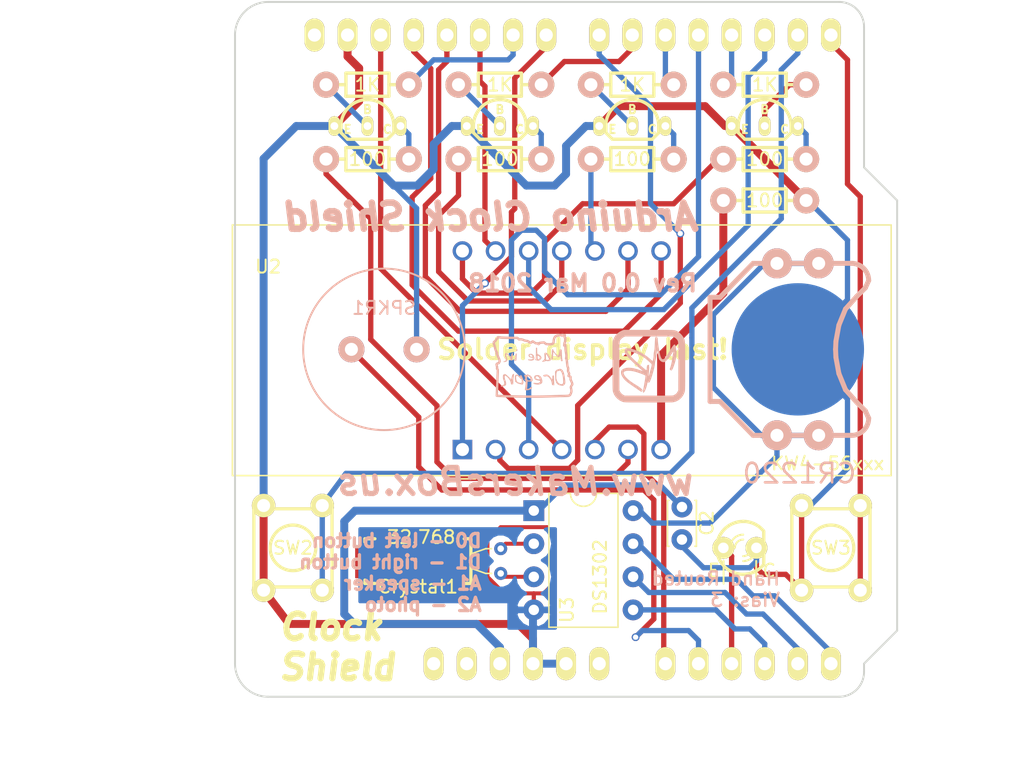
<source format=kicad_pcb>
(kicad_pcb (version 4) (host pcbnew 4.0.7)

  (general
    (links 59)
    (no_connects 0)
    (area 134.544999 55.804999 185.495001 109.295001)
    (thickness 1.6)
    (drawings 22)
    (tracks 292)
    (zones 0)
    (modules 25)
    (nets 43)
  )

  (page USLetter)
  (title_block
    (title "Arduino Clock Shield")
    (date 2018-03-25)
    (rev 0.0)
    (company "Maker's Box")
    (comment 1 648.ken@gmail.com)
  )

  (layers
    (0 F.Cu signal)
    (31 B.Cu signal)
    (32 B.Adhes user)
    (33 F.Adhes user)
    (34 B.Paste user)
    (35 F.Paste user)
    (36 B.SilkS user)
    (37 F.SilkS user)
    (38 B.Mask user)
    (39 F.Mask user)
    (40 Dwgs.User user)
    (41 Cmts.User user)
    (42 Eco1.User user)
    (43 Eco2.User user)
    (44 Edge.Cuts user)
    (45 Margin user)
    (46 B.CrtYd user)
    (47 F.CrtYd user)
    (48 B.Fab user)
    (49 F.Fab user hide)
  )

  (setup
    (last_trace_width 0.6096)
    (user_trace_width 0.3048)
    (user_trace_width 0.4064)
    (user_trace_width 0.6096)
    (trace_clearance 0.2)
    (zone_clearance 0.508)
    (zone_45_only no)
    (trace_min 0.2)
    (segment_width 0.2)
    (edge_width 0.15)
    (via_size 0.6)
    (via_drill 0.4)
    (via_min_size 0.4)
    (via_min_drill 0.3)
    (uvia_size 0.3)
    (uvia_drill 0.1)
    (uvias_allowed no)
    (uvia_min_size 0.2)
    (uvia_min_drill 0.1)
    (pcb_text_width 0.3)
    (pcb_text_size 1.5 1.5)
    (mod_edge_width 0.15)
    (mod_text_size 1 1)
    (mod_text_width 0.15)
    (pad_size 1.524 1.524)
    (pad_drill 0.762)
    (pad_to_mask_clearance 0)
    (aux_axis_origin 0 0)
    (visible_elements 7FFFFFFF)
    (pcbplotparams
      (layerselection 0x00030_80000001)
      (usegerberextensions false)
      (excludeedgelayer true)
      (linewidth 0.100000)
      (plotframeref false)
      (viasonmask false)
      (mode 1)
      (useauxorigin false)
      (hpglpennumber 1)
      (hpglpenspeed 20)
      (hpglpendiameter 15)
      (hpglpenoverlay 2)
      (psnegative false)
      (psa4output false)
      (plotreference true)
      (plotvalue true)
      (plotinvisibletext false)
      (padsonsilk false)
      (subtractmaskfromsilk false)
      (outputformat 1)
      (mirror false)
      (drillshape 1)
      (scaleselection 1)
      (outputdirectory ""))
  )

  (net 0 "")
  (net 1 GND)
  (net 2 VCC)
  (net 3 "Net-(Q2-Pad2)")
  (net 4 "Net-(Q2-Pad3)")
  (net 5 "Net-(Q3-Pad2)")
  (net 6 "Net-(Q3-Pad3)")
  (net 7 "Net-(Q4-Pad2)")
  (net 8 "Net-(Q4-Pad3)")
  (net 9 "Net-(Q5-Pad2)")
  (net 10 "Net-(Q5-Pad3)")
  (net 11 "Net-(R7-Pad2)")
  (net 12 "Net-(R8-Pad2)")
  (net 13 "Net-(R9-Pad2)")
  (net 14 "Net-(R10-Pad2)")
  (net 15 "Net-(Crystal1-Pad2)")
  (net 16 "Net-(Crystal1-Pad1)")
  (net 17 /D12)
  (net 18 /D13)
  (net 19 /D11)
  (net 20 /A0)
  (net 21 /D0)
  (net 22 /D1)
  (net 23 /D10)
  (net 24 /A3)
  (net 25 /A1)
  (net 26 /A2)
  (net 27 /D9)
  (net 28 /D2)
  (net 29 /D3)
  (net 30 /D4)
  (net 31 /D5)
  (net 32 /D6)
  (net 33 /D7)
  (net 34 /A4)
  (net 35 /D8)
  (net 36 /A5)
  (net 37 "Net-(R1-Pad2)")
  (net 38 /VBAT)
  (net 39 "Net-(SHIELD1-PadV_IN)")
  (net 40 "Net-(SHIELD1-Pad3V3)")
  (net 41 "Net-(SHIELD1-PadRST)")
  (net 42 "Net-(SHIELD1-PadAREF)")

  (net_class Default "This is the default net class."
    (clearance 0.2)
    (trace_width 0.25)
    (via_dia 0.6)
    (via_drill 0.4)
    (uvia_dia 0.3)
    (uvia_drill 0.1)
    (add_net /A0)
    (add_net /A1)
    (add_net /A2)
    (add_net /A3)
    (add_net /A4)
    (add_net /A5)
    (add_net /D0)
    (add_net /D1)
    (add_net /D10)
    (add_net /D11)
    (add_net /D12)
    (add_net /D13)
    (add_net /D2)
    (add_net /D3)
    (add_net /D4)
    (add_net /D5)
    (add_net /D6)
    (add_net /D7)
    (add_net /D8)
    (add_net /D9)
    (add_net /VBAT)
    (add_net GND)
    (add_net "Net-(Crystal1-Pad1)")
    (add_net "Net-(Crystal1-Pad2)")
    (add_net "Net-(Q2-Pad2)")
    (add_net "Net-(Q2-Pad3)")
    (add_net "Net-(Q3-Pad2)")
    (add_net "Net-(Q3-Pad3)")
    (add_net "Net-(Q4-Pad2)")
    (add_net "Net-(Q4-Pad3)")
    (add_net "Net-(Q5-Pad2)")
    (add_net "Net-(Q5-Pad3)")
    (add_net "Net-(R1-Pad2)")
    (add_net "Net-(R10-Pad2)")
    (add_net "Net-(R7-Pad2)")
    (add_net "Net-(R8-Pad2)")
    (add_net "Net-(R9-Pad2)")
    (add_net "Net-(SHIELD1-Pad3V3)")
    (add_net "Net-(SHIELD1-PadAREF)")
    (add_net "Net-(SHIELD1-PadRST)")
    (add_net "Net-(SHIELD1-PadV_IN)")
    (add_net VCC)
  )

  (module footprints:ARDUINO_SHIELD locked (layer F.Cu) (tedit 5AADA512) (tstamp 5AB7DB60)
    (at 116.84 109.22)
    (descr http://www.thingiverse.com/thing:9630)
    (path /5AB7DAC8)
    (fp_text reference SHIELD1 (at 5.715 -57.15) (layer F.SilkS) hide
      (effects (font (thickness 0.3048)))
    )
    (fp_text value ARDUINO_SHIELD (at 10.16 -54.61) (layer F.SilkS) hide
      (effects (font (thickness 0.3048)))
    )
    (fp_line (start 66.04 -40.64) (end 66.04 -52.07) (layer F.Fab) (width 0.1))
    (fp_line (start 66.04 -52.07) (end 64.77 -53.34) (layer F.Fab) (width 0.1))
    (fp_line (start 64.77 -53.34) (end 0 -53.34) (layer F.Fab) (width 0.1))
    (fp_line (start 66.04 0) (end 0 0) (layer F.Fab) (width 0.1))
    (fp_line (start 0 0) (end 0 -53.34) (layer F.Fab) (width 0.1))
    (fp_line (start 66.04 -40.64) (end 68.58 -38.1) (layer F.Fab) (width 0.1))
    (fp_line (start 68.58 -38.1) (end 68.58 -5.08) (layer F.Fab) (width 0.1))
    (fp_line (start 68.58 -5.08) (end 66.04 -2.54) (layer F.Fab) (width 0.1))
    (fp_line (start 66.04 -2.54) (end 66.04 0) (layer F.Fab) (width 0.1))
    (pad AD5 thru_hole oval (at 63.5 -2.54 90) (size 2.54 1.524) (drill 1.016) (layers *.Cu *.Mask F.SilkS)
      (net 36 /A5))
    (pad AD4 thru_hole oval (at 60.96 -2.54 90) (size 2.54 1.524) (drill 1.016) (layers *.Cu *.Mask F.SilkS)
      (net 34 /A4))
    (pad AD3 thru_hole oval (at 58.42 -2.54 90) (size 2.54 1.524) (drill 1.016) (layers *.Cu *.Mask F.SilkS)
      (net 24 /A3))
    (pad AD0 thru_hole oval (at 50.8 -2.54 90) (size 2.54 1.524) (drill 1.016) (layers *.Cu *.Mask F.SilkS)
      (net 20 /A0))
    (pad AD1 thru_hole oval (at 53.34 -2.54 90) (size 2.54 1.524) (drill 1.016) (layers *.Cu *.Mask F.SilkS)
      (net 25 /A1))
    (pad AD2 thru_hole oval (at 55.88 -2.54 90) (size 2.54 1.524) (drill 1.016) (layers *.Cu *.Mask F.SilkS)
      (net 26 /A2))
    (pad V_IN thru_hole oval (at 45.72 -2.54 90) (size 2.54 1.524) (drill 1.016) (layers *.Cu *.Mask F.SilkS)
      (net 39 "Net-(SHIELD1-PadV_IN)"))
    (pad GND2 thru_hole oval (at 43.18 -2.54 90) (size 2.54 1.524) (drill 1.016) (layers *.Cu *.Mask F.SilkS)
      (net 1 GND))
    (pad GND1 thru_hole oval (at 40.64 -2.54 90) (size 2.54 1.524) (drill 1.016) (layers *.Cu *.Mask F.SilkS)
      (net 1 GND))
    (pad 3V3 thru_hole oval (at 35.56 -2.54 90) (size 2.54 1.524) (drill 1.016) (layers *.Cu *.Mask F.SilkS)
      (net 40 "Net-(SHIELD1-Pad3V3)"))
    (pad RST thru_hole oval (at 33.02 -2.54 90) (size 2.54 1.524) (drill 1.016) (layers *.Cu *.Mask F.SilkS)
      (net 41 "Net-(SHIELD1-PadRST)"))
    (pad 0 thru_hole oval (at 63.5 -50.8 90) (size 2.54 1.524) (drill 1.016) (layers *.Cu *.Mask F.SilkS)
      (net 21 /D0))
    (pad 1 thru_hole oval (at 60.96 -50.8 90) (size 2.54 1.524) (drill 1.016) (layers *.Cu *.Mask F.SilkS)
      (net 22 /D1))
    (pad 2 thru_hole oval (at 58.42 -50.8 90) (size 2.54 1.524) (drill 1.016) (layers *.Cu *.Mask F.SilkS)
      (net 28 /D2))
    (pad 3 thru_hole oval (at 55.88 -50.8 90) (size 2.54 1.524) (drill 1.016) (layers *.Cu *.Mask F.SilkS)
      (net 29 /D3))
    (pad 4 thru_hole oval (at 53.34 -50.8 90) (size 2.54 1.524) (drill 1.016) (layers *.Cu *.Mask F.SilkS)
      (net 30 /D4))
    (pad 5 thru_hole oval (at 50.8 -50.8 90) (size 2.54 1.524) (drill 1.016) (layers *.Cu *.Mask F.SilkS)
      (net 31 /D5))
    (pad 6 thru_hole oval (at 48.26 -50.8 90) (size 2.54 1.524) (drill 1.016) (layers *.Cu *.Mask F.SilkS)
      (net 32 /D6))
    (pad 7 thru_hole oval (at 45.72 -50.8 90) (size 2.54 1.524) (drill 1.016) (layers *.Cu *.Mask F.SilkS)
      (net 33 /D7))
    (pad 8 thru_hole oval (at 41.656 -50.8 90) (size 2.54 1.524) (drill 1.016) (layers *.Cu *.Mask F.SilkS)
      (net 35 /D8))
    (pad 9 thru_hole oval (at 39.116 -50.8 90) (size 2.54 1.524) (drill 1.016) (layers *.Cu *.Mask F.SilkS)
      (net 27 /D9))
    (pad 10 thru_hole oval (at 36.576 -50.8 90) (size 2.54 1.524) (drill 1.016) (layers *.Cu *.Mask F.SilkS)
      (net 23 /D10))
    (pad 11 thru_hole oval (at 34.036 -50.8 90) (size 2.54 1.524) (drill 1.016) (layers *.Cu *.Mask F.SilkS)
      (net 19 /D11))
    (pad 12 thru_hole oval (at 31.496 -50.8 90) (size 2.54 1.524) (drill 1.016) (layers *.Cu *.Mask F.SilkS)
      (net 17 /D12))
    (pad 13 thru_hole oval (at 28.956 -50.8 90) (size 2.54 1.524) (drill 1.016) (layers *.Cu *.Mask F.SilkS)
      (net 18 /D13))
    (pad GND3 thru_hole oval (at 26.416 -50.8 90) (size 2.54 1.524) (drill 1.016) (layers *.Cu *.Mask F.SilkS)
      (net 1 GND))
    (pad AREF thru_hole oval (at 23.876 -50.8 90) (size 2.54 1.524) (drill 1.016) (layers *.Cu *.Mask F.SilkS)
      (net 42 "Net-(SHIELD1-PadAREF)"))
    (pad 5V thru_hole oval (at 38.1 -2.54 90) (size 2.54 1.524) (drill 1.016) (layers *.Cu *.Mask F.SilkS)
      (net 2 VCC))
  )

  (module footprints:Crystal_C38-LF_d3.0mm_l8.0mm_Horizontal_1EP_style1 (layer F.Cu) (tedit 5AB7C90A) (tstamp 5A9397C0)
    (at 155.0035 97.8535 270)
    (descr "Crystal THT C38-LF 8.0mm length 3.0mm diameter")
    (tags ['C38-LF'])
    (path /5A8E64A3)
    (fp_text reference Crystal1 (at 2.921 6.35 360) (layer F.SilkS)
      (effects (font (size 1 1) (thickness 0.15)))
    )
    (fp_text value 32.768 (at -0.889 6.096 360) (layer F.SilkS)
      (effects (font (size 1 1) (thickness 0.15)))
    )
    (fp_line (start -0.762 2.794) (end -0.762 2.286) (layer F.SilkS) (width 0.254))
    (fp_line (start -0.762 2.286) (end 2.667 2.286) (layer F.SilkS) (width 0.254))
    (fp_line (start 2.667 2.286) (end 2.667 2.794) (layer F.SilkS) (width 0.254))
    (fp_line (start 2.667 9.652) (end 2.667 10.414) (layer F.SilkS) (width 0.254))
    (fp_line (start 2.667 10.414) (end 2.413 10.414) (layer F.SilkS) (width 0.254))
    (fp_line (start -0.762 9.652) (end -0.762 10.414) (layer F.SilkS) (width 0.254))
    (fp_line (start -0.762 10.414) (end -0.508 10.414) (layer F.SilkS) (width 0.254))
    (fp_text user %R (at 0.95 5.25 270) (layer F.Fab)
      (effects (font (size 0.7 0.7) (thickness 0.105)))
    )
    (fp_line (start -0.55 2.5) (end -0.55 10.5) (layer F.Fab) (width 0.1))
    (fp_line (start -0.55 10.5) (end 2.45 10.5) (layer F.Fab) (width 0.1))
    (fp_line (start 2.45 10.5) (end 2.45 2.5) (layer F.Fab) (width 0.1))
    (fp_line (start 2.45 2.5) (end -0.55 2.5) (layer F.Fab) (width 0.1))
    (fp_line (start 0.405 2.5) (end 0 1.25) (layer F.Fab) (width 0.1))
    (fp_line (start 0 1.25) (end 0 0) (layer F.Fab) (width 0.1))
    (fp_line (start 1.495 2.5) (end 1.9 1.25) (layer F.Fab) (width 0.1))
    (fp_line (start 1.9 1.25) (end 1.9 0) (layer F.Fab) (width 0.1))
    (fp_line (start -0.75 2.8) (end -0.75 2.3) (layer F.SilkS) (width 0.12))
    (fp_line (start -0.75 2.3) (end 2.65 2.3) (layer F.SilkS) (width 0.12))
    (fp_line (start 2.65 2.3) (end 2.65 2.8) (layer F.SilkS) (width 0.12))
    (fp_line (start 0.405 2.3) (end 0 1.15) (layer F.SilkS) (width 0.12))
    (fp_line (start 0 1.15) (end 0 0.7) (layer F.SilkS) (width 0.12))
    (fp_line (start 1.495 2.3) (end 1.9 1.15) (layer F.SilkS) (width 0.12))
    (fp_line (start 1.9 1.15) (end 1.9 0.7) (layer F.SilkS) (width 0.12))
    (fp_line (start -1.3 -0.8) (end -1.3 11.3) (layer F.CrtYd) (width 0.05))
    (fp_line (start -1.3 11.3) (end 3.2 11.3) (layer F.CrtYd) (width 0.05))
    (fp_line (start 3.2 11.3) (end 3.2 -0.8) (layer F.CrtYd) (width 0.05))
    (fp_line (start 3.2 -0.8) (end -1.3 -0.8) (layer F.CrtYd) (width 0.05))
    (pad 2 thru_hole circle (at 0 0 270) (size 1 1) (drill 0.5) (layers *.Cu *.Mask)
      (net 15 "Net-(Crystal1-Pad2)"))
    (pad 1 thru_hole circle (at 1.9 0 270) (size 1 1) (drill 0.5) (layers *.Cu *.Mask)
      (net 16 "Net-(Crystal1-Pad1)"))
    (pad 3 smd rect (at 1.016 10.541 270) (size 2.5 1.25) (layers F.Cu F.Paste F.Mask))
    (model ${KISYS3DMOD}/Crystals.3dshapes/Crystal_C38-LF_d3.0mm_l8.0mm_Horizontal_1EP_style1.wrl
      (at (xyz 0 0 0))
      (scale (xyz 0.393701 0.393701 0.393701))
      (rotate (xyz 0 0 0))
    )
  )

  (module footprints:BATT_12mm_TH (layer B.Cu) (tedit 56EB89B1) (tstamp 5A939770)
    (at 177.8 82.55 270)
    (descr "Keystone type 3000 coin cell retainer")
    (path /5A8E7D04)
    (fp_text reference BT2 (at 0 4.5 270) (layer B.SilkS) hide
      (effects (font (thickness 0.3048)) (justify mirror))
    )
    (fp_text value 3V (at 0 -4.5 270) (layer B.SilkS) hide
      (effects (font (thickness 0.3048)) (justify mirror))
    )
    (fp_line (start 0.6096 -2.921) (end 1.8542 -3.1496) (layer B.SilkS) (width 0.381))
    (fp_line (start 1.8542 -3.1496) (end 3.0988 -3.6576) (layer B.SilkS) (width 0.381))
    (fp_line (start 3.0988 -3.6576) (end 4.064 -4.5212) (layer B.SilkS) (width 0.381))
    (fp_line (start 4.064 -4.5212) (end 4.7244 -5.1816) (layer B.SilkS) (width 0.381))
    (fp_line (start 4.7244 -5.1816) (end 5.2832 -5.4356) (layer B.SilkS) (width 0.381))
    (fp_line (start 0 -2.8956) (end 0.6096 -2.921) (layer B.SilkS) (width 0.381))
    (fp_line (start -3.0988 -3.6576) (end -4.064 -4.5212) (layer B.SilkS) (width 0.381))
    (fp_line (start -4.064 -4.5212) (end -4.7244 -5.1816) (layer B.SilkS) (width 0.381))
    (fp_line (start -5.2832 -5.4356) (end -4.7244 -5.1816) (layer B.SilkS) (width 0.381))
    (fp_line (start -3.0988 -3.6576) (end -1.8542 -3.1496) (layer B.SilkS) (width 0.381))
    (fp_line (start -1.8542 -3.1496) (end -0.6096 -2.921) (layer B.SilkS) (width 0.381))
    (fp_line (start -0.6096 -2.921) (end 0 -2.8956) (layer B.SilkS) (width 0.381))
    (fp_arc (start 5.2832 -4.1148) (end 6.604 -4.1148) (angle -90) (layer B.SilkS) (width 0.381))
    (fp_arc (start -5.2832 -4.1148) (end -5.2832 -5.4356) (angle -90) (layer B.SilkS) (width 0.381))
    (fp_line (start 6.604 3.429) (end 6.604 -4.064) (layer B.SilkS) (width 0.381))
    (fp_line (start -6.604 3.429) (end -6.604 -4.064) (layer B.SilkS) (width 0.381))
    (fp_line (start 4.0005 5.969) (end 6.604 3.429) (layer B.SilkS) (width 0.381))
    (fp_line (start -4.0005 5.969) (end -6.604 3.429) (layer B.SilkS) (width 0.381))
    (fp_line (start 3.9995 6.731) (end 3.9995 5.969) (layer B.SilkS) (width 0.381))
    (fp_line (start -4.0005 6.731) (end -4.0005 5.969) (layer B.SilkS) (width 0.381))
    (fp_line (start -4.0005 6.731) (end 4.0005 6.731) (layer B.SilkS) (width 0.381))
    (pad 1 thru_hole circle (at 6.6 1.6 270) (size 2.3 2.3) (drill 1) (layers *.Cu *.Mask B.SilkS)
      (net 38 /VBAT))
    (pad 1 thru_hole circle (at 6.6 -1.6 270) (size 2.3 2.3) (drill 1) (layers *.Cu *.Mask B.SilkS)
      (net 38 /VBAT))
    (pad 1 thru_hole circle (at -6.6 -1.6 270) (size 2.3 2.3) (drill 1) (layers *.Cu *.Mask B.SilkS)
      (net 38 /VBAT))
    (pad 1 thru_hole circle (at -6.6 1.6 270) (size 2.3 2.3) (drill 1) (layers *.Cu *.Mask B.SilkS)
      (net 38 /VBAT))
    (pad 2 smd circle (at 0 0 270) (size 10.16 10.16) (layers B.Cu B.Paste B.Mask)
      (net 1 GND))
    (model walter/battery_holders/keystone_3000.wrl
      (at (xyz 0 0 0))
      (scale (xyz 1 1 1))
      (rotate (xyz 0 0 0))
    )
  )

  (module footprints:C_Disc_D3.4mm_W2.1mm_P2.50mm (layer F.Cu) (tedit 5A9F78A7) (tstamp 5A9397A1)
    (at 168.91 97.155 90)
    (descr "C, Disc series, Radial, pin pitch=2.50mm, , diameter*width=3.4*2.1mm^2, Capacitor, http://www.vishay.com/docs/45233/krseries.pdf")
    (tags "C Disc series Radial pin pitch 2.50mm  diameter 3.4mm width 2.1mm Capacitor")
    (path /5A8E98CC)
    (fp_text reference C2 (at 1.27 1.905 90) (layer F.SilkS)
      (effects (font (size 1 1) (thickness 0.15)))
    )
    (fp_text value 0.1uF (at 1.25 2.36 90) (layer F.Fab)
      (effects (font (size 1 1) (thickness 0.15)))
    )
    (fp_line (start -0.45 -1.05) (end -0.45 1.05) (layer F.Fab) (width 0.1))
    (fp_line (start -0.45 1.05) (end 2.95 1.05) (layer F.Fab) (width 0.1))
    (fp_line (start 2.95 1.05) (end 2.95 -1.05) (layer F.Fab) (width 0.1))
    (fp_line (start 2.95 -1.05) (end -0.45 -1.05) (layer F.Fab) (width 0.1))
    (fp_line (start -0.51 -1.11) (end 3.01 -1.11) (layer F.SilkS) (width 0.12))
    (fp_line (start -0.51 1.11) (end 3.01 1.11) (layer F.SilkS) (width 0.12))
    (fp_line (start -0.51 -1.11) (end -0.51 -0.996) (layer F.SilkS) (width 0.12))
    (fp_line (start -0.51 0.996) (end -0.51 1.11) (layer F.SilkS) (width 0.12))
    (fp_line (start 3.01 -1.11) (end 3.01 -0.996) (layer F.SilkS) (width 0.12))
    (fp_line (start 3.01 0.996) (end 3.01 1.11) (layer F.SilkS) (width 0.12))
    (fp_line (start -1.05 -1.4) (end -1.05 1.4) (layer F.CrtYd) (width 0.05))
    (fp_line (start -1.05 1.4) (end 3.55 1.4) (layer F.CrtYd) (width 0.05))
    (fp_line (start 3.55 1.4) (end 3.55 -1.4) (layer F.CrtYd) (width 0.05))
    (fp_line (start 3.55 -1.4) (end -1.05 -1.4) (layer F.CrtYd) (width 0.05))
    (fp_text user %R (at 1.25 0 90) (layer F.Fab)
      (effects (font (size 1 1) (thickness 0.15)))
    )
    (pad 1 thru_hole circle (at 0 0 90) (size 1.6 1.6) (drill 0.8) (layers *.Cu *.Mask)
      (net 1 GND))
    (pad 2 thru_hole circle (at 2.5 0 90) (size 1.6 1.6) (drill 0.8) (layers *.Cu *.Mask)
      (net 2 VCC))
    (model ${KISYS3DMOD}/Capacitors_THT.3dshapes/C_Disc_D3.4mm_W2.1mm_P2.50mm.wrl
      (at (xyz 0 0 0))
      (scale (xyz 1 1 1))
      (rotate (xyz 0 0 0))
    )
  )

  (module footprints:PHOTO_TRANS (layer F.Cu) (tedit 5A8F8D17) (tstamp 5A939814)
    (at 173.355 97.79)
    (descr "LED 3mm - Lead pitch 100mil (2,54mm)")
    (tags "LED led 3mm 3MM 100mil 2,54mm")
    (path /5A8F5C4D)
    (fp_text reference Q1 (at 2.54 0 90) (layer F.SilkS) hide
      (effects (font (size 0.762 0.762) (thickness 0.0889)))
    )
    (fp_text value Photo (at 0.35921 0.35921 90) (layer F.SilkS) hide
      (effects (font (size 0.508 0.508) (thickness 0.127)))
    )
    (fp_line (start -1.25 2.5) (end -1.25 2.75) (layer F.SilkS) (width 0.15))
    (fp_line (start -1.25 1) (end -1.25 2.5) (layer F.SilkS) (width 0.15))
    (fp_line (start 1.25 1) (end 1.25 2.25) (layer F.SilkS) (width 0.15))
    (fp_text user E (at -2 1.75) (layer F.SilkS)
      (effects (font (size 1 1) (thickness 0.15)))
    )
    (fp_text user C (at 2.25 1.75) (layer F.SilkS)
      (effects (font (size 1 1) (thickness 0.15)))
    )
    (fp_line (start 1.8288 1.27) (end 1.8288 -1.27) (layer F.SilkS) (width 0.254))
    (fp_arc (start 0.254 0) (end -0.381 0) (angle 90) (layer F.SilkS) (width 0.1524))
    (fp_arc (start 0.254 0) (end -0.762 0) (angle 90) (layer F.SilkS) (width 0.1524))
    (fp_arc (start 0.254 0) (end 0.889 0) (angle 90) (layer F.SilkS) (width 0.1524))
    (fp_arc (start 0.254 0) (end 1.27 0) (angle 90) (layer F.SilkS) (width 0.1524))
    (fp_arc (start 0.254 0) (end 0.254 -2.032) (angle 50.1) (layer F.SilkS) (width 0.254))
    (fp_arc (start 0.254 0) (end -1.5367 -0.95504) (angle 61.9) (layer F.SilkS) (width 0.254))
    (fp_arc (start 0.254 0) (end 1.8034 1.31064) (angle 49.7) (layer F.SilkS) (width 0.254))
    (fp_arc (start 0.254 0) (end 0.254 2.032) (angle 60.2) (layer F.SilkS) (width 0.254))
    (fp_arc (start 0.254 0) (end -1.778 0) (angle 28.3) (layer F.SilkS) (width 0.254))
    (fp_arc (start 0.254 0) (end -1.47574 1.06426) (angle 31.6) (layer F.SilkS) (width 0.254))
    (pad 1 thru_hole circle (at -1.27 0) (size 1.6764 1.6764) (drill 0.8128) (layers *.Cu *.Mask F.SilkS)
      (net 26 /A2))
    (pad 2 thru_hole circle (at 1.27 0 45) (size 1.6764 1.6764) (drill 0.8128) (layers *.Cu *.Mask F.SilkS)
      (net 1 GND))
    (model discret/leds/led3_vertical_verde.wrl
      (at (xyz 0 0 0))
      (scale (xyz 1 1 1))
      (rotate (xyz 0 0 0))
    )
  )

  (module footprints:TO-92_NPN_EBC_wide (layer F.Cu) (tedit 56800174) (tstamp 5A939829)
    (at 172.72 65.405)
    (descr "TO-92 leads in-line, narrow, oval pads, drill 0.6mm (see NXP sot054_po.pdf)")
    (tags "to-92 sc-43 sc-43a sot54 PA33 transistor")
    (path /5A8E2E4D)
    (fp_text reference Q2 (at 1.778 -1.016) (layer F.SilkS) hide
      (effects (font (size 0.635 0.635) (thickness 0.127)))
    )
    (fp_text value 2N2222 (at 2.54 1.778) (layer F.SilkS) hide
      (effects (font (size 1 1) (thickness 0.15)))
    )
    (fp_line (start 0.508 0.508) (end 0.508 0) (layer F.SilkS) (width 0.254))
    (fp_line (start 4.572 0.508) (end 4.572 0) (layer F.SilkS) (width 0.254))
    (fp_arc (start 2.54 0) (end 2.54 -2.032) (angle 90) (layer F.SilkS) (width 0.254))
    (fp_arc (start 2.54 0) (end 0.508 0) (angle 90) (layer F.SilkS) (width 0.254))
    (fp_text user B (at 2.54 -1.27) (layer F.SilkS)
      (effects (font (size 0.635 0.635) (thickness 0.15)))
    )
    (fp_text user C (at 4.064 0.254) (layer F.SilkS)
      (effects (font (size 0.635 0.635) (thickness 0.15)))
    )
    (fp_text user E (at 1.016 0.254) (layer F.SilkS)
      (effects (font (size 0.635 0.635) (thickness 0.15)))
    )
    (fp_line (start 1.016 1.016) (end 0.508 0.508) (layer F.SilkS) (width 0.254))
    (fp_line (start 1.016 1.016) (end 4.064 1.016) (layer F.SilkS) (width 0.254))
    (fp_line (start 4.064 1.016) (end 4.572 0.508) (layer F.SilkS) (width 0.254))
    (pad 2 thru_hole oval (at 2.54 0 180) (size 0.89916 1.50114) (drill 0.6) (layers *.Cu *.Mask F.SilkS)
      (net 3 "Net-(Q2-Pad2)"))
    (pad 3 thru_hole oval (at 5.08 0 180) (size 0.89916 1.50114) (drill 0.6) (layers *.Cu *.Mask F.SilkS)
      (net 4 "Net-(Q2-Pad3)"))
    (pad 1 thru_hole oval (at 0 0 180) (size 0.89916 1.50114) (drill 0.6) (layers *.Cu *.Mask F.SilkS)
      (net 1 GND))
    (model TO_SOT_Packages_THT.3dshapes/TO-92_Inline_Narrow_Oval.wrl
      (at (xyz 0.05 0 0))
      (scale (xyz 1 1 1))
      (rotate (xyz 0 0 -90))
    )
  )

  (module footprints:TO-92_NPN_EBC_wide (layer F.Cu) (tedit 56800174) (tstamp 5A939839)
    (at 152.4 65.405)
    (descr "TO-92 leads in-line, narrow, oval pads, drill 0.6mm (see NXP sot054_po.pdf)")
    (tags "to-92 sc-43 sc-43a sot54 PA33 transistor")
    (path /5A8E34C6)
    (fp_text reference Q3 (at 1.778 -1.016) (layer F.SilkS) hide
      (effects (font (size 0.635 0.635) (thickness 0.127)))
    )
    (fp_text value 2N2222 (at 2.54 1.778) (layer F.SilkS) hide
      (effects (font (size 1 1) (thickness 0.15)))
    )
    (fp_line (start 0.508 0.508) (end 0.508 0) (layer F.SilkS) (width 0.254))
    (fp_line (start 4.572 0.508) (end 4.572 0) (layer F.SilkS) (width 0.254))
    (fp_arc (start 2.54 0) (end 2.54 -2.032) (angle 90) (layer F.SilkS) (width 0.254))
    (fp_arc (start 2.54 0) (end 0.508 0) (angle 90) (layer F.SilkS) (width 0.254))
    (fp_text user B (at 2.54 -1.27) (layer F.SilkS)
      (effects (font (size 0.635 0.635) (thickness 0.15)))
    )
    (fp_text user C (at 4.064 0.254) (layer F.SilkS)
      (effects (font (size 0.635 0.635) (thickness 0.15)))
    )
    (fp_text user E (at 1.016 0.254) (layer F.SilkS)
      (effects (font (size 0.635 0.635) (thickness 0.15)))
    )
    (fp_line (start 1.016 1.016) (end 0.508 0.508) (layer F.SilkS) (width 0.254))
    (fp_line (start 1.016 1.016) (end 4.064 1.016) (layer F.SilkS) (width 0.254))
    (fp_line (start 4.064 1.016) (end 4.572 0.508) (layer F.SilkS) (width 0.254))
    (pad 2 thru_hole oval (at 2.54 0 180) (size 0.89916 1.50114) (drill 0.6) (layers *.Cu *.Mask F.SilkS)
      (net 5 "Net-(Q3-Pad2)"))
    (pad 3 thru_hole oval (at 5.08 0 180) (size 0.89916 1.50114) (drill 0.6) (layers *.Cu *.Mask F.SilkS)
      (net 6 "Net-(Q3-Pad3)"))
    (pad 1 thru_hole oval (at 0 0 180) (size 0.89916 1.50114) (drill 0.6) (layers *.Cu *.Mask F.SilkS)
      (net 1 GND))
    (model TO_SOT_Packages_THT.3dshapes/TO-92_Inline_Narrow_Oval.wrl
      (at (xyz 0.05 0 0))
      (scale (xyz 1 1 1))
      (rotate (xyz 0 0 -90))
    )
  )

  (module footprints:TO-92_NPN_EBC_wide (layer F.Cu) (tedit 56800174) (tstamp 5A939849)
    (at 162.56 65.405)
    (descr "TO-92 leads in-line, narrow, oval pads, drill 0.6mm (see NXP sot054_po.pdf)")
    (tags "to-92 sc-43 sc-43a sot54 PA33 transistor")
    (path /5A8E35C2)
    (fp_text reference Q4 (at 1.778 -1.016) (layer F.SilkS) hide
      (effects (font (size 0.635 0.635) (thickness 0.127)))
    )
    (fp_text value 2N2222 (at 2.54 1.778) (layer F.SilkS) hide
      (effects (font (size 1 1) (thickness 0.15)))
    )
    (fp_line (start 0.508 0.508) (end 0.508 0) (layer F.SilkS) (width 0.254))
    (fp_line (start 4.572 0.508) (end 4.572 0) (layer F.SilkS) (width 0.254))
    (fp_arc (start 2.54 0) (end 2.54 -2.032) (angle 90) (layer F.SilkS) (width 0.254))
    (fp_arc (start 2.54 0) (end 0.508 0) (angle 90) (layer F.SilkS) (width 0.254))
    (fp_text user B (at 2.54 -1.27) (layer F.SilkS)
      (effects (font (size 0.635 0.635) (thickness 0.15)))
    )
    (fp_text user C (at 4.064 0.254) (layer F.SilkS)
      (effects (font (size 0.635 0.635) (thickness 0.15)))
    )
    (fp_text user E (at 1.016 0.254) (layer F.SilkS)
      (effects (font (size 0.635 0.635) (thickness 0.15)))
    )
    (fp_line (start 1.016 1.016) (end 0.508 0.508) (layer F.SilkS) (width 0.254))
    (fp_line (start 1.016 1.016) (end 4.064 1.016) (layer F.SilkS) (width 0.254))
    (fp_line (start 4.064 1.016) (end 4.572 0.508) (layer F.SilkS) (width 0.254))
    (pad 2 thru_hole oval (at 2.54 0 180) (size 0.89916 1.50114) (drill 0.6) (layers *.Cu *.Mask F.SilkS)
      (net 7 "Net-(Q4-Pad2)"))
    (pad 3 thru_hole oval (at 5.08 0 180) (size 0.89916 1.50114) (drill 0.6) (layers *.Cu *.Mask F.SilkS)
      (net 8 "Net-(Q4-Pad3)"))
    (pad 1 thru_hole oval (at 0 0 180) (size 0.89916 1.50114) (drill 0.6) (layers *.Cu *.Mask F.SilkS)
      (net 1 GND))
    (model TO_SOT_Packages_THT.3dshapes/TO-92_Inline_Narrow_Oval.wrl
      (at (xyz 0.05 0 0))
      (scale (xyz 1 1 1))
      (rotate (xyz 0 0 -90))
    )
  )

  (module footprints:TO-92_NPN_EBC_wide (layer F.Cu) (tedit 56800174) (tstamp 5A939859)
    (at 142.24 65.405)
    (descr "TO-92 leads in-line, narrow, oval pads, drill 0.6mm (see NXP sot054_po.pdf)")
    (tags "to-92 sc-43 sc-43a sot54 PA33 transistor")
    (path /5A8E35CE)
    (fp_text reference Q5 (at 1.778 -1.016) (layer F.SilkS) hide
      (effects (font (size 0.635 0.635) (thickness 0.127)))
    )
    (fp_text value 2N2222 (at 2.54 1.778) (layer F.SilkS) hide
      (effects (font (size 1 1) (thickness 0.15)))
    )
    (fp_line (start 0.508 0.508) (end 0.508 0) (layer F.SilkS) (width 0.254))
    (fp_line (start 4.572 0.508) (end 4.572 0) (layer F.SilkS) (width 0.254))
    (fp_arc (start 2.54 0) (end 2.54 -2.032) (angle 90) (layer F.SilkS) (width 0.254))
    (fp_arc (start 2.54 0) (end 0.508 0) (angle 90) (layer F.SilkS) (width 0.254))
    (fp_text user B (at 2.54 -1.27) (layer F.SilkS)
      (effects (font (size 0.635 0.635) (thickness 0.15)))
    )
    (fp_text user C (at 4.064 0.254) (layer F.SilkS)
      (effects (font (size 0.635 0.635) (thickness 0.15)))
    )
    (fp_text user E (at 1.016 0.254) (layer F.SilkS)
      (effects (font (size 0.635 0.635) (thickness 0.15)))
    )
    (fp_line (start 1.016 1.016) (end 0.508 0.508) (layer F.SilkS) (width 0.254))
    (fp_line (start 1.016 1.016) (end 4.064 1.016) (layer F.SilkS) (width 0.254))
    (fp_line (start 4.064 1.016) (end 4.572 0.508) (layer F.SilkS) (width 0.254))
    (pad 2 thru_hole oval (at 2.54 0 180) (size 0.89916 1.50114) (drill 0.6) (layers *.Cu *.Mask F.SilkS)
      (net 9 "Net-(Q5-Pad2)"))
    (pad 3 thru_hole oval (at 5.08 0 180) (size 0.89916 1.50114) (drill 0.6) (layers *.Cu *.Mask F.SilkS)
      (net 10 "Net-(Q5-Pad3)"))
    (pad 1 thru_hole oval (at 0 0 180) (size 0.89916 1.50114) (drill 0.6) (layers *.Cu *.Mask F.SilkS)
      (net 1 GND))
    (model TO_SOT_Packages_THT.3dshapes/TO-92_Inline_Narrow_Oval.wrl
      (at (xyz 0.05 0 0))
      (scale (xyz 1 1 1))
      (rotate (xyz 0 0 -90))
    )
  )

  (module footprints:Resistor_Horz (layer F.Cu) (tedit 5664956A) (tstamp 5A939869)
    (at 175.26 71.12 180)
    (descr "Resistor, Axial,  RM 10mm, 1/3W,")
    (tags "Resistor, Axial, RM 10mm, 1/3W,")
    (path /5A9F8696)
    (fp_text reference R1 (at 0 -1.905 180) (layer F.Fab)
      (effects (font (size 1 1) (thickness 0.15)))
    )
    (fp_text value 100 (at 0 0 180) (layer F.SilkS)
      (effects (font (size 1 1) (thickness 0.15)))
    )
    (fp_line (start -1.651 0) (end -2.413 0) (layer F.SilkS) (width 0.254))
    (fp_line (start 1.651 0) (end 2.413 0) (layer F.SilkS) (width 0.254))
    (fp_line (start 1.651 0.889) (end 1.651 0.635) (layer F.SilkS) (width 0.254))
    (fp_line (start 1.651 0.889) (end -1.651 0.889) (layer F.SilkS) (width 0.254))
    (fp_line (start -1.651 0.889) (end -1.651 -0.889) (layer F.SilkS) (width 0.254))
    (fp_line (start -1.651 -0.889) (end 1.651 -0.889) (layer F.SilkS) (width 0.254))
    (fp_line (start 1.651 -0.889) (end 1.651 0.635) (layer F.SilkS) (width 0.254))
    (pad 1 thru_hole circle (at -3.175 0 180) (size 1.99898 1.99898) (drill 1.00076) (layers *.Cu *.SilkS *.Mask)
      (net 1 GND))
    (pad 2 thru_hole circle (at 3.175 0 180) (size 1.99898 1.99898) (drill 1.00076) (layers *.Cu *.SilkS *.Mask)
      (net 37 "Net-(R1-Pad2)"))
    (model Resistors_ThroughHole.3dshapes/Resistor_Horizontal_RM10mm.wrl
      (at (xyz 0 0 0))
      (scale (xyz 0.4 0.4 0.4))
      (rotate (xyz 0 0 0))
    )
  )

  (module footprints:Resistor_Horz (layer F.Cu) (tedit 5664956A) (tstamp 5A939881)
    (at 175.26 62.23 180)
    (descr "Resistor, Axial,  RM 10mm, 1/3W,")
    (tags "Resistor, Axial, RM 10mm, 1/3W,")
    (path /5A8E4028)
    (fp_text reference R3 (at 0 -1.905 180) (layer F.Fab)
      (effects (font (size 1 1) (thickness 0.15)))
    )
    (fp_text value 1K (at 0 0 180) (layer F.SilkS)
      (effects (font (size 1 1) (thickness 0.15)))
    )
    (fp_line (start -1.651 0) (end -2.413 0) (layer F.SilkS) (width 0.254))
    (fp_line (start 1.651 0) (end 2.413 0) (layer F.SilkS) (width 0.254))
    (fp_line (start 1.651 0.889) (end 1.651 0.635) (layer F.SilkS) (width 0.254))
    (fp_line (start 1.651 0.889) (end -1.651 0.889) (layer F.SilkS) (width 0.254))
    (fp_line (start -1.651 0.889) (end -1.651 -0.889) (layer F.SilkS) (width 0.254))
    (fp_line (start -1.651 -0.889) (end 1.651 -0.889) (layer F.SilkS) (width 0.254))
    (fp_line (start 1.651 -0.889) (end 1.651 0.635) (layer F.SilkS) (width 0.254))
    (pad 1 thru_hole circle (at -3.175 0 180) (size 1.99898 1.99898) (drill 1.00076) (layers *.Cu *.SilkS *.Mask)
      (net 3 "Net-(Q2-Pad2)"))
    (pad 2 thru_hole circle (at 3.175 0 180) (size 1.99898 1.99898) (drill 1.00076) (layers *.Cu *.SilkS *.Mask)
      (net 29 /D3))
    (model Resistors_ThroughHole.3dshapes/Resistor_Horizontal_RM10mm.wrl
      (at (xyz 0 0 0))
      (scale (xyz 0.4 0.4 0.4))
      (rotate (xyz 0 0 0))
    )
  )

  (module footprints:Resistor_Horz (layer F.Cu) (tedit 5664956A) (tstamp 5A93988D)
    (at 154.94 62.23)
    (descr "Resistor, Axial,  RM 10mm, 1/3W,")
    (tags "Resistor, Axial, RM 10mm, 1/3W,")
    (path /5A8E4095)
    (fp_text reference R4 (at 0 -1.905) (layer F.Fab)
      (effects (font (size 1 1) (thickness 0.15)))
    )
    (fp_text value 1K (at 0 0) (layer F.SilkS)
      (effects (font (size 1 1) (thickness 0.15)))
    )
    (fp_line (start -1.651 0) (end -2.413 0) (layer F.SilkS) (width 0.254))
    (fp_line (start 1.651 0) (end 2.413 0) (layer F.SilkS) (width 0.254))
    (fp_line (start 1.651 0.889) (end 1.651 0.635) (layer F.SilkS) (width 0.254))
    (fp_line (start 1.651 0.889) (end -1.651 0.889) (layer F.SilkS) (width 0.254))
    (fp_line (start -1.651 0.889) (end -1.651 -0.889) (layer F.SilkS) (width 0.254))
    (fp_line (start -1.651 -0.889) (end 1.651 -0.889) (layer F.SilkS) (width 0.254))
    (fp_line (start 1.651 -0.889) (end 1.651 0.635) (layer F.SilkS) (width 0.254))
    (pad 1 thru_hole circle (at -3.175 0) (size 1.99898 1.99898) (drill 1.00076) (layers *.Cu *.SilkS *.Mask)
      (net 5 "Net-(Q3-Pad2)"))
    (pad 2 thru_hole circle (at 3.175 0) (size 1.99898 1.99898) (drill 1.00076) (layers *.Cu *.SilkS *.Mask)
      (net 32 /D6))
    (model Resistors_ThroughHole.3dshapes/Resistor_Horizontal_RM10mm.wrl
      (at (xyz 0 0 0))
      (scale (xyz 0.4 0.4 0.4))
      (rotate (xyz 0 0 0))
    )
  )

  (module footprints:Resistor_Horz (layer F.Cu) (tedit 5664956A) (tstamp 5A939899)
    (at 165.1 62.23)
    (descr "Resistor, Axial,  RM 10mm, 1/3W,")
    (tags "Resistor, Axial, RM 10mm, 1/3W,")
    (path /5A8E40F4)
    (fp_text reference R5 (at 0 -1.905) (layer F.Fab)
      (effects (font (size 1 1) (thickness 0.15)))
    )
    (fp_text value 1K (at 0 0) (layer F.SilkS)
      (effects (font (size 1 1) (thickness 0.15)))
    )
    (fp_line (start -1.651 0) (end -2.413 0) (layer F.SilkS) (width 0.254))
    (fp_line (start 1.651 0) (end 2.413 0) (layer F.SilkS) (width 0.254))
    (fp_line (start 1.651 0.889) (end 1.651 0.635) (layer F.SilkS) (width 0.254))
    (fp_line (start 1.651 0.889) (end -1.651 0.889) (layer F.SilkS) (width 0.254))
    (fp_line (start -1.651 0.889) (end -1.651 -0.889) (layer F.SilkS) (width 0.254))
    (fp_line (start -1.651 -0.889) (end 1.651 -0.889) (layer F.SilkS) (width 0.254))
    (fp_line (start 1.651 -0.889) (end 1.651 0.635) (layer F.SilkS) (width 0.254))
    (pad 1 thru_hole circle (at -3.175 0) (size 1.99898 1.99898) (drill 1.00076) (layers *.Cu *.SilkS *.Mask)
      (net 7 "Net-(Q4-Pad2)"))
    (pad 2 thru_hole circle (at 3.175 0) (size 1.99898 1.99898) (drill 1.00076) (layers *.Cu *.SilkS *.Mask)
      (net 31 /D5))
    (model Resistors_ThroughHole.3dshapes/Resistor_Horizontal_RM10mm.wrl
      (at (xyz 0 0 0))
      (scale (xyz 0.4 0.4 0.4))
      (rotate (xyz 0 0 0))
    )
  )

  (module footprints:Resistor_Horz (layer F.Cu) (tedit 5664956A) (tstamp 5A9398A5)
    (at 144.78 62.23)
    (descr "Resistor, Axial,  RM 10mm, 1/3W,")
    (tags "Resistor, Axial, RM 10mm, 1/3W,")
    (path /5A8E412F)
    (fp_text reference R6 (at 0 -1.905) (layer F.Fab)
      (effects (font (size 1 1) (thickness 0.15)))
    )
    (fp_text value 1K (at 0 0) (layer F.SilkS)
      (effects (font (size 1 1) (thickness 0.15)))
    )
    (fp_line (start -1.651 0) (end -2.413 0) (layer F.SilkS) (width 0.254))
    (fp_line (start 1.651 0) (end 2.413 0) (layer F.SilkS) (width 0.254))
    (fp_line (start 1.651 0.889) (end 1.651 0.635) (layer F.SilkS) (width 0.254))
    (fp_line (start 1.651 0.889) (end -1.651 0.889) (layer F.SilkS) (width 0.254))
    (fp_line (start -1.651 0.889) (end -1.651 -0.889) (layer F.SilkS) (width 0.254))
    (fp_line (start -1.651 -0.889) (end 1.651 -0.889) (layer F.SilkS) (width 0.254))
    (fp_line (start 1.651 -0.889) (end 1.651 0.635) (layer F.SilkS) (width 0.254))
    (pad 1 thru_hole circle (at -3.175 0) (size 1.99898 1.99898) (drill 1.00076) (layers *.Cu *.SilkS *.Mask)
      (net 9 "Net-(Q5-Pad2)"))
    (pad 2 thru_hole circle (at 3.175 0) (size 1.99898 1.99898) (drill 1.00076) (layers *.Cu *.SilkS *.Mask)
      (net 27 /D9))
    (model Resistors_ThroughHole.3dshapes/Resistor_Horizontal_RM10mm.wrl
      (at (xyz 0 0 0))
      (scale (xyz 0.4 0.4 0.4))
      (rotate (xyz 0 0 0))
    )
  )

  (module footprints:Resistor_Horz (layer F.Cu) (tedit 5664956A) (tstamp 5A9398B1)
    (at 175.26 67.945 180)
    (descr "Resistor, Axial,  RM 10mm, 1/3W,")
    (tags "Resistor, Axial, RM 10mm, 1/3W,")
    (path /5A8E30A1)
    (fp_text reference R7 (at 0 -1.905 180) (layer F.Fab)
      (effects (font (size 1 1) (thickness 0.15)))
    )
    (fp_text value 100 (at 0 0 180) (layer F.SilkS)
      (effects (font (size 1 1) (thickness 0.15)))
    )
    (fp_line (start -1.651 0) (end -2.413 0) (layer F.SilkS) (width 0.254))
    (fp_line (start 1.651 0) (end 2.413 0) (layer F.SilkS) (width 0.254))
    (fp_line (start 1.651 0.889) (end 1.651 0.635) (layer F.SilkS) (width 0.254))
    (fp_line (start 1.651 0.889) (end -1.651 0.889) (layer F.SilkS) (width 0.254))
    (fp_line (start -1.651 0.889) (end -1.651 -0.889) (layer F.SilkS) (width 0.254))
    (fp_line (start -1.651 -0.889) (end 1.651 -0.889) (layer F.SilkS) (width 0.254))
    (fp_line (start 1.651 -0.889) (end 1.651 0.635) (layer F.SilkS) (width 0.254))
    (pad 1 thru_hole circle (at -3.175 0 180) (size 1.99898 1.99898) (drill 1.00076) (layers *.Cu *.SilkS *.Mask)
      (net 4 "Net-(Q2-Pad3)"))
    (pad 2 thru_hole circle (at 3.175 0 180) (size 1.99898 1.99898) (drill 1.00076) (layers *.Cu *.SilkS *.Mask)
      (net 11 "Net-(R7-Pad2)"))
    (model Resistors_ThroughHole.3dshapes/Resistor_Horizontal_RM10mm.wrl
      (at (xyz 0 0 0))
      (scale (xyz 0.4 0.4 0.4))
      (rotate (xyz 0 0 0))
    )
  )

  (module footprints:Resistor_Horz (layer F.Cu) (tedit 5664956A) (tstamp 5A9398BD)
    (at 154.94 67.945 180)
    (descr "Resistor, Axial,  RM 10mm, 1/3W,")
    (tags "Resistor, Axial, RM 10mm, 1/3W,")
    (path /5A8E34CC)
    (fp_text reference R8 (at 0 -1.905 180) (layer F.Fab)
      (effects (font (size 1 1) (thickness 0.15)))
    )
    (fp_text value 100 (at 0 0 180) (layer F.SilkS)
      (effects (font (size 1 1) (thickness 0.15)))
    )
    (fp_line (start -1.651 0) (end -2.413 0) (layer F.SilkS) (width 0.254))
    (fp_line (start 1.651 0) (end 2.413 0) (layer F.SilkS) (width 0.254))
    (fp_line (start 1.651 0.889) (end 1.651 0.635) (layer F.SilkS) (width 0.254))
    (fp_line (start 1.651 0.889) (end -1.651 0.889) (layer F.SilkS) (width 0.254))
    (fp_line (start -1.651 0.889) (end -1.651 -0.889) (layer F.SilkS) (width 0.254))
    (fp_line (start -1.651 -0.889) (end 1.651 -0.889) (layer F.SilkS) (width 0.254))
    (fp_line (start 1.651 -0.889) (end 1.651 0.635) (layer F.SilkS) (width 0.254))
    (pad 1 thru_hole circle (at -3.175 0 180) (size 1.99898 1.99898) (drill 1.00076) (layers *.Cu *.SilkS *.Mask)
      (net 6 "Net-(Q3-Pad3)"))
    (pad 2 thru_hole circle (at 3.175 0 180) (size 1.99898 1.99898) (drill 1.00076) (layers *.Cu *.SilkS *.Mask)
      (net 12 "Net-(R8-Pad2)"))
    (model Resistors_ThroughHole.3dshapes/Resistor_Horizontal_RM10mm.wrl
      (at (xyz 0 0 0))
      (scale (xyz 0.4 0.4 0.4))
      (rotate (xyz 0 0 0))
    )
  )

  (module footprints:Resistor_Horz (layer F.Cu) (tedit 5664956A) (tstamp 5A9398C9)
    (at 165.1 67.945 180)
    (descr "Resistor, Axial,  RM 10mm, 1/3W,")
    (tags "Resistor, Axial, RM 10mm, 1/3W,")
    (path /5A8E35C8)
    (fp_text reference R9 (at 0 -1.905 180) (layer F.Fab)
      (effects (font (size 1 1) (thickness 0.15)))
    )
    (fp_text value 100 (at 0 0 180) (layer F.SilkS)
      (effects (font (size 1 1) (thickness 0.15)))
    )
    (fp_line (start -1.651 0) (end -2.413 0) (layer F.SilkS) (width 0.254))
    (fp_line (start 1.651 0) (end 2.413 0) (layer F.SilkS) (width 0.254))
    (fp_line (start 1.651 0.889) (end 1.651 0.635) (layer F.SilkS) (width 0.254))
    (fp_line (start 1.651 0.889) (end -1.651 0.889) (layer F.SilkS) (width 0.254))
    (fp_line (start -1.651 0.889) (end -1.651 -0.889) (layer F.SilkS) (width 0.254))
    (fp_line (start -1.651 -0.889) (end 1.651 -0.889) (layer F.SilkS) (width 0.254))
    (fp_line (start 1.651 -0.889) (end 1.651 0.635) (layer F.SilkS) (width 0.254))
    (pad 1 thru_hole circle (at -3.175 0 180) (size 1.99898 1.99898) (drill 1.00076) (layers *.Cu *.SilkS *.Mask)
      (net 8 "Net-(Q4-Pad3)"))
    (pad 2 thru_hole circle (at 3.175 0 180) (size 1.99898 1.99898) (drill 1.00076) (layers *.Cu *.SilkS *.Mask)
      (net 13 "Net-(R9-Pad2)"))
    (model Resistors_ThroughHole.3dshapes/Resistor_Horizontal_RM10mm.wrl
      (at (xyz 0 0 0))
      (scale (xyz 0.4 0.4 0.4))
      (rotate (xyz 0 0 0))
    )
  )

  (module footprints:Resistor_Horz (layer F.Cu) (tedit 5664956A) (tstamp 5A9398D5)
    (at 144.78 67.945 180)
    (descr "Resistor, Axial,  RM 10mm, 1/3W,")
    (tags "Resistor, Axial, RM 10mm, 1/3W,")
    (path /5A8E35D4)
    (fp_text reference R10 (at 0 -1.905 180) (layer F.Fab)
      (effects (font (size 1 1) (thickness 0.15)))
    )
    (fp_text value 100 (at 0 0 180) (layer F.SilkS)
      (effects (font (size 1 1) (thickness 0.15)))
    )
    (fp_line (start -1.651 0) (end -2.413 0) (layer F.SilkS) (width 0.254))
    (fp_line (start 1.651 0) (end 2.413 0) (layer F.SilkS) (width 0.254))
    (fp_line (start 1.651 0.889) (end 1.651 0.635) (layer F.SilkS) (width 0.254))
    (fp_line (start 1.651 0.889) (end -1.651 0.889) (layer F.SilkS) (width 0.254))
    (fp_line (start -1.651 0.889) (end -1.651 -0.889) (layer F.SilkS) (width 0.254))
    (fp_line (start -1.651 -0.889) (end 1.651 -0.889) (layer F.SilkS) (width 0.254))
    (fp_line (start 1.651 -0.889) (end 1.651 0.635) (layer F.SilkS) (width 0.254))
    (pad 1 thru_hole circle (at -3.175 0 180) (size 1.99898 1.99898) (drill 1.00076) (layers *.Cu *.SilkS *.Mask)
      (net 10 "Net-(Q5-Pad3)"))
    (pad 2 thru_hole circle (at 3.175 0 180) (size 1.99898 1.99898) (drill 1.00076) (layers *.Cu *.SilkS *.Mask)
      (net 14 "Net-(R10-Pad2)"))
    (model Resistors_ThroughHole.3dshapes/Resistor_Horizontal_RM10mm.wrl
      (at (xyz 0 0 0))
      (scale (xyz 0.4 0.4 0.4))
      (rotate (xyz 0 0 0))
    )
  )

  (module footprints:PS1240_piezo (layer B.Cu) (tedit 5AB87DE9) (tstamp 5A9398F9)
    (at 146.05 82.55)
    (descr "piezo speaker 12 mm")
    (tags "buzzer speaker piezo")
    (path /5A8EFCB4)
    (fp_text reference SPKR1 (at 0 -3.175) (layer B.SilkS)
      (effects (font (size 1 1) (thickness 0.15)) (justify mirror))
    )
    (fp_text value Speaker (at 0 -3.5) (layer B.Fab)
      (effects (font (size 1 1) (thickness 0.15)) (justify mirror))
    )
    (fp_circle (center 0 0) (end 6.20014 0) (layer B.SilkS) (width 0.15))
    (pad 1 thru_hole circle (at -2.5 0) (size 2 2) (drill 1.00076) (layers *.Cu *.Mask B.SilkS)
      (net 25 /A1))
    (pad 2 thru_hole circle (at 2.5 0) (size 2 2) (drill 1.00076) (layers *.Cu *.Mask B.SilkS)
      (net 1 GND))
    (model Buzzers_Beepers.3dshapes/Buzzer_12x9.5RM7.6.wrl
      (at (xyz 0 0 0))
      (scale (xyz 4 4 4))
      (rotate (xyz 0 0 0))
    )
  )

  (module footprints:SW_PUSH_SMALL (layer F.Cu) (tedit 5A9F7A38) (tstamp 5A93990F)
    (at 139.065 97.79 270)
    (path /5A8F0FFF)
    (fp_text reference SW2 (at 0 0 360) (layer F.SilkS)
      (effects (font (size 1 1) (thickness 0.15)))
    )
    (fp_text value SW_Push (at 0 2 270) (layer F.Fab) hide
      (effects (font (size 0.3 0.3) (thickness 0.075)))
    )
    (fp_line (start -3 -3) (end 3 -3) (layer F.SilkS) (width 0.25))
    (fp_line (start 3 -3) (end 3 3) (layer F.SilkS) (width 0.25))
    (fp_line (start 3 3) (end -3 3) (layer F.SilkS) (width 0.25))
    (fp_line (start -3 3) (end -3 -3) (layer F.SilkS) (width 0.25))
    (fp_circle (center 0 0) (end -1.75 0) (layer F.SilkS) (width 0.25))
    (pad 1 thru_hole circle (at 3.25 -2.25 270) (size 1.8 1.8) (drill 1) (layers *.Cu *.Mask F.SilkS)
      (net 22 /D1))
    (pad 2 thru_hole circle (at 3.25 2.25 270) (size 1.8 1.8) (drill 1) (layers *.Cu *.Mask F.SilkS)
      (net 1 GND))
    (pad 1 thru_hole circle (at -3.25 -2.25 270) (size 1.8 1.8) (drill 1) (layers *.Cu *.Mask F.SilkS)
      (net 22 /D1))
    (pad 2 thru_hole circle (at -3.25 2.25 270) (size 1.8 1.8) (drill 1) (layers *.Cu *.Mask F.SilkS)
      (net 1 GND))
  )

  (module footprints:SW_PUSH_SMALL (layer F.Cu) (tedit 5A9F7A33) (tstamp 5A93991B)
    (at 180.34 97.79 270)
    (path /5A8F0F9E)
    (fp_text reference SW3 (at 0 0 360) (layer F.SilkS)
      (effects (font (size 1 1) (thickness 0.15)))
    )
    (fp_text value SW_Push (at 0 2 270) (layer F.Fab) hide
      (effects (font (size 0.3 0.3) (thickness 0.075)))
    )
    (fp_line (start -3 -3) (end 3 -3) (layer F.SilkS) (width 0.25))
    (fp_line (start 3 -3) (end 3 3) (layer F.SilkS) (width 0.25))
    (fp_line (start 3 3) (end -3 3) (layer F.SilkS) (width 0.25))
    (fp_line (start -3 3) (end -3 -3) (layer F.SilkS) (width 0.25))
    (fp_circle (center 0 0) (end -1.75 0) (layer F.SilkS) (width 0.25))
    (pad 1 thru_hole circle (at 3.25 -2.25 270) (size 1.8 1.8) (drill 1) (layers *.Cu *.Mask F.SilkS)
      (net 21 /D0))
    (pad 2 thru_hole circle (at 3.25 2.25 270) (size 1.8 1.8) (drill 1) (layers *.Cu *.Mask F.SilkS)
      (net 1 GND))
    (pad 1 thru_hole circle (at -3.25 -2.25 270) (size 1.8 1.8) (drill 1) (layers *.Cu *.Mask F.SilkS)
      (net 21 /D0))
    (pad 2 thru_hole circle (at -3.25 2.25 270) (size 1.8 1.8) (drill 1) (layers *.Cu *.Mask F.SilkS)
      (net 1 GND))
  )

  (module footprints:DIP-8_W7.62mm (layer F.Cu) (tedit 5A90CDD0) (tstamp 5A939976)
    (at 157.5435 94.9325)
    (descr "8-lead though-hole mounted DIP package, row spacing 7.62 mm (300 mils)")
    (tags "THT DIP DIL PDIP 2.54mm 7.62mm 300mil")
    (path /5AA0619F)
    (fp_text reference U3 (at 2.54 7.62 90) (layer F.SilkS)
      (effects (font (size 1 1) (thickness 0.15)))
    )
    (fp_text value DS1302 (at 5.08 5.08 90) (layer F.SilkS)
      (effects (font (size 1 1) (thickness 0.15)))
    )
    (fp_arc (start 3.81 -1.33) (end 2.81 -1.33) (angle -180) (layer F.SilkS) (width 0.12))
    (fp_line (start 1.635 -1.27) (end 6.985 -1.27) (layer F.Fab) (width 0.1))
    (fp_line (start 6.985 -1.27) (end 6.985 8.89) (layer F.Fab) (width 0.1))
    (fp_line (start 6.985 8.89) (end 0.635 8.89) (layer F.Fab) (width 0.1))
    (fp_line (start 0.635 8.89) (end 0.635 -0.27) (layer F.Fab) (width 0.1))
    (fp_line (start 0.635 -0.27) (end 1.635 -1.27) (layer F.Fab) (width 0.1))
    (fp_line (start 2.81 -1.33) (end 1.16 -1.33) (layer F.SilkS) (width 0.12))
    (fp_line (start 1.16 -1.33) (end 1.16 8.95) (layer F.SilkS) (width 0.12))
    (fp_line (start 1.16 8.95) (end 6.46 8.95) (layer F.SilkS) (width 0.12))
    (fp_line (start 6.46 8.95) (end 6.46 -1.33) (layer F.SilkS) (width 0.12))
    (fp_line (start 6.46 -1.33) (end 4.81 -1.33) (layer F.SilkS) (width 0.12))
    (fp_line (start -1.1 -1.55) (end -1.1 9.15) (layer F.CrtYd) (width 0.05))
    (fp_line (start -1.1 9.15) (end 8.7 9.15) (layer F.CrtYd) (width 0.05))
    (fp_line (start 8.7 9.15) (end 8.7 -1.55) (layer F.CrtYd) (width 0.05))
    (fp_line (start 8.7 -1.55) (end -1.1 -1.55) (layer F.CrtYd) (width 0.05))
    (fp_text user %R (at 3.81 3.81) (layer F.Fab)
      (effects (font (size 1 1) (thickness 0.15)))
    )
    (pad 1 thru_hole rect (at 0 0) (size 1.6 1.6) (drill 0.8) (layers *.Cu *.Mask)
      (net 2 VCC))
    (pad 5 thru_hole oval (at 7.62 7.62) (size 1.6 1.6) (drill 0.8) (layers *.Cu *.Mask)
      (net 24 /A3))
    (pad 2 thru_hole oval (at 0 2.54) (size 1.6 1.6) (drill 0.8) (layers *.Cu *.Mask)
      (net 15 "Net-(Crystal1-Pad2)"))
    (pad 6 thru_hole oval (at 7.62 5.08) (size 1.6 1.6) (drill 0.8) (layers *.Cu *.Mask)
      (net 34 /A4))
    (pad 3 thru_hole oval (at 0 5.08) (size 1.6 1.6) (drill 0.8) (layers *.Cu *.Mask)
      (net 16 "Net-(Crystal1-Pad1)"))
    (pad 7 thru_hole oval (at 7.62 2.54) (size 1.6 1.6) (drill 0.8) (layers *.Cu *.Mask)
      (net 36 /A5))
    (pad 4 thru_hole oval (at 0 7.62) (size 1.6 1.6) (drill 0.8) (layers *.Cu *.Mask)
      (net 1 GND))
    (pad 8 thru_hole oval (at 7.62 0) (size 1.6 1.6) (drill 0.8) (layers *.Cu *.Mask)
      (net 38 /VBAT))
    (model ${KISYS3DMOD}/Housings_DIP.3dshapes/DIP-8_W7.62mm.wrl
      (at (xyz 0 0 0))
      (scale (xyz 1 1 1))
      (rotate (xyz 0 0 0))
    )
  )

  (module myFootPrints:MB225rev (layer F.Cu) (tedit 0) (tstamp 5A9F7D5D)
    (at 166.37 83.82)
    (fp_text reference VAL (at 0 0) (layer F.SilkS) hide
      (effects (font (size 1.143 1.143) (thickness 0.1778)))
    )
    (fp_text value MB225rev (at 0 0) (layer F.SilkS) hide
      (effects (font (size 1.143 1.143) (thickness 0.1778)))
    )
    (fp_poly (pts (xy -2.78638 0.6096) (xy -2.78638 0.85344) (xy -2.78638 1.0668) (xy -2.78384 1.24714)
      (xy -2.78384 1.40208) (xy -2.7813 1.53162) (xy -2.7813 1.64084) (xy -2.77876 1.7272)
      (xy -2.77622 1.79832) (xy -2.77114 1.8542) (xy -2.7686 1.89738) (xy -2.76352 1.93294)
      (xy -2.75844 1.96088) (xy -2.75336 1.98374) (xy -2.74828 1.99644) (xy -2.667 2.19964)
      (xy -2.5527 2.37744) (xy -2.40792 2.53238) (xy -2.26822 2.63398) (xy -2.26822 -0.81026)
      (xy -2.26822 -1.0287) (xy -2.26568 -1.21666) (xy -2.26568 -1.37668) (xy -2.26314 -1.5113)
      (xy -2.25806 -1.6256) (xy -2.25298 -1.71704) (xy -2.24536 -1.7907) (xy -2.23774 -1.85166)
      (xy -2.22758 -1.89992) (xy -2.21488 -1.93802) (xy -2.19964 -1.9685) (xy -2.18186 -1.9939)
      (xy -2.16154 -2.0193) (xy -2.13868 -2.04216) (xy -2.11328 -2.0701) (xy -2.0447 -2.13106)
      (xy -1.9685 -2.18694) (xy -1.92024 -2.21234) (xy -1.81356 -2.25806) (xy 0 -2.25806)
      (xy 1.81356 -2.25806) (xy 1.92024 -2.21234) (xy 2.01168 -2.15646) (xy 2.09804 -2.0828)
      (xy 2.11582 -2.06248) (xy 2.14376 -2.03454) (xy 2.16662 -2.01168) (xy 2.1844 -1.98628)
      (xy 2.20218 -1.95834) (xy 2.21742 -1.92786) (xy 2.23012 -1.88976) (xy 2.24028 -1.8415)
      (xy 2.2479 -1.78054) (xy 2.25552 -1.70434) (xy 2.2606 -1.61036) (xy 2.26314 -1.49606)
      (xy 2.26568 -1.3589) (xy 2.26822 -1.19888) (xy 2.26822 -1.00838) (xy 2.26822 -0.7874)
      (xy 2.26822 -0.53594) (xy 2.26568 -0.24638) (xy 2.26568 0.05334) (xy 2.2606 1.87452)
      (xy 2.21234 1.96596) (xy 2.13868 2.0828) (xy 2.04978 2.16916) (xy 1.93294 2.23774)
      (xy 1.87452 2.26314) (xy 1.8542 2.26822) (xy 1.81102 2.27076) (xy 1.74244 2.27584)
      (xy 1.651 2.27838) (xy 1.53416 2.28092) (xy 1.38684 2.28092) (xy 1.20904 2.28346)
      (xy 1.00076 2.28346) (xy 0.75692 2.28346) (xy 0.47752 2.28346) (xy 0.16002 2.28346)
      (xy -0.02032 2.28346) (xy -1.8542 2.28092) (xy -1.94818 2.23012) (xy -2.07264 2.1463)
      (xy -2.1717 2.03454) (xy -2.21234 1.96596) (xy -2.25806 1.87452) (xy -2.26568 0.0508)
      (xy -2.26568 -0.27178) (xy -2.26568 -0.5588) (xy -2.26822 -0.81026) (xy -2.26822 2.63398)
      (xy -2.2352 2.65684) (xy -2.03708 2.75082) (xy -1.98628 2.7686) (xy -1.96342 2.77622)
      (xy -1.94056 2.7813) (xy -1.91008 2.78638) (xy -1.86944 2.78892) (xy -1.81864 2.794)
      (xy -1.75514 2.79654) (xy -1.67386 2.79908) (xy -1.5748 2.80162) (xy -1.45542 2.80416)
      (xy -1.3081 2.80416) (xy -1.13538 2.8067) (xy -0.93218 2.8067) (xy -0.6985 2.8067)
      (xy -0.42926 2.80924) (xy -0.12192 2.80924) (xy -0.08128 2.80924) (xy 0.18796 2.80924)
      (xy 0.44704 2.80924) (xy 0.69596 2.80924) (xy 0.9271 2.80924) (xy 1.13792 2.8067)
      (xy 1.32842 2.8067) (xy 1.49352 2.80416) (xy 1.62814 2.80162) (xy 1.73482 2.80162)
      (xy 1.8034 2.79908) (xy 1.83388 2.79654) (xy 2.03454 2.75082) (xy 2.21996 2.667)
      (xy 2.38506 2.5527) (xy 2.52984 2.40792) (xy 2.64668 2.2352) (xy 2.73558 2.03962)
      (xy 2.74828 1.99644) (xy 2.7559 1.97358) (xy 2.76098 1.94818) (xy 2.76606 1.9177)
      (xy 2.77114 1.88214) (xy 2.77368 1.83388) (xy 2.77622 1.77292) (xy 2.77876 1.69672)
      (xy 2.7813 1.6002) (xy 2.78384 1.4859) (xy 2.78384 1.3462) (xy 2.78638 1.18364)
      (xy 2.78638 0.98806) (xy 2.78638 0.76454) (xy 2.78638 0.508) (xy 2.78638 0.21336)
      (xy 2.78638 0.02032) (xy 2.78638 -0.30226) (xy 2.78638 -0.58928) (xy 2.78638 -0.84074)
      (xy 2.78638 -1.05664) (xy 2.78638 -1.2446) (xy 2.78384 -1.40716) (xy 2.7813 -1.54432)
      (xy 2.77622 -1.65862) (xy 2.77368 -1.75514) (xy 2.76606 -1.83388) (xy 2.75844 -1.89992)
      (xy 2.75082 -1.95326) (xy 2.74066 -1.99898) (xy 2.72542 -2.03962) (xy 2.71272 -2.07518)
      (xy 2.69494 -2.11328) (xy 2.67462 -2.15138) (xy 2.6543 -2.19202) (xy 2.58826 -2.29362)
      (xy 2.49936 -2.40284) (xy 2.39522 -2.50444) (xy 2.28854 -2.5908) (xy 2.23012 -2.6289)
      (xy 2.18948 -2.65176) (xy 2.15392 -2.67208) (xy 2.1209 -2.68986) (xy 2.08534 -2.7051)
      (xy 2.04724 -2.7178) (xy 2.00152 -2.72796) (xy 1.94818 -2.73812) (xy 1.88468 -2.74574)
      (xy 1.8034 -2.75082) (xy 1.70942 -2.7559) (xy 1.59258 -2.75844) (xy 1.45542 -2.76352)
      (xy 1.29286 -2.76352) (xy 1.1049 -2.76606) (xy 0.88646 -2.76606) (xy 0.635 -2.76606)
      (xy 0.34798 -2.76606) (xy 0.02286 -2.76606) (xy -0.02032 -2.76606) (xy -1.91516 -2.76606)
      (xy -2.04724 -2.71526) (xy -2.24282 -2.61874) (xy -2.41046 -2.49682) (xy -2.5527 -2.34442)
      (xy -2.66446 -2.16154) (xy -2.74828 -1.96596) (xy -2.7559 -1.94564) (xy -2.76098 -1.92278)
      (xy -2.76606 -1.89484) (xy -2.7686 -1.85928) (xy -2.77368 -1.81356) (xy -2.77622 -1.75768)
      (xy -2.77876 -1.68402) (xy -2.7813 -1.59258) (xy -2.78384 -1.48082) (xy -2.78384 -1.3462)
      (xy -2.78638 -1.18618) (xy -2.78638 -0.99822) (xy -2.78638 -0.77978) (xy -2.78638 -0.52832)
      (xy -2.78638 -0.23876) (xy -2.78638 0.01016) (xy -2.78638 0.32766) (xy -2.78638 0.6096)
      (xy -2.78638 0.6096)) (layer B.SilkS) (width 0.00254))
    (fp_poly (pts (xy -2.14122 0.51562) (xy -2.1209 0.63246) (xy -2.06756 0.76708) (xy -1.9812 0.90932)
      (xy -1.92532 0.98298) (xy -1.86436 1.0541) (xy -1.79578 1.12268) (xy -1.7145 1.19634)
      (xy -1.6129 1.27762) (xy -1.49098 1.36652) (xy -1.34366 1.47066) (xy -1.19634 1.57226)
      (xy -1.08458 1.64592) (xy -0.9779 1.71958) (xy -0.88392 1.78562) (xy -0.81026 1.83896)
      (xy -0.75946 1.87452) (xy -0.75438 1.87706) (xy -0.69342 1.92278) (xy -0.62992 1.95834)
      (xy -0.60452 1.97104) (xy -0.55626 1.9812) (xy -0.52832 1.97358) (xy -0.51308 1.9558)
      (xy -0.49022 1.90754) (xy -0.48514 1.8796) (xy -0.50546 1.8288) (xy -0.5588 1.7653)
      (xy -0.64516 1.6891) (xy -0.762 1.60274) (xy -0.90932 1.50876) (xy -0.9398 1.49098)
      (xy -1.17856 1.34112) (xy -1.38938 1.19634) (xy -1.56718 1.05664) (xy -1.71196 0.92202)
      (xy -1.82118 0.79756) (xy -1.8923 0.6858) (xy -1.9304 0.59944) (xy -1.9431 0.53594)
      (xy -1.92786 0.48768) (xy -1.8923 0.44958) (xy -1.80594 0.40386) (xy -1.6891 0.37592)
      (xy -1.54432 0.37084) (xy -1.37668 0.381) (xy -1.19126 0.41402) (xy -1.06172 0.4445)
      (xy -0.97282 0.4699) (xy -0.8636 0.50546) (xy -0.74676 0.54356) (xy -0.62738 0.58674)
      (xy -0.51562 0.62992) (xy -0.41402 0.67056) (xy -0.33528 0.70612) (xy -0.28448 0.73152)
      (xy -0.27432 0.7366) (xy -0.26416 0.74676) (xy -0.25908 0.76708) (xy -0.25908 0.8001)
      (xy -0.26416 0.85344) (xy -0.27432 0.9271) (xy -0.28956 1.03124) (xy -0.31242 1.1684)
      (xy -0.32512 1.23698) (xy -0.34798 1.37668) (xy -0.37084 1.50876) (xy -0.3937 1.62814)
      (xy -0.41148 1.72466) (xy -0.42164 1.79324) (xy -0.42672 1.81356) (xy -0.44704 1.92786)
      (xy -0.45212 2.0066) (xy -0.44196 2.04978) (xy -0.41656 2.0574) (xy -0.37592 2.02946)
      (xy -0.35814 2.00914) (xy -0.31242 1.93802) (xy -0.26162 1.83642) (xy -0.2159 1.7145)
      (xy -0.17272 1.58242) (xy -0.14224 1.45796) (xy -0.127 1.37668) (xy -0.11176 1.31318)
      (xy -0.09906 1.27254) (xy -0.09652 1.26492) (xy -0.07112 1.26492) (xy -0.03302 1.27508)
      (xy 0.00508 1.28524) (xy 0.03556 1.27) (xy 0.05842 1.24206) (xy 0.09144 1.17856)
      (xy 0.12954 1.08712) (xy 0.17526 0.9652) (xy 0.22098 0.8255) (xy 0.26924 0.6731)
      (xy 0.3175 0.51308) (xy 0.36068 0.35306) (xy 0.39878 0.20066) (xy 0.42926 0.0635)
      (xy 0.45212 -0.05588) (xy 0.46482 -0.14478) (xy 0.46736 -0.1778) (xy 0.47244 -0.23368)
      (xy 0.48514 -0.3175) (xy 0.50546 -0.41148) (xy 0.51816 -0.4572) (xy 0.53848 -0.54864)
      (xy 0.55626 -0.63246) (xy 0.56642 -0.69596) (xy 0.56896 -0.71628) (xy 0.5715 -0.762)
      (xy 0.57912 -0.8382) (xy 0.59182 -0.92964) (xy 0.60198 -1.0033) (xy 0.61468 -1.09474)
      (xy 0.62738 -1.15316) (xy 0.63754 -1.17856) (xy 0.65024 -1.1684) (xy 0.66294 -1.12268)
      (xy 0.67818 -1.0414) (xy 0.6985 -0.91948) (xy 0.6985 -0.91186) (xy 0.72136 -0.7747)
      (xy 0.74168 -0.67056) (xy 0.75692 -0.59436) (xy 0.7747 -0.53848) (xy 0.79502 -0.4953)
      (xy 0.81788 -0.4572) (xy 0.84328 -0.42926) (xy 0.9271 -0.35052) (xy 1.02108 -0.30226)
      (xy 1.11506 -0.28448) (xy 1.20142 -0.29972) (xy 1.23698 -0.3175) (xy 1.3335 -0.3937)
      (xy 1.4351 -0.49784) (xy 1.54432 -0.62992) (xy 1.66624 -0.79756) (xy 1.75768 -0.93726)
      (xy 1.80594 -1.01346) (xy 1.8415 -1.0668) (xy 1.86436 -1.09474) (xy 1.87706 -1.09474)
      (xy 1.87706 -1.06426) (xy 1.86944 -1.00076) (xy 1.85166 -0.9017) (xy 1.82626 -0.76708)
      (xy 1.82626 -0.762) (xy 1.80848 -0.66294) (xy 1.79324 -0.57404) (xy 1.78562 -0.50546)
      (xy 1.78308 -0.47244) (xy 1.778 -0.41148) (xy 1.76276 -0.32512) (xy 1.7399 -0.21844)
      (xy 1.7145 -0.10668) (xy 1.68656 -0.00254) (xy 1.65862 0.0889) (xy 1.63576 0.14732)
      (xy 1.61036 0.2159) (xy 1.60528 0.25908) (xy 1.61544 0.2794) (xy 1.65354 0.32004)
      (xy 1.69926 0.34544) (xy 1.74244 0.34798) (xy 1.75514 0.3429) (xy 1.78816 0.29972)
      (xy 1.8288 0.22606) (xy 1.87198 0.127) (xy 1.91516 0.00508) (xy 1.96088 -0.127)
      (xy 2.00406 -0.26162) (xy 2.03962 -0.39878) (xy 2.05994 -0.48514) (xy 2.0828 -0.61214)
      (xy 2.10058 -0.73914) (xy 2.11582 -0.8636) (xy 2.12344 -0.97282) (xy 2.12598 -1.0668)
      (xy 2.1209 -1.1303) (xy 2.11074 -1.16078) (xy 2.10058 -1.1938) (xy 2.08788 -1.25476)
      (xy 2.07772 -1.33604) (xy 2.07518 -1.37922) (xy 2.06248 -1.49352) (xy 2.0447 -1.57226)
      (xy 2.0193 -1.61798) (xy 1.98628 -1.6383) (xy 1.96342 -1.64084) (xy 1.93294 -1.63068)
      (xy 1.8923 -1.59512) (xy 1.84404 -1.5367) (xy 1.78054 -1.4478) (xy 1.70434 -1.32842)
      (xy 1.6129 -1.17348) (xy 1.59004 -1.13538) (xy 1.4732 -0.9398) (xy 1.3716 -0.77978)
      (xy 1.28016 -0.65786) (xy 1.19888 -0.56896) (xy 1.12776 -0.5207) (xy 1.06426 -0.508)
      (xy 1.00838 -0.5334) (xy 0.95758 -0.5969) (xy 0.91186 -0.70104) (xy 0.86868 -0.84074)
      (xy 0.8255 -1.02362) (xy 0.78232 -1.24206) (xy 0.75946 -1.38176) (xy 0.7366 -1.51892)
      (xy 0.71882 -1.65354) (xy 0.70358 -1.778) (xy 0.69342 -1.8796) (xy 0.68834 -1.95326)
      (xy 0.68834 -1.95834) (xy 0.68326 -2.07518) (xy 0.66548 -2.15392) (xy 0.63754 -2.20218)
      (xy 0.59182 -2.22504) (xy 0.58674 -2.22504) (xy 0.55118 -2.22504) (xy 0.52324 -2.21488)
      (xy 0.50292 -2.18948) (xy 0.48768 -2.14376) (xy 0.47752 -2.07264) (xy 0.4699 -1.97104)
      (xy 0.46228 -1.83388) (xy 0.46228 -1.79578) (xy 0.45466 -1.63068) (xy 0.44704 -1.4986)
      (xy 0.44196 -1.397) (xy 0.43688 -1.3208) (xy 0.4318 -1.25984) (xy 0.42418 -1.21412)
      (xy 0.41656 -1.17348) (xy 0.4064 -1.13538) (xy 0.381 -1.0033) (xy 0.3683 -0.84328)
      (xy 0.36576 -0.74676) (xy 0.36068 -0.6858) (xy 0.35052 -0.60706) (xy 0.33274 -0.52324)
      (xy 0.31496 -0.44704) (xy 0.29718 -0.39116) (xy 0.28956 -0.37846) (xy 0.27178 -0.38608)
      (xy 0.23368 -0.41402) (xy 0.1778 -0.46228) (xy 0.13462 -0.50038) (xy -0.12192 -0.71374)
      (xy -0.4064 -0.90932) (xy -0.70866 -1.07696) (xy -1.02108 -1.21666) (xy -1.28524 -1.30556)
      (xy -1.40208 -1.3335) (xy -1.51892 -1.35128) (xy -1.62814 -1.3589) (xy -1.71704 -1.35382)
      (xy -1.78054 -1.33858) (xy -1.79324 -1.33096) (xy -1.82372 -1.28524) (xy -1.84404 -1.21666)
      (xy -1.85166 -1.13284) (xy -1.84404 -1.04902) (xy -1.82626 -0.98298) (xy -1.77292 -0.89154)
      (xy -1.69164 -0.77978) (xy -1.64084 -0.72136) (xy -1.64084 -1.09728) (xy -1.6383 -1.13538)
      (xy -1.6256 -1.15316) (xy -1.59004 -1.15316) (xy -1.55448 -1.14554) (xy -1.4859 -1.1303)
      (xy -1.38684 -1.10236) (xy -1.27 -1.0668) (xy -1.14046 -1.02362) (xy -1.01346 -0.97536)
      (xy -0.89154 -0.92964) (xy -0.78994 -0.88646) (xy -0.75692 -0.87122) (xy -0.65278 -0.82042)
      (xy -0.54102 -0.75692) (xy -0.43688 -0.69342) (xy -0.41656 -0.68072) (xy -0.3429 -0.62484)
      (xy -0.254 -0.55626) (xy -0.16002 -0.48006) (xy -0.06604 -0.39878) (xy 0.02286 -0.32004)
      (xy 0.1016 -0.24638) (xy 0.16256 -0.18542) (xy 0.2032 -0.1397) (xy 0.21336 -0.12192)
      (xy 0.21844 -0.0889) (xy 0.2159 -0.04572) (xy 0.20574 0.0127) (xy 0.18542 0.09398)
      (xy 0.1524 0.20828) (xy 0.14224 0.24384) (xy 0.1143 0.33528) (xy 0.09144 0.42418)
      (xy 0.0762 0.49276) (xy 0.07112 0.51562) (xy 0.05842 0.58166) (xy 0.04064 0.65024)
      (xy 0.02032 0.71628) (xy 0.00254 0.76708) (xy -0.01016 0.79502) (xy -0.01524 0.79502)
      (xy -0.01524 0.76708) (xy -0.0127 0.70866) (xy -0.00762 0.6223) (xy 0.00254 0.51816)
      (xy 0.00762 0.4445) (xy 0.01778 0.32258) (xy 0.0254 0.22098) (xy 0.02794 0.14224)
      (xy 0.0254 0.09398) (xy 0.02286 0.08382) (xy 0.0127 0.04064) (xy 0.01524 -0.01524)
      (xy 0.01778 -0.06096) (xy 0.00508 -0.07874) (xy -0.02286 -0.08128) (xy -0.07874 -0.07366)
      (xy -0.11684 -0.04826) (xy -0.14224 0) (xy -0.15494 0.07874) (xy -0.15748 0.14986)
      (xy -0.1651 0.23622) (xy -0.17272 0.29718) (xy -0.18542 0.32258) (xy -0.18796 0.32512)
      (xy -0.2032 0.32004) (xy -0.23114 0.3048) (xy -0.27178 0.27432) (xy -0.3302 0.2286)
      (xy -0.4064 0.16764) (xy -0.50546 0.08128) (xy -0.62992 -0.0254) (xy -0.6985 -0.08382)
      (xy -0.89408 -0.25654) (xy -1.07188 -0.4191) (xy -1.22936 -0.5715) (xy -1.36398 -0.70866)
      (xy -1.4732 -0.83058) (xy -1.55702 -0.93472) (xy -1.6129 -1.01854) (xy -1.64084 -1.08204)
      (xy -1.64084 -1.09728) (xy -1.64084 -0.72136) (xy -1.57988 -0.6477) (xy -1.44018 -0.50038)
      (xy -1.27508 -0.33528) (xy -1.08712 -0.15748) (xy -0.87884 0.03048) (xy -0.81534 0.08636)
      (xy -0.71628 0.17272) (xy -0.62738 0.25146) (xy -0.55372 0.31496) (xy -0.50038 0.36322)
      (xy -0.4699 0.39116) (xy -0.46482 0.39624) (xy -0.4826 0.3937) (xy -0.53086 0.37846)
      (xy -0.60452 0.35306) (xy -0.69088 0.32258) (xy -0.69342 0.32258) (xy -0.95504 0.23622)
      (xy -1.19126 0.1778) (xy -1.39954 0.14478) (xy -1.5875 0.1397) (xy -1.75514 0.16002)
      (xy -1.905 0.20574) (xy -1.99898 0.254) (xy -2.08026 0.32258) (xy -2.12852 0.40894)
      (xy -2.14122 0.51562) (xy -2.14122 0.51562)) (layer B.SilkS) (width 0.00254))
  )

  (module myFootPrints:MadeInOregonRev25 (layer F.Cu) (tedit 0) (tstamp 5A9F8283)
    (at 157.48 83.82)
    (fp_text reference VAL (at 0 0) (layer F.SilkS) hide
      (effects (font (size 1.143 1.143) (thickness 0.1778)))
    )
    (fp_text value MadeInOregonRev25 (at 0 0) (layer F.SilkS) hide
      (effects (font (size 1.143 1.143) (thickness 0.1778)))
    )
    (fp_poly (pts (xy -3.09626 -1.76022) (xy -3.09626 -1.72212) (xy -3.09372 -1.69672) (xy -3.09118 -1.67386)
      (xy -3.0861 -1.65608) (xy -3.07594 -1.63576) (xy -3.0734 -1.62814) (xy -3.0607 -1.6002)
      (xy -3.05054 -1.5748) (xy -3.04038 -1.54432) (xy -3.03022 -1.50876) (xy -3.02006 -1.46304)
      (xy -3.00736 -1.4097) (xy -3.00228 -1.39192) (xy -2.98704 -1.31826) (xy -2.96926 -1.2573)
      (xy -2.95402 -1.20396) (xy -2.9337 -1.15824) (xy -2.91338 -1.1176) (xy -2.91338 -1.74752)
      (xy -2.91338 -1.76276) (xy -2.91084 -1.77546) (xy -2.90322 -1.78816) (xy -2.89052 -1.8034)
      (xy -2.86766 -1.82118) (xy -2.8575 -1.83134) (xy -2.82956 -1.8542) (xy -2.80416 -1.8796)
      (xy -2.78638 -1.90246) (xy -2.77876 -1.91008) (xy -2.76606 -1.92786) (xy -2.74574 -1.95326)
      (xy -2.72034 -1.98374) (xy -2.69494 -2.01422) (xy -2.6924 -2.01676) (xy -2.66954 -2.0447)
      (xy -2.64922 -2.0701) (xy -2.63652 -2.08788) (xy -2.6289 -2.09804) (xy -2.6289 -2.10058)
      (xy -2.62382 -2.10566) (xy -2.60604 -2.10566) (xy -2.58064 -2.10566) (xy -2.55016 -2.10058)
      (xy -2.51968 -2.0955) (xy -2.50952 -2.09296) (xy -2.49682 -2.09042) (xy -2.48412 -2.08534)
      (xy -2.46888 -2.08534) (xy -2.4511 -2.0828) (xy -2.4257 -2.08026) (xy -2.39268 -2.07772)
      (xy -2.35458 -2.07772) (xy -2.30632 -2.07518) (xy -2.2479 -2.07518) (xy -2.17678 -2.07264)
      (xy -2.09296 -2.0701) (xy -2.03962 -2.0701) (xy -1.95326 -2.06756) (xy -1.8669 -2.06756)
      (xy -1.78054 -2.06502) (xy -1.69672 -2.06502) (xy -1.61798 -2.06248) (xy -1.54686 -2.06248)
      (xy -1.48336 -2.06248) (xy -1.4351 -2.06248) (xy -1.4224 -2.06248) (xy -1.22936 -2.06248)
      (xy -1.1684 -2.00152) (xy -1.10744 -1.9431) (xy -1.0668 -1.9431) (xy -1.03886 -1.9431)
      (xy -1.0033 -1.94564) (xy -0.97536 -1.95072) (xy -0.94234 -1.95326) (xy -0.91186 -1.95072)
      (xy -0.87884 -1.94564) (xy -0.8382 -1.93548) (xy -0.79248 -1.9177) (xy -0.7366 -1.89484)
      (xy -0.72136 -1.88976) (xy -0.67818 -1.86944) (xy -0.64516 -1.85674) (xy -0.61722 -1.84912)
      (xy -0.59182 -1.84404) (xy -0.56388 -1.83896) (xy -0.5461 -1.83642) (xy -0.50038 -1.83134)
      (xy -0.46482 -1.82626) (xy -0.43688 -1.81864) (xy -0.41656 -1.80848) (xy -0.39624 -1.79578)
      (xy -0.37592 -1.77546) (xy -0.37338 -1.77292) (xy -0.35052 -1.7526) (xy -0.32512 -1.73482)
      (xy -0.30734 -1.72212) (xy -0.30734 -1.72212) (xy -0.28702 -1.71704) (xy -0.25654 -1.71196)
      (xy -0.22098 -1.70434) (xy -0.18288 -1.7018) (xy -0.14986 -1.69672) (xy -0.12446 -1.69672)
      (xy -0.10922 -1.69926) (xy -0.09652 -1.70688) (xy -0.07366 -1.71958) (xy -0.05334 -1.73736)
      (xy -0.03048 -1.75768) (xy -0.01524 -1.7653) (xy -0.00508 -1.76784) (xy 0 -1.7653)
      (xy 0.01016 -1.75768) (xy 0.03048 -1.74498) (xy 0.05842 -1.7272) (xy 0.0889 -1.70688)
      (xy 0.09652 -1.7018) (xy 0.18288 -1.64846) (xy 0.25908 -1.64592) (xy 0.29464 -1.64338)
      (xy 0.3175 -1.64084) (xy 0.3302 -1.6383) (xy 0.34036 -1.63322) (xy 0.34544 -1.6256)
      (xy 0.34798 -1.62052) (xy 0.3683 -1.59766) (xy 0.39624 -1.58242) (xy 0.42672 -1.5748)
      (xy 0.4318 -1.5748) (xy 0.45974 -1.58242) (xy 0.48768 -1.6002) (xy 0.51562 -1.63068)
      (xy 0.52578 -1.64338) (xy 0.53848 -1.65608) (xy 0.5461 -1.66624) (xy 0.55626 -1.67386)
      (xy 0.56896 -1.68148) (xy 0.58928 -1.68402) (xy 0.61468 -1.6891) (xy 0.65278 -1.69418)
      (xy 0.70104 -1.69672) (xy 0.71628 -1.69926) (xy 0.8255 -1.70942) (xy 0.85598 -1.68148)
      (xy 0.89154 -1.64846) (xy 0.9271 -1.62306) (xy 0.95758 -1.60274) (xy 0.96774 -1.59766)
      (xy 0.9906 -1.59258) (xy 1.02362 -1.5875) (xy 1.0668 -1.58242) (xy 1.11252 -1.57734)
      (xy 1.16332 -1.57226) (xy 1.21158 -1.56972) (xy 1.2573 -1.56972) (xy 1.25984 -1.56972)
      (xy 1.3081 -1.56972) (xy 1.35128 -1.5748) (xy 1.39446 -1.57988) (xy 1.44272 -1.59004)
      (xy 1.48844 -1.6002) (xy 1.52146 -1.61036) (xy 1.54686 -1.62306) (xy 1.56972 -1.63576)
      (xy 1.59258 -1.65608) (xy 1.61798 -1.68148) (xy 1.63576 -1.7018) (xy 1.651 -1.72212)
      (xy 1.65862 -1.74498) (xy 1.66624 -1.77292) (xy 1.67386 -1.80848) (xy 1.6764 -1.85166)
      (xy 1.68148 -1.90246) (xy 1.6891 -1.9812) (xy 1.7018 -2.04978) (xy 1.72212 -2.10566)
      (xy 1.74752 -2.15138) (xy 1.75006 -2.15646) (xy 1.77546 -2.18186) (xy 1.81356 -2.2098)
      (xy 1.82626 -2.21742) (xy 1.8542 -2.23012) (xy 1.87706 -2.24028) (xy 1.89484 -2.24282)
      (xy 1.9177 -2.24282) (xy 1.92024 -2.24282) (xy 1.95834 -2.24282) (xy 2.00152 -2.25044)
      (xy 2.032 -2.25806) (xy 2.0701 -2.27076) (xy 2.09804 -2.27584) (xy 2.11582 -2.27838)
      (xy 2.13106 -2.2733) (xy 2.1463 -2.26822) (xy 2.15392 -2.26314) (xy 2.1844 -2.2479)
      (xy 2.22758 -2.24282) (xy 2.27584 -2.2479) (xy 2.29108 -2.25298) (xy 2.31394 -2.25806)
      (xy 2.33426 -2.26314) (xy 2.34188 -2.26314) (xy 2.34188 -2.25806) (xy 2.34442 -2.23774)
      (xy 2.34442 -2.21488) (xy 2.34442 -2.21234) (xy 2.34442 -2.1844) (xy 2.34696 -2.16408)
      (xy 2.35204 -2.1463) (xy 2.36474 -2.12852) (xy 2.3876 -2.0955) (xy 2.37998 -1.97612)
      (xy 2.37744 -1.9304) (xy 2.37236 -1.89738) (xy 2.36982 -1.87198) (xy 2.36474 -1.8542)
      (xy 2.35966 -1.83896) (xy 2.35204 -1.82372) (xy 2.34696 -1.8161) (xy 2.33172 -1.78562)
      (xy 2.3241 -1.75768) (xy 2.3241 -1.73736) (xy 2.32156 -1.70942) (xy 2.31902 -1.68656)
      (xy 2.31648 -1.67894) (xy 2.31394 -1.66116) (xy 2.30886 -1.63576) (xy 2.30886 -1.60274)
      (xy 2.30886 -1.59004) (xy 2.30886 -1.55702) (xy 2.30886 -1.5367) (xy 2.31394 -1.52146)
      (xy 2.32156 -1.5113) (xy 2.33172 -1.4986) (xy 2.33426 -1.49606) (xy 2.35458 -1.48082)
      (xy 2.3749 -1.4732) (xy 2.37744 -1.47066) (xy 2.3876 -1.47066) (xy 2.39268 -1.46558)
      (xy 2.39776 -1.45034) (xy 2.4003 -1.42494) (xy 2.40284 -1.39192) (xy 2.40538 -1.35382)
      (xy 2.40538 -1.33096) (xy 2.40792 -1.28778) (xy 2.413 -1.2319) (xy 2.42062 -1.16078)
      (xy 2.43332 -1.07442) (xy 2.4511 -0.97536) (xy 2.4511 -0.96774) (xy 2.45872 -0.92456)
      (xy 2.4638 -0.88392) (xy 2.46888 -0.85344) (xy 2.47142 -0.83058) (xy 2.47396 -0.82296)
      (xy 2.47396 -0.81026) (xy 2.47142 -0.7874) (xy 2.47142 -0.75692) (xy 2.46888 -0.72644)
      (xy 2.46888 -0.69342) (xy 2.46634 -0.66294) (xy 2.4638 -0.64262) (xy 2.46126 -0.635)
      (xy 2.4511 -0.6096) (xy 2.44856 -0.57912) (xy 2.4511 -0.54864) (xy 2.46126 -0.52324)
      (xy 2.4765 -0.51054) (xy 2.48412 -0.49784) (xy 2.49174 -0.47244) (xy 2.5019 -0.4318)
      (xy 2.50952 -0.37592) (xy 2.51968 -0.30734) (xy 2.5273 -0.2286) (xy 2.53238 -0.16764)
      (xy 2.53746 -0.1143) (xy 2.54254 -0.0635) (xy 2.54762 -0.02032) (xy 2.5527 0.01524)
      (xy 2.55524 0.04064) (xy 2.55778 0.05334) (xy 2.56794 0.07366) (xy 2.5781 0.1016)
      (xy 2.58826 0.127) (xy 2.59588 0.14732) (xy 2.6035 0.16256) (xy 2.60604 0.18034)
      (xy 2.60858 0.20066) (xy 2.60858 0.22606) (xy 2.60604 0.25908) (xy 2.6035 0.3048)
      (xy 2.6035 0.32512) (xy 2.60096 0.37084) (xy 2.60096 0.4064) (xy 2.60604 0.43434)
      (xy 2.61366 0.45974) (xy 2.62636 0.48768) (xy 2.64668 0.5207) (xy 2.66446 0.5588)
      (xy 2.67462 0.58674) (xy 2.6797 0.61468) (xy 2.67462 0.64262) (xy 2.66446 0.68072)
      (xy 2.65938 0.69088) (xy 2.64668 0.72898) (xy 2.63906 0.75946) (xy 2.63906 0.77978)
      (xy 2.6416 0.79756) (xy 2.64922 0.8128) (xy 2.64922 0.81534) (xy 2.66446 0.83058)
      (xy 2.68986 0.84836) (xy 2.72034 0.86614) (xy 2.75336 0.87884) (xy 2.77368 0.88646)
      (xy 2.794 0.89154) (xy 2.794 0.98044) (xy 2.794 1.07188) (xy 2.82448 1.13538)
      (xy 2.8575 1.20396) (xy 2.8829 1.26238) (xy 2.90322 1.31064) (xy 2.91592 1.3462)
      (xy 2.921 1.36652) (xy 2.92354 1.3843) (xy 2.92354 1.39954) (xy 2.91592 1.41478)
      (xy 2.90068 1.4351) (xy 2.90068 1.43764) (xy 2.87274 1.47828) (xy 2.84988 1.51638)
      (xy 2.8321 1.5621) (xy 2.82448 1.59004) (xy 2.80924 1.64338) (xy 2.8321 1.74244)
      (xy 2.84734 1.80848) (xy 2.85496 1.86182) (xy 2.86004 1.90754) (xy 2.86004 1.94818)
      (xy 2.85242 1.98628) (xy 2.84226 2.02438) (xy 2.84226 2.02438) (xy 2.82702 2.06756)
      (xy 2.81432 2.10566) (xy 2.79908 2.13868) (xy 2.78892 2.16154) (xy 2.77876 2.1717)
      (xy 2.77876 2.17424) (xy 2.7686 2.17678) (xy 2.74828 2.1844) (xy 2.74066 2.18948)
      (xy 2.7178 2.1971) (xy 2.68224 2.20472) (xy 2.63398 2.2098) (xy 2.57302 2.21234)
      (xy 2.49682 2.21488) (xy 2.40792 2.21742) (xy 2.30632 2.21742) (xy 2.29616 2.21742)
      (xy 2.24028 2.21996) (xy 2.17424 2.21996) (xy 2.10058 2.2225) (xy 2.02184 2.2225)
      (xy 1.9431 2.22504) (xy 1.86944 2.23012) (xy 1.84912 2.23012) (xy 1.6129 2.23774)
      (xy 1.38684 2.2479) (xy 1.16332 2.25298) (xy 0.9398 2.25806) (xy 0.71882 2.26314)
      (xy 0.4953 2.26568) (xy 0.26924 2.26822) (xy 0.03556 2.26822) (xy -0.2032 2.26822)
      (xy -0.45466 2.26822) (xy -0.71628 2.26568) (xy -0.84836 2.26314) (xy -1.03378 2.2606)
      (xy -1.20396 2.25806) (xy -1.36144 2.25552) (xy -1.50622 2.25298) (xy -1.64084 2.25044)
      (xy -1.7653 2.2479) (xy -1.88214 2.24536) (xy -1.98882 2.24282) (xy -2.08788 2.23774)
      (xy -2.17932 2.2352) (xy -2.26822 2.23266) (xy -2.35204 2.22758) (xy -2.39776 2.22504)
      (xy -2.46126 2.2225) (xy -2.51968 2.21742) (xy -2.57302 2.21488) (xy -2.61874 2.21234)
      (xy -2.65176 2.2098) (xy -2.67462 2.2098) (xy -2.68732 2.2098) (xy -2.68732 2.2098)
      (xy -2.68732 2.20218) (xy -2.68478 2.17932) (xy -2.68478 2.1463) (xy -2.68224 2.09804)
      (xy -2.6797 2.03962) (xy -2.67716 1.97104) (xy -2.67208 1.8923) (xy -2.66954 1.80594)
      (xy -2.66446 1.70942) (xy -2.65938 1.60782) (xy -2.65684 1.50114) (xy -2.65176 1.38684)
      (xy -2.64414 1.27) (xy -2.64414 1.25476) (xy -2.63906 1.11506) (xy -2.63398 0.98806)
      (xy -2.6289 0.87376) (xy -2.62382 0.77216) (xy -2.61874 0.68326) (xy -2.6162 0.60452)
      (xy -2.61366 0.53848) (xy -2.61112 0.47752) (xy -2.61112 0.42926) (xy -2.61112 0.38608)
      (xy -2.61112 0.35306) (xy -2.61112 0.32258) (xy -2.61112 0.29972) (xy -2.61366 0.28194)
      (xy -2.6162 0.2667) (xy -2.61874 0.25654) (xy -2.62128 0.24638) (xy -2.62636 0.23876)
      (xy -2.63144 0.23368) (xy -2.63652 0.22606) (xy -2.6416 0.21844) (xy -2.6543 0.2032)
      (xy -2.66192 0.18796) (xy -2.66446 0.17272) (xy -2.66192 0.14732) (xy -2.66192 0.13716)
      (xy -2.66192 0.1016) (xy -2.66446 0.06858) (xy -2.67462 0.02794) (xy -2.67462 0.0254)
      (xy -2.68732 -0.01778) (xy -2.69494 -0.04826) (xy -2.69748 -0.07112) (xy -2.69748 -0.08382)
      (xy -2.69494 -0.09398) (xy -2.68732 -0.09906) (xy -2.68732 -0.1016) (xy -2.66954 -0.10668)
      (xy -2.64668 -0.1143) (xy -2.63652 -0.1143) (xy -2.60858 -0.12192) (xy -2.58572 -0.13208)
      (xy -2.5654 -0.14732) (xy -2.54762 -0.17018) (xy -2.52476 -0.20574) (xy -2.50698 -0.2413)
      (xy -2.4638 -0.3302) (xy -2.47142 -0.40894) (xy -2.4765 -0.43942) (xy -2.48158 -0.46736)
      (xy -2.4892 -0.49276) (xy -2.49682 -0.5207) (xy -2.50952 -0.55626) (xy -2.52984 -0.59944)
      (xy -2.53492 -0.61214) (xy -2.55524 -0.66294) (xy -2.5781 -0.71374) (xy -2.60096 -0.76708)
      (xy -2.62128 -0.8128) (xy -2.63144 -0.83058) (xy -2.64668 -0.86868) (xy -2.65938 -0.89662)
      (xy -2.667 -0.91694) (xy -2.66954 -0.92964) (xy -2.667 -0.9398) (xy -2.667 -0.94996)
      (xy -2.65938 -0.97536) (xy -2.65938 -1.00584) (xy -2.66954 -1.03886) (xy -2.68732 -1.0795)
      (xy -2.71272 -1.12776) (xy -2.71526 -1.1303) (xy -2.73812 -1.17094) (xy -2.75844 -1.2065)
      (xy -2.77368 -1.23698) (xy -2.78384 -1.26746) (xy -2.79654 -1.30048) (xy -2.8067 -1.34112)
      (xy -2.81686 -1.38684) (xy -2.82702 -1.43256) (xy -2.84226 -1.49606) (xy -2.85496 -1.54686)
      (xy -2.86512 -1.5875) (xy -2.87528 -1.62052) (xy -2.88544 -1.64846) (xy -2.89306 -1.67132)
      (xy -2.90068 -1.68148) (xy -2.9083 -1.70942) (xy -2.91338 -1.7399) (xy -2.91338 -1.74752)
      (xy -2.91338 -1.1176) (xy -2.91084 -1.11506) (xy -2.90576 -1.09982) (xy -2.88798 -1.07188)
      (xy -2.87782 -1.04902) (xy -2.87274 -1.03632) (xy -2.87274 -1.02616) (xy -2.87782 -1.016)
      (xy -2.88036 -0.99822) (xy -2.8829 -0.98044) (xy -2.87782 -0.95758) (xy -2.8702 -0.92964)
      (xy -2.85496 -0.89408) (xy -2.83464 -0.84582) (xy -2.8194 -0.81534) (xy -2.78384 -0.73406)
      (xy -2.74828 -0.65786) (xy -2.72034 -0.58928) (xy -2.69494 -0.52832) (xy -2.67462 -0.47752)
      (xy -2.66192 -0.43688) (xy -2.6543 -0.40894) (xy -2.6543 -0.4064) (xy -2.64922 -0.37846)
      (xy -2.65176 -0.36068) (xy -2.65684 -0.34036) (xy -2.66446 -0.32766) (xy -2.67462 -0.30734)
      (xy -2.68732 -0.29464) (xy -2.70256 -0.28702) (xy -2.72542 -0.28194) (xy -2.73812 -0.2794)
      (xy -2.75336 -0.27686) (xy -2.77114 -0.2667) (xy -2.78892 -0.25146) (xy -2.81686 -0.22606)
      (xy -2.82448 -0.2159) (xy -2.84988 -0.1905) (xy -2.86766 -0.17272) (xy -2.87782 -0.16002)
      (xy -2.8829 -0.14732) (xy -2.8829 -0.13208) (xy -2.8829 -0.12192) (xy -2.88036 -0.06858)
      (xy -2.86766 -0.00762) (xy -2.85242 0.05588) (xy -2.8448 0.08382) (xy -2.84226 0.10668)
      (xy -2.84226 0.12954) (xy -2.8448 0.16002) (xy -2.84734 0.1651) (xy -2.84988 0.19812)
      (xy -2.84988 0.22606) (xy -2.84226 0.24892) (xy -2.82448 0.27686) (xy -2.8067 0.29972)
      (xy -2.78384 0.32766) (xy -2.82702 1.3081) (xy -2.8321 1.42748) (xy -2.83718 1.54432)
      (xy -2.84226 1.65608) (xy -2.84734 1.76276) (xy -2.84988 1.86182) (xy -2.85496 1.95326)
      (xy -2.8575 2.03708) (xy -2.86004 2.11074) (xy -2.86258 2.17424) (xy -2.86512 2.22758)
      (xy -2.86512 2.26822) (xy -2.86512 2.29616) (xy -2.86512 2.3114) (xy -2.86512 2.3114)
      (xy -2.85496 2.3368) (xy -2.83464 2.35966) (xy -2.81178 2.3749) (xy -2.8067 2.37744)
      (xy -2.794 2.37998) (xy -2.76606 2.38252) (xy -2.72796 2.38506) (xy -2.6797 2.39014)
      (xy -2.62128 2.39268) (xy -2.55778 2.39776) (xy -2.48412 2.4003) (xy -2.40792 2.40538)
      (xy -2.32664 2.40792) (xy -2.24536 2.413) (xy -2.16154 2.41554) (xy -2.08026 2.41808)
      (xy -1.99898 2.42062) (xy -1.92278 2.42316) (xy -1.85166 2.4257) (xy -1.80848 2.42824)
      (xy -1.74752 2.42824) (xy -1.67386 2.43078) (xy -1.59004 2.43078) (xy -1.4986 2.43332)
      (xy -1.397 2.43586) (xy -1.29032 2.43586) (xy -1.1811 2.4384) (xy -1.0668 2.4384)
      (xy -0.95504 2.44094) (xy -0.84582 2.44348) (xy -0.80264 2.44348) (xy -0.70104 2.44348)
      (xy -0.59944 2.44602) (xy -0.50038 2.44602) (xy -0.40386 2.44856) (xy -0.31496 2.44856)
      (xy -0.23114 2.44856) (xy -0.15748 2.4511) (xy -0.09398 2.4511) (xy -0.04064 2.4511)
      (xy 0 2.4511) (xy 0.02286 2.4511) (xy 0.05842 2.4511) (xy 0.10922 2.4511)
      (xy 0.17018 2.4511) (xy 0.2413 2.4511) (xy 0.3175 2.4511) (xy 0.39878 2.44856)
      (xy 0.4826 2.44856) (xy 0.56642 2.44602) (xy 0.60198 2.44602) (xy 0.75692 2.44348)
      (xy 0.90678 2.4384) (xy 1.0541 2.43586) (xy 1.1938 2.43078) (xy 1.32588 2.42824)
      (xy 1.45034 2.42316) (xy 1.56464 2.42062) (xy 1.66624 2.41808) (xy 1.7526 2.413)
      (xy 1.77038 2.413) (xy 1.82626 2.41046) (xy 1.8923 2.40792) (xy 1.96342 2.40792)
      (xy 2.03454 2.40538) (xy 2.10312 2.40538) (xy 2.12852 2.40538) (xy 2.19456 2.40538)
      (xy 2.26822 2.40284) (xy 2.3495 2.40284) (xy 2.42824 2.39776) (xy 2.50444 2.39522)
      (xy 2.54254 2.39522) (xy 2.75844 2.38252) (xy 2.82956 2.3495) (xy 2.86258 2.33172)
      (xy 2.88798 2.31902) (xy 2.90576 2.30632) (xy 2.91084 2.30124) (xy 2.92608 2.28092)
      (xy 2.94132 2.25044) (xy 2.96164 2.2098) (xy 2.97942 2.16662) (xy 2.9972 2.12344)
      (xy 3.01244 2.08534) (xy 3.02514 2.0447) (xy 3.03276 2.01168) (xy 3.03784 1.98628)
      (xy 3.04038 1.9558) (xy 3.04038 1.93548) (xy 3.0353 1.86182) (xy 3.0226 1.778)
      (xy 3.00736 1.70434) (xy 2.99974 1.66878) (xy 2.99974 1.64084) (xy 3.00736 1.61036)
      (xy 3.0226 1.57734) (xy 3.04546 1.53924) (xy 3.0607 1.52146) (xy 3.08356 1.4859)
      (xy 3.0988 1.4605) (xy 3.10642 1.4351) (xy 3.10896 1.4097) (xy 3.10642 1.37668)
      (xy 3.0988 1.33858) (xy 3.09118 1.3081) (xy 3.07848 1.26746) (xy 3.0607 1.22174)
      (xy 3.04038 1.1684) (xy 3.01498 1.1176) (xy 2.99466 1.07442) (xy 2.98704 1.05664)
      (xy 2.97942 1.0414) (xy 2.97688 1.02362) (xy 2.97434 1.0033) (xy 2.97434 0.97282)
      (xy 2.97434 0.93218) (xy 2.97434 0.9271) (xy 2.9718 0.87884) (xy 2.96926 0.8382)
      (xy 2.96418 0.81026) (xy 2.95148 0.7874) (xy 2.9337 0.76708) (xy 2.90576 0.7493)
      (xy 2.86766 0.72898) (xy 2.84734 0.71882) (xy 2.84734 0.7112) (xy 2.84988 0.69342)
      (xy 2.85496 0.66802) (xy 2.8575 0.6604) (xy 2.86258 0.61468) (xy 2.86258 0.5842)
      (xy 2.86258 0.57658) (xy 2.84988 0.5334) (xy 2.82956 0.48768) (xy 2.8067 0.44196)
      (xy 2.79908 0.42926) (xy 2.79146 0.41656) (xy 2.78638 0.40386) (xy 2.7813 0.38862)
      (xy 2.7813 0.37084) (xy 2.7813 0.34798) (xy 2.7813 0.3175) (xy 2.78638 0.27432)
      (xy 2.79146 0.22098) (xy 2.79146 0.21844) (xy 2.79146 0.19304) (xy 2.79146 0.16764)
      (xy 2.78384 0.1397) (xy 2.77622 0.11176) (xy 2.76352 0.07874) (xy 2.75336 0.04826)
      (xy 2.7432 0.0254) (xy 2.74066 0.02032) (xy 2.73558 0.00762) (xy 2.7305 -0.0127)
      (xy 2.72796 -0.04064) (xy 2.72288 -0.07874) (xy 2.7178 -0.12954) (xy 2.71272 -0.1905)
      (xy 2.7051 -0.25908) (xy 2.69748 -0.32512) (xy 2.68986 -0.38862) (xy 2.6797 -0.44958)
      (xy 2.67208 -0.50292) (xy 2.66446 -0.5461) (xy 2.6543 -0.57658) (xy 2.65176 -0.58674)
      (xy 2.65176 -0.60452) (xy 2.6543 -0.6223) (xy 2.65684 -0.6477) (xy 2.65176 -0.68326)
      (xy 2.65176 -0.68326) (xy 2.64668 -0.71628) (xy 2.64922 -0.75184) (xy 2.65176 -0.76962)
      (xy 2.6543 -0.79248) (xy 2.65684 -0.8128) (xy 2.6543 -0.83566) (xy 2.65176 -0.8636)
      (xy 2.64414 -0.90424) (xy 2.6416 -0.91948) (xy 2.62382 -1.01346) (xy 2.61112 -1.09982)
      (xy 2.60096 -1.1811) (xy 2.59334 -1.26238) (xy 2.58572 -1.35128) (xy 2.58064 -1.42748)
      (xy 2.5781 -1.49352) (xy 2.57302 -1.54432) (xy 2.57048 -1.58496) (xy 2.5654 -1.61544)
      (xy 2.56286 -1.6383) (xy 2.55524 -1.65608) (xy 2.54762 -1.66878) (xy 2.53746 -1.6764)
      (xy 2.52984 -1.68402) (xy 2.51714 -1.69418) (xy 2.51206 -1.70688) (xy 2.5146 -1.72466)
      (xy 2.52222 -1.75006) (xy 2.53238 -1.77546) (xy 2.53238 -1.77546) (xy 2.54 -1.78816)
      (xy 2.54254 -1.79832) (xy 2.54762 -1.81102) (xy 2.55016 -1.8288) (xy 2.5527 -1.85166)
      (xy 2.55524 -1.88214) (xy 2.55778 -1.92532) (xy 2.56286 -1.97866) (xy 2.56286 -2.0066)
      (xy 2.57302 -2.159) (xy 2.54762 -2.18948) (xy 2.52222 -2.21996) (xy 2.52984 -2.29616)
      (xy 2.53238 -2.34442) (xy 2.53238 -2.37998) (xy 2.52984 -2.40538) (xy 2.51968 -2.4257)
      (xy 2.50698 -2.44094) (xy 2.50444 -2.44348) (xy 2.4892 -2.45618) (xy 2.47142 -2.46126)
      (xy 2.44856 -2.4638) (xy 2.42062 -2.4638) (xy 2.38252 -2.45618) (xy 2.33172 -2.44602)
      (xy 2.32664 -2.44348) (xy 2.2352 -2.42316) (xy 2.19964 -2.44348) (xy 2.17424 -2.45618)
      (xy 2.15138 -2.4638) (xy 2.12344 -2.4638) (xy 2.09296 -2.45872) (xy 2.04978 -2.4511)
      (xy 2.0193 -2.44348) (xy 1.98374 -2.43332) (xy 1.9558 -2.4257) (xy 1.93802 -2.42316)
      (xy 1.92024 -2.4257) (xy 1.90754 -2.42824) (xy 1.88722 -2.43078) (xy 1.86944 -2.43078)
      (xy 1.84912 -2.42824) (xy 1.82372 -2.41808) (xy 1.79324 -2.40284) (xy 1.76022 -2.38506)
      (xy 1.71958 -2.3622) (xy 1.6891 -2.34442) (xy 1.66624 -2.32664) (xy 1.64846 -2.3114)
      (xy 1.63068 -2.29362) (xy 1.6129 -2.27076) (xy 1.59258 -2.2479) (xy 1.57734 -2.22504)
      (xy 1.56718 -2.20472) (xy 1.55702 -2.17932) (xy 1.54432 -2.1463) (xy 1.53162 -2.10312)
      (xy 1.52908 -2.09296) (xy 1.51638 -2.0447) (xy 1.50876 -2.00406) (xy 1.50368 -1.96596)
      (xy 1.4986 -1.92278) (xy 1.4986 -1.90754) (xy 1.49606 -1.86182) (xy 1.49352 -1.8288)
      (xy 1.4859 -1.80594) (xy 1.4732 -1.7907) (xy 1.45288 -1.778) (xy 1.4224 -1.77038)
      (xy 1.39446 -1.76276) (xy 1.3335 -1.7526) (xy 1.26238 -1.74752) (xy 1.18364 -1.75006)
      (xy 1.10998 -1.75768) (xy 1.03124 -1.7653) (xy 0.9652 -1.82372) (xy 0.9398 -1.84912)
      (xy 0.9144 -1.8669) (xy 0.89408 -1.88214) (xy 0.88392 -1.88722) (xy 0.86868 -1.88722)
      (xy 0.84328 -1.88722) (xy 0.80518 -1.88722) (xy 0.762 -1.88214) (xy 0.7112 -1.8796)
      (xy 0.6604 -1.87452) (xy 0.6096 -1.86944) (xy 0.56642 -1.86436) (xy 0.52324 -1.85674)
      (xy 0.49276 -1.85166) (xy 0.47244 -1.8415) (xy 0.45974 -1.83642) (xy 0.44958 -1.8288)
      (xy 0.43942 -1.82372) (xy 0.42418 -1.82118) (xy 0.40386 -1.82118) (xy 0.37592 -1.82118)
      (xy 0.33782 -1.82118) (xy 0.23622 -1.82372) (xy 0.13208 -1.8923) (xy 0.09398 -1.9177)
      (xy 0.06096 -1.93802) (xy 0.03302 -1.9558) (xy 0.0127 -1.96596) (xy 0.00508 -1.97104)
      (xy -0.02286 -1.97866) (xy -0.04826 -1.97358) (xy -0.07874 -1.95834) (xy -0.1143 -1.92786)
      (xy -0.11684 -1.92532) (xy -0.1397 -1.905) (xy -0.15748 -1.8923) (xy -0.17272 -1.88468)
      (xy -0.18796 -1.88214) (xy -0.19304 -1.88214) (xy -0.21082 -1.88468) (xy -0.22352 -1.88722)
      (xy -0.2413 -1.89992) (xy -0.26162 -1.9177) (xy -0.27178 -1.92786) (xy -0.30226 -1.95326)
      (xy -0.33528 -1.97358) (xy -0.37338 -1.98882) (xy -0.41656 -1.99898) (xy -0.47244 -2.00914)
      (xy -0.50038 -2.01168) (xy -0.53848 -2.01676) (xy -0.56896 -2.02438) (xy -0.59944 -2.03454)
      (xy -0.635 -2.04724) (xy -0.66548 -2.05994) (xy -0.70866 -2.07772) (xy -0.75692 -2.0955)
      (xy -0.80264 -2.11074) (xy -0.83058 -2.11836) (xy -0.86868 -2.12598) (xy -0.89662 -2.1336)
      (xy -0.91948 -2.1336) (xy -0.94234 -2.1336) (xy -0.97282 -2.13106) (xy -1.03378 -2.12344)
      (xy -1.0922 -2.17678) (xy -1.12776 -2.2098) (xy -1.1557 -2.23012) (xy -1.17348 -2.2352)
      (xy -1.18618 -2.23774) (xy -1.21412 -2.23774) (xy -1.24968 -2.24028) (xy -1.2954 -2.24028)
      (xy -1.3462 -2.24028) (xy -1.40208 -2.24028) (xy -1.40462 -2.24028) (xy -1.48844 -2.24028)
      (xy -1.57734 -2.24282) (xy -1.66878 -2.24282) (xy -1.76022 -2.24282) (xy -1.85166 -2.24536)
      (xy -1.94056 -2.2479) (xy -2.02438 -2.2479) (xy -2.10566 -2.25044) (xy -2.18186 -2.25298)
      (xy -2.25044 -2.25552) (xy -2.30886 -2.25806) (xy -2.35966 -2.2606) (xy -2.39776 -2.26314)
      (xy -2.42316 -2.26568) (xy -2.43586 -2.26822) (xy -2.45364 -2.27076) (xy -2.48666 -2.27584)
      (xy -2.52476 -2.28092) (xy -2.5654 -2.28346) (xy -2.58572 -2.286) (xy -2.63144 -2.28854)
      (xy -2.66446 -2.29108) (xy -2.68732 -2.29108) (xy -2.7051 -2.29108) (xy -2.7178 -2.28854)
      (xy -2.72796 -2.28346) (xy -2.7305 -2.28092) (xy -2.7559 -2.2606) (xy -2.77876 -2.22758)
      (xy -2.78892 -2.19202) (xy -2.79654 -2.17678) (xy -2.81178 -2.15392) (xy -2.8321 -2.13106)
      (xy -2.83718 -2.12344) (xy -2.86258 -2.09296) (xy -2.88544 -2.06502) (xy -2.90576 -2.04216)
      (xy -2.9083 -2.03708) (xy -2.92354 -2.0193) (xy -2.94894 -1.9939) (xy -2.97688 -1.96596)
      (xy -3.00482 -1.93802) (xy -3.03276 -1.91262) (xy -3.05816 -1.88976) (xy -3.07594 -1.87198)
      (xy -3.0861 -1.85928) (xy -3.0861 -1.85928) (xy -3.09118 -1.8415) (xy -3.09626 -1.81102)
      (xy -3.09626 -1.77038) (xy -3.09626 -1.76022) (xy -3.09626 -1.76022)) (layer B.SilkS) (width 0.00254))
    (fp_poly (pts (xy -0.67056 0.70358) (xy -0.67056 0.72136) (xy -0.66802 0.72644) (xy -0.66548 0.74676)
      (xy -0.65532 0.7747) (xy -0.64262 0.80772) (xy -0.63246 0.83312) (xy -0.61468 0.8763)
      (xy -0.60198 0.90932) (xy -0.59436 0.93218) (xy -0.59182 0.94996) (xy -0.5969 0.9652)
      (xy -0.60198 0.9779) (xy -0.61722 0.99568) (xy -0.63246 1.01092) (xy -0.64516 1.02362)
      (xy -0.6477 1.03632) (xy -0.64262 1.05156) (xy -0.62484 1.07188) (xy -0.6223 1.07696)
      (xy -0.59944 1.10236) (xy -0.5842 1.12522) (xy -0.57404 1.14554) (xy -0.56896 1.17348)
      (xy -0.56388 1.2065) (xy -0.56134 1.24968) (xy -0.56134 1.26238) (xy -0.56134 1.31572)
      (xy -0.56134 1.36652) (xy -0.56642 1.41986) (xy -0.5715 1.47828) (xy -0.58166 1.54686)
      (xy -0.59182 1.62306) (xy -0.59944 1.66116) (xy -0.60706 1.71704) (xy -0.61468 1.76022)
      (xy -0.61722 1.79324) (xy -0.61976 1.8161) (xy -0.61722 1.83388) (xy -0.61468 1.84658)
      (xy -0.6096 1.85674) (xy -0.6096 1.85928) (xy -0.60198 1.8669) (xy -0.59436 1.86944)
      (xy -0.58166 1.87198) (xy -0.56134 1.87452) (xy -0.53086 1.87452) (xy -0.51308 1.87452)
      (xy -0.47752 1.87452) (xy -0.45974 1.87198) (xy -0.45974 0.94234) (xy -0.45212 0.89662)
      (xy -0.43688 0.85344) (xy -0.41402 0.81788) (xy -0.40894 0.81026) (xy -0.38354 0.79502)
      (xy -0.35306 0.79248) (xy -0.32258 0.8001) (xy -0.2921 0.81788) (xy -0.26162 0.84582)
      (xy -0.23622 0.87884) (xy -0.21844 0.91948) (xy -0.21336 0.92964) (xy -0.20828 0.9525)
      (xy -0.2032 0.98044) (xy -0.19812 1.01092) (xy -0.19304 1.0414) (xy -0.1905 1.06934)
      (xy -0.18796 1.08712) (xy -0.1905 1.09728) (xy -0.20066 1.09982) (xy -0.22098 1.1049)
      (xy -0.24892 1.10998) (xy -0.2794 1.11252) (xy -0.30734 1.11506) (xy -0.3302 1.1176)
      (xy -0.34036 1.1176) (xy -0.36322 1.10998) (xy -0.38862 1.09474) (xy -0.39878 1.08458)
      (xy -0.4191 1.06172) (xy -0.43688 1.03886) (xy -0.44196 1.02616) (xy -0.4572 0.98806)
      (xy -0.45974 0.94234) (xy -0.45974 1.87198) (xy -0.4445 1.87198) (xy -0.42164 1.87198)
      (xy -0.41148 1.86944) (xy -0.37338 1.86182) (xy -0.3302 1.85166) (xy -0.28448 1.83642)
      (xy -0.24384 1.82372) (xy -0.21336 1.80848) (xy -0.20828 1.80848) (xy -0.17018 1.78562)
      (xy -0.13462 1.75768) (xy -0.10414 1.7272) (xy -0.08382 1.69926) (xy -0.07112 1.67386)
      (xy -0.07112 1.651) (xy -0.07112 1.651) (xy -0.08382 1.63068) (xy -0.10414 1.6129)
      (xy -0.12446 1.60528) (xy -0.12446 1.60528) (xy -0.1397 1.6129) (xy -0.16256 1.62814)
      (xy -0.19558 1.65608) (xy -0.20066 1.65862) (xy -0.24384 1.69672) (xy -0.28702 1.72466)
      (xy -0.3302 1.74498) (xy -0.37084 1.75768) (xy -0.40386 1.76276) (xy -0.4318 1.75514)
      (xy -0.43942 1.75006) (xy -0.44958 1.74244) (xy -0.45212 1.73482) (xy -0.45212 1.71958)
      (xy -0.44704 1.69672) (xy -0.4445 1.69418) (xy -0.44196 1.67386) (xy -0.43688 1.64338)
      (xy -0.4318 1.60274) (xy -0.42926 1.55194) (xy -0.42418 1.4859) (xy -0.4191 1.4097)
      (xy -0.41402 1.31826) (xy -0.41148 1.29286) (xy -0.4064 1.20142) (xy -0.27178 1.20142)
      (xy -0.21336 1.20142) (xy -0.17018 1.20142) (xy -0.13462 1.19888) (xy -0.10668 1.19126)
      (xy -0.08636 1.18364) (xy -0.06858 1.1684) (xy -0.0508 1.15316) (xy -0.04572 1.14808)
      (xy -0.03048 1.12776) (xy -0.0254 1.11506) (xy -0.0254 1.09474) (xy -0.02794 1.08458)
      (xy -0.04318 0.99822) (xy -0.06858 0.92202) (xy -0.1016 0.85598) (xy -0.14224 0.8001)
      (xy -0.1524 0.78994) (xy -0.18796 0.75692) (xy -0.22352 0.73406) (xy -0.26416 0.71374)
      (xy -0.29718 0.70104) (xy -0.3302 0.68834) (xy -0.36322 0.6731) (xy -0.37846 0.66548)
      (xy -0.4191 0.64262) (xy -0.44704 0.66548) (xy -0.4699 0.68326) (xy -0.49022 0.69596)
      (xy -0.51308 0.6985) (xy -0.54102 0.69596) (xy -0.57404 0.69088) (xy -0.60706 0.68326)
      (xy -0.62992 0.68326) (xy -0.64516 0.68326) (xy -0.65532 0.6858) (xy -0.66802 0.69342)
      (xy -0.67056 0.70358) (xy -0.67056 0.70358)) (layer B.SilkS) (width 0.00254))
    (fp_poly (pts (xy -2.47904 1.55448) (xy -2.47142 1.56464) (xy -2.47142 1.56718) (xy -2.45364 1.5748)
      (xy -2.4257 1.57988) (xy -2.39014 1.58242) (xy -2.3495 1.57988) (xy -2.30886 1.57734)
      (xy -2.29108 1.57226) (xy -2.24536 1.5621) (xy -2.1971 1.54686) (xy -2.15392 1.52654)
      (xy -2.11836 1.50622) (xy -2.0955 1.49098) (xy -2.08026 1.47828) (xy -2.07264 1.46558)
      (xy -2.06756 1.44526) (xy -2.06248 1.41986) (xy -2.05994 1.41224) (xy -2.0574 1.35636)
      (xy -2.06248 1.30048) (xy -2.07518 1.23698) (xy -2.09804 1.16586) (xy -2.10312 1.14808)
      (xy -2.13106 1.0668) (xy -2.15138 0.99568) (xy -2.16408 0.93218) (xy -2.16916 0.87376)
      (xy -2.16916 0.86614) (xy -2.16662 0.81788) (xy -2.159 0.77978) (xy -2.1463 0.75692)
      (xy -2.12598 0.74676) (xy -2.10058 0.75184) (xy -2.0955 0.75184) (xy -2.07772 0.76454)
      (xy -2.04978 0.78486) (xy -2.0193 0.81026) (xy -1.98628 0.8382) (xy -1.95326 0.86868)
      (xy -1.92278 0.89662) (xy -1.91516 0.90678) (xy -1.8415 0.99314) (xy -1.78308 1.08458)
      (xy -1.73736 1.17602) (xy -1.70688 1.27) (xy -1.69672 1.3335) (xy -1.69164 1.36398)
      (xy -1.68402 1.39192) (xy -1.6764 1.4097) (xy -1.6764 1.4097) (xy -1.66878 1.41986)
      (xy -1.66116 1.4224) (xy -1.64592 1.42494) (xy -1.62306 1.4224) (xy -1.59258 1.41732)
      (xy -1.55702 1.41224) (xy -1.51892 1.40462) (xy -1.51384 1.32334) (xy -1.5113 1.28016)
      (xy -1.5113 1.22936) (xy -1.50876 1.1811) (xy -1.50876 1.16078) (xy -1.50876 1.11252)
      (xy -1.50622 1.06426) (xy -1.50114 1.016) (xy -1.49606 0.96266) (xy -1.4859 0.89916)
      (xy -1.47574 0.82804) (xy -1.46812 0.78232) (xy -1.4605 0.7366) (xy -1.45542 0.69596)
      (xy -1.45034 0.6604) (xy -1.4478 0.63754) (xy -1.4478 0.62484) (xy -1.4478 0.6223)
      (xy -1.45796 0.61468) (xy -1.47574 0.61214) (xy -1.50114 0.61722) (xy -1.52654 0.62992)
      (xy -1.54686 0.64516) (xy -1.56464 0.66548) (xy -1.57988 0.69342) (xy -1.59512 0.73152)
      (xy -1.61036 0.77978) (xy -1.62306 0.84328) (xy -1.6256 0.84836) (xy -1.6383 0.9017)
      (xy -1.64592 0.94488) (xy -1.65608 0.97536) (xy -1.66116 0.99568) (xy -1.66624 1.00838)
      (xy -1.67132 1.01346) (xy -1.6764 1.016) (xy -1.6764 1.016) (xy -1.68402 1.01092)
      (xy -1.7018 0.99568) (xy -1.7272 0.97536) (xy -1.75768 0.94742) (xy -1.79324 0.9144)
      (xy -1.83134 0.8763) (xy -1.83388 0.87376) (xy -1.89992 0.81026) (xy -1.9558 0.75946)
      (xy -2.00152 0.71628) (xy -2.04216 0.68326) (xy -2.07772 0.65786) (xy -2.10566 0.64008)
      (xy -2.13106 0.62992) (xy -2.15392 0.62484) (xy -2.17678 0.62738) (xy -2.19964 0.63246)
      (xy -2.2225 0.64516) (xy -2.24282 0.65786) (xy -2.26822 0.67564) (xy -2.286 0.69342)
      (xy -2.29616 0.71882) (xy -2.30378 0.7493) (xy -2.30632 0.78994) (xy -2.30886 0.83566)
      (xy -2.30632 0.90424) (xy -2.30124 0.96266) (xy -2.28854 1.01346) (xy -2.27076 1.0668)
      (xy -2.26314 1.08712) (xy -2.24028 1.14808) (xy -2.2225 1.20904) (xy -2.21234 1.26746)
      (xy -2.20472 1.3208) (xy -2.20726 1.36906) (xy -2.21234 1.39954) (xy -2.21996 1.41732)
      (xy -2.23266 1.43256) (xy -2.25298 1.4478) (xy -2.28092 1.4605) (xy -2.31902 1.47574)
      (xy -2.3622 1.49098) (xy -2.39776 1.50368) (xy -2.42824 1.51638) (xy -2.45364 1.52908)
      (xy -2.4638 1.5367) (xy -2.4765 1.54686) (xy -2.47904 1.55448) (xy -2.47904 1.55448)) (layer B.SilkS) (width 0.00254))
    (fp_poly (pts (xy 1.69672 0.45974) (xy 1.69672 0.49784) (xy 1.69672 0.54356) (xy 1.69926 0.59944)
      (xy 1.7018 0.65786) (xy 1.7018 0.72136) (xy 1.70434 0.78486) (xy 1.70688 0.84836)
      (xy 1.70942 0.90678) (xy 1.71196 0.96012) (xy 1.7145 1.0033) (xy 1.71704 1.03886)
      (xy 1.71958 1.05664) (xy 1.7272 1.11252) (xy 1.74244 1.16332) (xy 1.7526 1.19634)
      (xy 1.76784 1.22936) (xy 1.78054 1.26238) (xy 1.78562 1.27762) (xy 1.78562 0.90424)
      (xy 1.78562 0.86614) (xy 1.78816 0.81788) (xy 1.78816 0.77978) (xy 1.7907 0.70358)
      (xy 1.79578 0.63754) (xy 1.80086 0.5842) (xy 1.80848 0.54102) (xy 1.8161 0.50292)
      (xy 1.8288 0.47244) (xy 1.83642 0.4572) (xy 1.85674 0.42418) (xy 1.8796 0.40386)
      (xy 1.91262 0.39116) (xy 1.95326 0.38862) (xy 1.95326 0.38862) (xy 1.9812 0.38862)
      (xy 1.99898 0.38354) (xy 2.01168 0.37592) (xy 2.01676 0.37084) (xy 2.03708 0.35306)
      (xy 2.05994 0.35052) (xy 2.0828 0.36068) (xy 2.11074 0.38354) (xy 2.11836 0.39116)
      (xy 2.15646 0.43942) (xy 2.19202 0.50038) (xy 2.2225 0.57404) (xy 2.25044 0.65532)
      (xy 2.2733 0.74676) (xy 2.286 0.80772) (xy 2.29362 0.86614) (xy 2.30124 0.92964)
      (xy 2.30632 0.99568) (xy 2.3114 1.06172) (xy 2.31394 1.12522) (xy 2.31648 1.18364)
      (xy 2.31648 1.23698) (xy 2.31394 1.28016) (xy 2.30886 1.31064) (xy 2.30886 1.31572)
      (xy 2.29362 1.34874) (xy 2.26822 1.37922) (xy 2.24028 1.39954) (xy 2.22758 1.40208)
      (xy 2.20726 1.40716) (xy 2.19202 1.4097) (xy 2.17424 1.4097) (xy 2.15138 1.40716)
      (xy 2.14376 1.40462) (xy 2.09296 1.38938) (xy 2.03962 1.36398) (xy 1.98882 1.3335)
      (xy 1.94564 1.29794) (xy 1.91008 1.25984) (xy 1.90246 1.24968) (xy 1.88976 1.22682)
      (xy 1.87452 1.1938) (xy 1.85674 1.15316) (xy 1.83896 1.10998) (xy 1.82118 1.0668)
      (xy 1.80594 1.02616) (xy 1.79578 0.99568) (xy 1.79578 0.99314) (xy 1.79324 0.97536)
      (xy 1.78816 0.95504) (xy 1.78816 0.93218) (xy 1.78562 0.90424) (xy 1.78562 1.27762)
      (xy 1.7907 1.29286) (xy 1.79324 1.29794) (xy 1.81356 1.33096) (xy 1.84404 1.36906)
      (xy 1.88468 1.40462) (xy 1.93294 1.44018) (xy 1.94818 1.4478) (xy 1.9685 1.4605)
      (xy 1.98882 1.47066) (xy 2.00914 1.47828) (xy 2.032 1.4859) (xy 2.06248 1.49098)
      (xy 2.10058 1.4986) (xy 2.15138 1.50876) (xy 2.159 1.50876) (xy 2.20726 1.51638)
      (xy 2.24028 1.52146) (xy 2.26822 1.524) (xy 2.28854 1.52146) (xy 2.30632 1.51892)
      (xy 2.3241 1.5113) (xy 2.32918 1.50876) (xy 2.3622 1.48844) (xy 2.39776 1.4605)
      (xy 2.42824 1.42748) (xy 2.4511 1.39446) (xy 2.45364 1.38938) (xy 2.46634 1.36398)
      (xy 2.47396 1.33604) (xy 2.47904 1.3081) (xy 2.48158 1.27254) (xy 2.48158 1.2319)
      (xy 2.47904 1.18364) (xy 2.47396 1.12522) (xy 2.46634 1.05664) (xy 2.45618 0.97536)
      (xy 2.44856 0.92964) (xy 2.43332 0.81788) (xy 2.413 0.71882) (xy 2.39522 0.62992)
      (xy 2.3749 0.55626) (xy 2.35458 0.49022) (xy 2.32918 0.43434) (xy 2.30378 0.38354)
      (xy 2.27584 0.3429) (xy 2.25044 0.31242) (xy 2.20472 0.27178) (xy 2.15392 0.24384)
      (xy 2.09804 0.2286) (xy 2.0447 0.22352) (xy 2.01676 0.22606) (xy 1.99898 0.23114)
      (xy 1.9812 0.2413) (xy 1.9812 0.24384) (xy 1.9558 0.25908) (xy 1.92024 0.2667)
      (xy 1.91262 0.26924) (xy 1.87706 0.27432) (xy 1.84404 0.28956) (xy 1.81102 0.31242)
      (xy 1.77292 0.34544) (xy 1.75006 0.3683) (xy 1.72466 0.3937) (xy 1.70942 0.41148)
      (xy 1.7018 0.42672) (xy 1.69672 0.43942) (xy 1.69672 0.45466) (xy 1.69672 0.45974)
      (xy 1.69672 0.45974)) (layer B.SilkS) (width 0.00254))
    (fp_poly (pts (xy 0.77978 0.74168) (xy 0.7874 0.75946) (xy 0.8001 0.7747) (xy 0.83566 0.80264)
      (xy 0.87376 0.81788) (xy 0.91948 0.82042) (xy 0.97028 0.81026) (xy 0.98298 0.80772)
      (xy 1.0287 0.79502) (xy 1.07188 0.79248) (xy 1.10998 0.80264) (xy 1.15062 0.8255)
      (xy 1.1938 0.86106) (xy 1.22428 0.889) (xy 1.28778 0.96266) (xy 1.33858 1.03378)
      (xy 1.37922 1.10998) (xy 1.4097 1.18872) (xy 1.43256 1.27762) (xy 1.44526 1.34366)
      (xy 1.45288 1.39446) (xy 1.4605 1.43002) (xy 1.46812 1.45542) (xy 1.47574 1.46812)
      (xy 1.48336 1.4732) (xy 1.49352 1.47574) (xy 1.51638 1.47828) (xy 1.54686 1.48336)
      (xy 1.56464 1.48336) (xy 1.6383 1.48844) (xy 1.63322 1.45034) (xy 1.63068 1.4351)
      (xy 1.63068 1.40462) (xy 1.62814 1.36398) (xy 1.6256 1.31572) (xy 1.6256 1.2573)
      (xy 1.62306 1.19634) (xy 1.62052 1.1303) (xy 1.62052 1.10998) (xy 1.62052 1.04394)
      (xy 1.61798 0.98044) (xy 1.61544 0.92456) (xy 1.6129 0.87376) (xy 1.61036 0.83312)
      (xy 1.61036 0.80264) (xy 1.60782 0.78486) (xy 1.60782 0.78232) (xy 1.59512 0.7493)
      (xy 1.57734 0.73152) (xy 1.55702 0.72644) (xy 1.5367 0.73406) (xy 1.52146 0.74422)
      (xy 1.50114 0.76962) (xy 1.49098 0.79502) (xy 1.48844 0.82296) (xy 1.49098 0.84582)
      (xy 1.49098 0.87122) (xy 1.49098 0.9017) (xy 1.48844 0.93218) (xy 1.4859 0.9652)
      (xy 1.48082 0.9906) (xy 1.47574 1.00838) (xy 1.47066 1.016) (xy 1.45796 1.01092)
      (xy 1.44018 0.99568) (xy 1.41986 0.97536) (xy 1.39446 0.94996) (xy 1.37414 0.92456)
      (xy 1.35382 0.89916) (xy 1.34112 0.88138) (xy 1.34112 0.87884) (xy 1.31826 0.84074)
      (xy 1.28778 0.80264) (xy 1.24714 0.76454) (xy 1.20142 0.72898) (xy 1.1557 0.6985)
      (xy 1.11252 0.67818) (xy 1.1049 0.67564) (xy 1.06426 0.66802) (xy 1.016 0.66548)
      (xy 0.96012 0.67056) (xy 0.9017 0.68072) (xy 0.87884 0.68834) (xy 0.83312 0.70104)
      (xy 0.80264 0.71374) (xy 0.78486 0.72644) (xy 0.77978 0.74168) (xy 0.77978 0.74168)) (layer B.SilkS) (width 0.00254))
    (fp_poly (pts (xy 0.0381 1.34112) (xy 0.0381 1.35636) (xy 0.04572 1.36652) (xy 0.0635 1.37922)
      (xy 0.06604 1.38176) (xy 0.1016 1.39446) (xy 0.14732 1.40716) (xy 0.20066 1.41732)
      (xy 0.25908 1.42494) (xy 0.32004 1.43002) (xy 0.381 1.43256) (xy 0.43688 1.43002)
      (xy 0.4826 1.42494) (xy 0.49784 1.4224) (xy 0.55626 1.40462) (xy 0.6096 1.37922)
      (xy 0.65532 1.34874) (xy 0.68834 1.31572) (xy 0.70358 1.29032) (xy 0.7112 1.26746)
      (xy 0.71374 1.23444) (xy 0.71628 1.20142) (xy 0.71882 1.16332) (xy 0.71628 1.12522)
      (xy 0.71374 1.0922) (xy 0.70866 1.0668) (xy 0.70104 1.04902) (xy 0.69342 1.04648)
      (xy 0.68834 1.03886) (xy 0.68072 1.02362) (xy 0.67564 1.00076) (xy 0.6731 0.98044)
      (xy 0.6731 0.97028) (xy 0.66802 0.94996) (xy 0.65786 0.91948) (xy 0.64008 0.889)
      (xy 0.6223 0.85598) (xy 0.60198 0.83058) (xy 0.59944 0.83058) (xy 0.57658 0.80772)
      (xy 0.5461 0.78232) (xy 0.508 0.75692) (xy 0.47244 0.73406) (xy 0.43942 0.71882)
      (xy 0.42672 0.71374) (xy 0.4064 0.7112) (xy 0.37846 0.7112) (xy 0.3429 0.7112)
      (xy 0.32004 0.71374) (xy 0.2667 0.71628) (xy 0.22606 0.72136) (xy 0.19558 0.72644)
      (xy 0.17272 0.7366) (xy 0.15494 0.74676) (xy 0.14732 0.75438) (xy 0.11938 0.78486)
      (xy 0.10414 0.82042) (xy 0.09906 0.8636) (xy 0.09906 0.88392) (xy 0.10668 0.94488)
      (xy 0.127 0.99314) (xy 0.15748 1.03124) (xy 0.19558 1.06172) (xy 0.19558 0.85598)
      (xy 0.20828 0.83312) (xy 0.23114 0.8128) (xy 0.26162 0.8001) (xy 0.29718 0.79248)
      (xy 0.33782 0.79502) (xy 0.35306 0.8001) (xy 0.38608 0.81534) (xy 0.4191 0.84328)
      (xy 0.45212 0.87884) (xy 0.4826 0.92202) (xy 0.50546 0.96774) (xy 0.508 0.9779)
      (xy 0.51562 1.0033) (xy 0.51816 1.02108) (xy 0.51308 1.03378) (xy 0.50038 1.0414)
      (xy 0.47498 1.0414) (xy 0.43942 1.03632) (xy 0.39116 1.02616) (xy 0.3683 1.02362)
      (xy 0.33528 1.01346) (xy 0.3048 1.0033) (xy 0.28194 0.99568) (xy 0.27432 0.9906)
      (xy 0.254 0.97282) (xy 0.23368 0.94742) (xy 0.21336 0.91948) (xy 0.20066 0.89408)
      (xy 0.19812 0.88392) (xy 0.19558 0.85598) (xy 0.19558 1.06172) (xy 0.19812 1.06172)
      (xy 0.2286 1.07442) (xy 0.24892 1.08204) (xy 0.26924 1.08966) (xy 0.28956 1.09474)
      (xy 0.3175 1.09982) (xy 0.35306 1.10744) (xy 0.39878 1.11506) (xy 0.41656 1.1176)
      (xy 0.4699 1.12776) (xy 0.51054 1.13792) (xy 0.53848 1.15316) (xy 0.55372 1.1684)
      (xy 0.55626 1.18872) (xy 0.54864 1.21158) (xy 0.54864 1.21412) (xy 0.52578 1.2446)
      (xy 0.49022 1.27254) (xy 0.4445 1.29794) (xy 0.39624 1.31318) (xy 0.34036 1.3208)
      (xy 0.27686 1.3208) (xy 0.2032 1.31064) (xy 0.18796 1.3081) (xy 0.14986 1.30048)
      (xy 0.12446 1.2954) (xy 0.10668 1.2954) (xy 0.09398 1.2954) (xy 0.08128 1.29794)
      (xy 0.06858 1.30556) (xy 0.0508 1.31572) (xy 0.04064 1.33096) (xy 0.0381 1.34112)
      (xy 0.0381 1.34112)) (layer B.SilkS) (width 0.00254))
    (fp_poly (pts (xy -1.38938 0.9398) (xy -1.38684 0.9906) (xy -1.38684 1.03886) (xy -1.3843 1.08458)
      (xy -1.38176 1.12522) (xy -1.37668 1.1557) (xy -1.37414 1.1684) (xy -1.36144 1.19634)
      (xy -1.33096 1.2319) (xy -1.31826 1.2446) (xy -1.29794 1.26238) (xy -1.29794 0.9017)
      (xy -1.29794 0.85598) (xy -1.2954 0.82042) (xy -1.29286 0.81788) (xy -1.28016 0.78994)
      (xy -1.26238 0.76708) (xy -1.23952 0.75184) (xy -1.22174 0.74676) (xy -1.2065 0.75184)
      (xy -1.18618 0.762) (xy -1.16078 0.77978) (xy -1.16078 0.77978) (xy -1.13792 0.8001)
      (xy -1.10998 0.82296) (xy -1.08204 0.8509) (xy -1.05156 0.87884) (xy -1.02616 0.90678)
      (xy -1.00584 0.92964) (xy -0.9906 0.94996) (xy -0.98552 0.96012) (xy -0.98298 0.97028)
      (xy -0.96774 0.9779) (xy -0.94234 0.98044) (xy -0.92456 0.98044) (xy -0.88646 0.98298)
      (xy -0.8763 1.016) (xy -0.87122 1.03632) (xy -0.86614 1.06934) (xy -0.86106 1.1049)
      (xy -0.85852 1.12268) (xy -0.85598 1.17348) (xy -0.85598 1.2192) (xy -0.86106 1.25476)
      (xy -0.86868 1.2827) (xy -0.87884 1.29286) (xy -0.9017 1.30556) (xy -0.93218 1.31064)
      (xy -0.97536 1.3081) (xy -1.02616 1.29794) (xy -1.06934 1.28778) (xy -1.12522 1.26746)
      (xy -1.1684 1.24714) (xy -1.20396 1.2192) (xy -1.22936 1.18618) (xy -1.25222 1.14554)
      (xy -1.26492 1.10744) (xy -1.27762 1.05918) (xy -1.28778 1.00584) (xy -1.2954 0.9525)
      (xy -1.29794 0.9017) (xy -1.29794 1.26238) (xy -1.27508 1.2827) (xy -1.22174 1.31572)
      (xy -1.15824 1.3462) (xy -1.08458 1.3716) (xy -0.99822 1.397) (xy -0.9271 1.41224)
      (xy -0.889 1.41986) (xy -0.85598 1.42748) (xy -0.83058 1.43256) (xy -0.81534 1.4351)
      (xy -0.8128 1.4351) (xy -0.80264 1.42748) (xy -0.78994 1.41478) (xy -0.77724 1.39954)
      (xy -0.75692 1.36906) (xy -0.74422 1.3335) (xy -0.7366 1.29286) (xy -0.73152 1.24206)
      (xy -0.73152 1.22174) (xy -0.7366 1.14046) (xy -0.74676 1.06426) (xy -0.76454 0.9906)
      (xy -0.79248 0.9144) (xy -0.8255 0.84074) (xy -0.84074 0.80772) (xy -0.85598 0.77724)
      (xy -0.86614 0.75438) (xy -0.87122 0.74168) (xy -0.88138 0.7239) (xy -0.90424 0.7112)
      (xy -0.92964 0.70612) (xy -0.9525 0.7112) (xy -0.97282 0.72136) (xy -0.97282 0.72136)
      (xy -0.98044 0.7366) (xy -0.98552 0.75692) (xy -0.98552 0.75946) (xy -0.9906 0.77978)
      (xy -1.0033 0.78994) (xy -1.01854 0.78486) (xy -1.04394 0.76962) (xy -1.04648 0.76708)
      (xy -1.1049 0.7239) (xy -1.1557 0.69342) (xy -1.20142 0.6731) (xy -1.24206 0.66548)
      (xy -1.27762 0.66802) (xy -1.31318 0.68326) (xy -1.32334 0.68834) (xy -1.3462 0.70866)
      (xy -1.36144 0.7366) (xy -1.37414 0.77216) (xy -1.38176 0.82042) (xy -1.38684 0.85344)
      (xy -1.38684 0.89408) (xy -1.38938 0.9398) (xy -1.38938 0.9398)) (layer B.SilkS) (width 0.00254))
    (fp_poly (pts (xy -2.27076 -0.31496) (xy -2.26568 -0.30734) (xy -2.2606 -0.30226) (xy -2.24028 -0.29972)
      (xy -2.21234 -0.29972) (xy -2.17678 -0.30226) (xy -2.14122 -0.3048) (xy -2.1209 -0.30988)
      (xy -2.08026 -0.32258) (xy -2.04216 -0.34036) (xy -2.00914 -0.35814) (xy -1.99136 -0.37338)
      (xy -1.98374 -0.38354) (xy -1.97866 -0.39624) (xy -1.97612 -0.41656) (xy -1.97612 -0.44704)
      (xy -1.97612 -0.4572) (xy -1.97866 -0.49784) (xy -1.9812 -0.52832) (xy -1.98882 -0.5588)
      (xy -1.99898 -0.58166) (xy -2.0193 -0.6477) (xy -2.03708 -0.70866) (xy -2.04724 -0.762)
      (xy -2.05486 -0.81026) (xy -2.05232 -0.8509) (xy -2.04724 -0.87884) (xy -2.03454 -0.89662)
      (xy -2.02946 -0.89916) (xy -2.01422 -0.89916) (xy -1.9939 -0.89154) (xy -1.9685 -0.87376)
      (xy -1.93548 -0.84582) (xy -1.90754 -0.82042) (xy -1.83896 -0.7493) (xy -1.78816 -0.67564)
      (xy -1.74752 -0.60452) (xy -1.72212 -0.52832) (xy -1.7145 -0.48768) (xy -1.70688 -0.45212)
      (xy -1.7018 -0.42926) (xy -1.69164 -0.41656) (xy -1.6764 -0.41148) (xy -1.651 -0.41402)
      (xy -1.6256 -0.4191) (xy -1.58496 -0.42672) (xy -1.58242 -0.508) (xy -1.57734 -0.65024)
      (xy -1.55956 -0.80264) (xy -1.5494 -0.86868) (xy -1.54432 -0.90678) (xy -1.53924 -0.94234)
      (xy -1.53416 -0.96774) (xy -1.53162 -0.98298) (xy -1.53162 -0.98552) (xy -1.5367 -0.99314)
      (xy -1.55194 -0.99314) (xy -1.5748 -0.9906) (xy -1.59258 -0.98298) (xy -1.60528 -0.97282)
      (xy -1.61544 -0.96266) (xy -1.6256 -0.94488) (xy -1.63576 -0.91948) (xy -1.64592 -0.88392)
      (xy -1.65862 -0.83566) (xy -1.66116 -0.82042) (xy -1.67132 -0.78232) (xy -1.67894 -0.7493)
      (xy -1.68656 -0.7239) (xy -1.69418 -0.7112) (xy -1.69418 -0.70866) (xy -1.7018 -0.7112)
      (xy -1.71958 -0.7239) (xy -1.75006 -0.7493) (xy -1.78816 -0.78232) (xy -1.8161 -0.81026)
      (xy -1.87198 -0.8636) (xy -1.9177 -0.90424) (xy -1.95326 -0.93726) (xy -1.98374 -0.96012)
      (xy -2.00914 -0.97536) (xy -2.02692 -0.98298) (xy -2.04216 -0.98552) (xy -2.07518 -0.98044)
      (xy -2.1082 -0.96266) (xy -2.1336 -0.9398) (xy -2.14122 -0.92964) (xy -2.1463 -0.91948)
      (xy -2.15138 -0.90678) (xy -2.15138 -0.889) (xy -2.15138 -0.8636) (xy -2.15138 -0.8255)
      (xy -2.14884 -0.81788) (xy -2.14884 -0.77724) (xy -2.1463 -0.74676) (xy -2.14122 -0.72136)
      (xy -2.13614 -0.6985) (xy -2.12598 -0.6731) (xy -2.1209 -0.65278) (xy -2.09804 -0.59436)
      (xy -2.08534 -0.53848) (xy -2.07772 -0.49022) (xy -2.07772 -0.44958) (xy -2.08534 -0.42418)
      (xy -2.10058 -0.40386) (xy -2.13106 -0.38354) (xy -2.17678 -0.3683) (xy -2.21488 -0.3556)
      (xy -2.24536 -0.34036) (xy -2.26314 -0.32766) (xy -2.27076 -0.31496) (xy -2.27076 -0.31496)) (layer B.SilkS) (width 0.00254))
    (fp_poly (pts (xy 0.6985 -0.33528) (xy 0.6985 -0.32766) (xy 0.70866 -0.32258) (xy 0.73152 -0.32258)
      (xy 0.762 -0.32258) (xy 0.8001 -0.32512) (xy 0.84074 -0.33274) (xy 0.8509 -0.33274)
      (xy 0.89408 -0.3429) (xy 0.93726 -0.35814) (xy 0.96266 -0.3683) (xy 0.98806 -0.37846)
      (xy 0.9906 -0.381) (xy 0.9906 -0.77724) (xy 0.9906 -0.81534) (xy 0.9906 -0.84328)
      (xy 0.99314 -0.86106) (xy 0.99568 -0.87376) (xy 0.99822 -0.88138) (xy 1.0033 -0.88646)
      (xy 1.01092 -0.89408) (xy 1.01854 -0.89408) (xy 1.0287 -0.88392) (xy 1.04394 -0.86868)
      (xy 1.06426 -0.84328) (xy 1.08458 -0.8128) (xy 1.10236 -0.78486) (xy 1.1176 -0.75692)
      (xy 1.13792 -0.71882) (xy 1.15824 -0.68326) (xy 1.1684 -0.66548) (xy 1.1938 -0.6223)
      (xy 1.20904 -0.58928) (xy 1.2192 -0.56134) (xy 1.22428 -0.53594) (xy 1.22428 -0.51054)
      (xy 1.22428 -0.508) (xy 1.22174 -0.48768) (xy 1.21412 -0.47498) (xy 1.19888 -0.46482)
      (xy 1.17602 -0.45974) (xy 1.143 -0.4572) (xy 1.1049 -0.45466) (xy 1.0668 -0.4572)
      (xy 1.03886 -0.4572) (xy 1.02362 -0.46228) (xy 1.016 -0.46736) (xy 1.00838 -0.48514)
      (xy 1.0033 -0.51562) (xy 0.99822 -0.56388) (xy 0.99314 -0.62484) (xy 0.9906 -0.70104)
      (xy 0.9906 -0.72644) (xy 0.9906 -0.77724) (xy 0.9906 -0.381) (xy 1.00584 -0.38608)
      (xy 1.01854 -0.38608) (xy 1.0287 -0.38354) (xy 1.05664 -0.37338) (xy 1.08712 -0.37084)
      (xy 1.12776 -0.3683) (xy 1.17602 -0.37084) (xy 1.19888 -0.37338) (xy 1.25222 -0.37846)
      (xy 1.29032 -0.38354) (xy 1.31572 -0.39116) (xy 1.33604 -0.40386) (xy 1.3462 -0.4191)
      (xy 1.35128 -0.43942) (xy 1.35128 -0.4699) (xy 1.35128 -0.48006) (xy 1.35128 -0.51562)
      (xy 1.3462 -0.54864) (xy 1.33604 -0.58166) (xy 1.3208 -0.61722) (xy 1.30048 -0.6604)
      (xy 1.27254 -0.70866) (xy 1.24968 -0.74422) (xy 1.22936 -0.77724) (xy 1.20904 -0.81026)
      (xy 1.19126 -0.84074) (xy 1.18618 -0.84582) (xy 1.16078 -0.88646) (xy 1.12268 -0.92456)
      (xy 1.08204 -0.96012) (xy 1.04394 -0.98806) (xy 1.03124 -0.99568) (xy 0.98806 -1.01092)
      (xy 0.9525 -1.016) (xy 0.91948 -1.00838) (xy 0.89662 -0.98806) (xy 0.88138 -0.96012)
      (xy 0.87884 -0.94742) (xy 0.8763 -0.92964) (xy 0.8763 -0.9017) (xy 0.87884 -0.8636)
      (xy 0.88138 -0.81788) (xy 0.88392 -0.76708) (xy 0.88392 -0.75184) (xy 0.88646 -0.68834)
      (xy 0.889 -0.63754) (xy 0.889 -0.59944) (xy 0.889 -0.56896) (xy 0.88392 -0.5461)
      (xy 0.87884 -0.53086) (xy 0.87122 -0.5207) (xy 0.8636 -0.51054) (xy 0.84836 -0.49276)
      (xy 0.83566 -0.4699) (xy 0.83566 -0.4699) (xy 0.8255 -0.44704) (xy 0.80518 -0.42418)
      (xy 0.77978 -0.40386) (xy 0.75438 -0.39116) (xy 0.74422 -0.38862) (xy 0.73152 -0.381)
      (xy 0.71628 -0.36576) (xy 0.70612 -0.34798) (xy 0.6985 -0.33528) (xy 0.6985 -0.33528)) (layer B.SilkS) (width 0.00254))
    (fp_poly (pts (xy 1.39954 -0.5207) (xy 1.40208 -0.508) (xy 1.40208 -0.50546) (xy 1.41224 -0.50292)
      (xy 1.4351 -0.50038) (xy 1.4605 -0.4953) (xy 1.46304 -0.4953) (xy 1.51384 -0.49022)
      (xy 1.51892 -0.53848) (xy 1.52146 -0.5588) (xy 1.524 -0.59182) (xy 1.52654 -0.635)
      (xy 1.53162 -0.68326) (xy 1.53416 -0.73914) (xy 1.53924 -0.79502) (xy 1.54432 -0.86614)
      (xy 1.5494 -0.92456) (xy 1.55448 -0.97028) (xy 1.55956 -1.00584) (xy 1.5621 -1.03124)
      (xy 1.56718 -1.04648) (xy 1.57226 -1.0541) (xy 1.57734 -1.05664) (xy 1.57988 -1.05664)
      (xy 1.5875 -1.04902) (xy 1.6002 -1.03378) (xy 1.62052 -1.00838) (xy 1.64592 -0.97536)
      (xy 1.67386 -0.9398) (xy 1.67894 -0.93472) (xy 1.7272 -0.87122) (xy 1.77038 -0.81788)
      (xy 1.80594 -0.77724) (xy 1.83896 -0.74422) (xy 1.86436 -0.72136) (xy 1.88976 -0.70612)
      (xy 1.905 -0.6985) (xy 1.92786 -0.68834) (xy 1.94564 -0.68072) (xy 1.95072 -0.67564)
      (xy 1.96596 -0.66802) (xy 1.98628 -0.66548) (xy 2.0066 -0.6731) (xy 2.01422 -0.67818)
      (xy 2.02438 -0.69088) (xy 2.03708 -0.7112) (xy 2.05486 -0.7366) (xy 2.05486 -0.7366)
      (xy 2.07518 -0.76708) (xy 2.09042 -0.78232) (xy 2.09804 -0.78486) (xy 2.10312 -0.78486)
      (xy 2.1082 -0.77978) (xy 2.11074 -0.77216) (xy 2.11328 -0.75946) (xy 2.11582 -0.73914)
      (xy 2.1209 -0.70866) (xy 2.12344 -0.66802) (xy 2.12598 -0.61722) (xy 2.12852 -0.56388)
      (xy 2.1336 -0.49784) (xy 2.13868 -0.44704) (xy 2.14376 -0.40894) (xy 2.14884 -0.38608)
      (xy 2.15392 -0.37592) (xy 2.16662 -0.37084) (xy 2.18948 -0.36576) (xy 2.21488 -0.36576)
      (xy 2.23774 -0.36576) (xy 2.25806 -0.37084) (xy 2.27076 -0.381) (xy 2.27584 -0.39624)
      (xy 2.2733 -0.42164) (xy 2.26568 -0.44958) (xy 2.25806 -0.47752) (xy 2.25044 -0.50546)
      (xy 2.24536 -0.53594) (xy 2.24028 -0.56896) (xy 2.23774 -0.6096) (xy 2.23266 -0.65532)
      (xy 2.23012 -0.70866) (xy 2.22758 -0.7747) (xy 2.2225 -0.8509) (xy 2.21996 -0.9398)
      (xy 2.21996 -0.98298) (xy 2.21488 -1.0541) (xy 2.21234 -1.10998) (xy 2.2098 -1.1557)
      (xy 2.20726 -1.18872) (xy 2.20218 -1.21666) (xy 2.19964 -1.23444) (xy 2.19202 -1.24714)
      (xy 2.1844 -1.25476) (xy 2.1844 -1.25476) (xy 2.16916 -1.26238) (xy 2.14376 -1.26238)
      (xy 2.11836 -1.26238) (xy 2.09296 -1.2573) (xy 2.09042 -1.25476) (xy 2.07264 -1.24714)
      (xy 2.05994 -1.2319) (xy 2.04978 -1.20904) (xy 2.04216 -1.17348) (xy 2.03454 -1.13792)
      (xy 2.0193 -1.04394) (xy 2.00152 -0.96266) (xy 1.98628 -0.89662) (xy 1.9685 -0.84582)
      (xy 1.95072 -0.81026) (xy 1.9431 -0.79756) (xy 1.93294 -0.7874) (xy 1.92024 -0.7874)
      (xy 1.905 -0.79248) (xy 1.88722 -0.80264) (xy 1.85928 -0.8255) (xy 1.8288 -0.85852)
      (xy 1.79324 -0.89408) (xy 1.75514 -0.93726) (xy 1.71704 -0.98044) (xy 1.68148 -1.02616)
      (xy 1.64846 -1.07188) (xy 1.61798 -1.11252) (xy 1.59512 -1.14808) (xy 1.57734 -1.17602)
      (xy 1.57226 -1.1938) (xy 1.55956 -1.23698) (xy 1.54432 -1.27) (xy 1.524 -1.28778)
      (xy 1.50368 -1.29032) (xy 1.49606 -1.29032) (xy 1.48336 -1.28016) (xy 1.4732 -1.26492)
      (xy 1.46558 -1.23952) (xy 1.45796 -1.20396) (xy 1.45288 -1.15824) (xy 1.45034 -1.09982)
      (xy 1.45034 -1.0287) (xy 1.45034 -0.98552) (xy 1.4478 -0.89916) (xy 1.44526 -0.82804)
      (xy 1.44018 -0.76708) (xy 1.4351 -0.71374) (xy 1.42748 -0.67056) (xy 1.41986 -0.64262)
      (xy 1.4097 -0.6096) (xy 1.40208 -0.57404) (xy 1.39954 -0.54356) (xy 1.39954 -0.5207)
      (xy 1.39954 -0.5207)) (layer B.SilkS) (width 0.00254))
    (fp_poly (pts (xy -1.4859 -0.44704) (xy -1.47574 -0.43688) (xy -1.45542 -0.42418) (xy -1.43002 -0.41402)
      (xy -1.40462 -0.40386) (xy -1.38176 -0.40132) (xy -1.35382 -0.40132) (xy -1.3208 -0.40386)
      (xy -1.31318 -0.40386) (xy -1.29032 -0.41148) (xy -1.27508 -0.42164) (xy -1.27 -0.42418)
      (xy -1.27 -0.43434) (xy -1.26746 -0.45974) (xy -1.26492 -0.49276) (xy -1.26238 -0.53594)
      (xy -1.25984 -0.5842) (xy -1.2573 -0.63754) (xy -1.25476 -0.69342) (xy -1.25476 -0.75184)
      (xy -1.25222 -0.80518) (xy -1.25222 -0.85598) (xy -1.25222 -0.88138) (xy -1.25222 -0.9144)
      (xy -1.25222 -0.93472) (xy -1.25476 -0.94742) (xy -1.25984 -0.9525) (xy -1.26746 -0.95504)
      (xy -1.27 -0.95504) (xy -1.29794 -0.95504) (xy -1.3208 -0.94234) (xy -1.33096 -0.9271)
      (xy -1.3335 -0.9144) (xy -1.33858 -0.889) (xy -1.34112 -0.85344) (xy -1.3462 -0.81026)
      (xy -1.35128 -0.76454) (xy -1.35382 -0.75438) (xy -1.3589 -0.68834) (xy -1.36398 -0.63246)
      (xy -1.3716 -0.58928) (xy -1.37668 -0.55626) (xy -1.38176 -0.5334) (xy -1.39192 -0.51308)
      (xy -1.40208 -0.50038) (xy -1.41478 -0.49022) (xy -1.43002 -0.4826) (xy -1.4478 -0.47244)
      (xy -1.47066 -0.46228) (xy -1.48336 -0.45212) (xy -1.4859 -0.44704) (xy -1.4859 -0.44704)) (layer B.SilkS) (width 0.00254))
    (fp_poly (pts (xy 0.15748 -0.47244) (xy 0.19812 -0.45212) (xy 0.2286 -0.43942) (xy 0.2667 -0.42926)
      (xy 0.30988 -0.4191) (xy 0.35052 -0.41148) (xy 0.35052 -0.71374) (xy 0.35306 -0.74422)
      (xy 0.35306 -0.7493) (xy 0.36322 -0.77216) (xy 0.37846 -0.78232) (xy 0.40132 -0.78232)
      (xy 0.42418 -0.77216) (xy 0.45212 -0.7493) (xy 0.48006 -0.72136) (xy 0.508 -0.68326)
      (xy 0.51816 -0.66294) (xy 0.5334 -0.635) (xy 0.53594 -0.61214) (xy 0.53086 -0.59436)
      (xy 0.5207 -0.58166) (xy 0.50546 -0.56642) (xy 0.48514 -0.54864) (xy 0.45974 -0.52832)
      (xy 0.43688 -0.51054) (xy 0.41402 -0.49784) (xy 0.39878 -0.48768) (xy 0.3937 -0.48768)
      (xy 0.38608 -0.4953) (xy 0.37592 -0.51308) (xy 0.37084 -0.52832) (xy 0.36322 -0.55372)
      (xy 0.35814 -0.58928) (xy 0.35306 -0.63246) (xy 0.35052 -0.67564) (xy 0.35052 -0.71374)
      (xy 0.35052 -0.41148) (xy 0.35306 -0.41148) (xy 0.3937 -0.4064) (xy 0.42926 -0.40386)
      (xy 0.45466 -0.4064) (xy 0.46228 -0.40894) (xy 0.47498 -0.41656) (xy 0.4953 -0.42926)
      (xy 0.5207 -0.4445) (xy 0.53086 -0.45212) (xy 0.57658 -0.48768) (xy 0.61214 -0.52832)
      (xy 0.64008 -0.57404) (xy 0.64516 -0.58166) (xy 0.65278 -0.60452) (xy 0.65532 -0.6223)
      (xy 0.65278 -0.64516) (xy 0.65024 -0.65024) (xy 0.62992 -0.6985) (xy 0.59944 -0.74676)
      (xy 0.5588 -0.78994) (xy 0.51562 -0.82804) (xy 0.47498 -0.85344) (xy 0.42672 -0.8763)
      (xy 0.41402 -0.88138) (xy 0.38608 -0.89154) (xy 0.36322 -0.90424) (xy 0.35052 -0.9144)
      (xy 0.3429 -0.92964) (xy 0.33528 -0.9525) (xy 0.3302 -0.98806) (xy 0.32512 -1.03378)
      (xy 0.32258 -1.08966) (xy 0.32258 -1.16078) (xy 0.32004 -1.20904) (xy 0.32004 -1.2573)
      (xy 0.32004 -1.30048) (xy 0.32004 -1.33604) (xy 0.3175 -1.36398) (xy 0.3175 -1.37922)
      (xy 0.3175 -1.37922) (xy 0.31242 -1.38938) (xy 0.30226 -1.39446) (xy 0.28448 -1.397)
      (xy 0.27178 -1.397) (xy 0.24892 -1.397) (xy 0.23368 -1.397) (xy 0.23114 -1.39446)
      (xy 0.23114 -1.38684) (xy 0.23114 -1.36652) (xy 0.2286 -1.3335) (xy 0.2286 -1.28778)
      (xy 0.2286 -1.23444) (xy 0.22606 -1.17348) (xy 0.22606 -1.1049) (xy 0.22606 -1.0287)
      (xy 0.22352 -0.9779) (xy 0.22352 -0.88392) (xy 0.22098 -0.79756) (xy 0.21844 -0.7239)
      (xy 0.2159 -0.6604) (xy 0.2159 -0.6096) (xy 0.21336 -0.5715) (xy 0.21082 -0.5461)
      (xy 0.20828 -0.53594) (xy 0.19812 -0.51308) (xy 0.18034 -0.49276) (xy 0.1778 -0.49022)
      (xy 0.15748 -0.47244) (xy 0.15748 -0.47244)) (layer B.SilkS) (width 0.00254))
    (fp_poly (pts (xy -0.381 -0.4699) (xy -0.37338 -0.45466) (xy -0.35052 -0.44196) (xy -0.31496 -0.42926)
      (xy -0.28956 -0.42164) (xy -0.25908 -0.41656) (xy -0.22098 -0.41148) (xy -0.1778 -0.40894)
      (xy -0.13716 -0.4064) (xy -0.1016 -0.4064) (xy -0.07874 -0.40894) (xy -0.02794 -0.42164)
      (xy 0.02032 -0.43942) (xy 0.05842 -0.46482) (xy 0.08636 -0.49276) (xy 0.09398 -0.50292)
      (xy 0.1016 -0.52832) (xy 0.10668 -0.56134) (xy 0.10922 -0.60198) (xy 0.10414 -0.64008)
      (xy 0.09652 -0.67564) (xy 0.09144 -0.69088) (xy 0.08128 -0.71374) (xy 0.0762 -0.73406)
      (xy 0.07366 -0.7366) (xy 0.06858 -0.76708) (xy 0.0508 -0.80264) (xy 0.02286 -0.83566)
      (xy -0.01016 -0.86868) (xy -0.04826 -0.89662) (xy -0.0889 -0.91694) (xy -0.09398 -0.91948)
      (xy -0.11176 -0.92202) (xy -0.14224 -0.92456) (xy -0.17526 -0.92456) (xy -0.21336 -0.92202)
      (xy -0.24638 -0.91694) (xy -0.27178 -0.91186) (xy -0.27686 -0.91186) (xy -0.29464 -0.89916)
      (xy -0.31242 -0.88138) (xy -0.3175 -0.87376) (xy -0.3302 -0.85598) (xy -0.33528 -0.84074)
      (xy -0.33528 -0.82042) (xy -0.33528 -0.79502) (xy -0.32512 -0.74676) (xy -0.3048 -0.70866)
      (xy -0.27178 -0.67818) (xy -0.2667 -0.67564) (xy -0.2667 -0.81788) (xy -0.26162 -0.83058)
      (xy -0.24638 -0.84582) (xy -0.21844 -0.8636) (xy -0.18288 -0.86614) (xy -0.14732 -0.85852)
      (xy -0.1143 -0.84074) (xy -0.09144 -0.81788) (xy -0.07366 -0.79502) (xy -0.05588 -0.76708)
      (xy -0.04318 -0.73914) (xy -0.03556 -0.71628) (xy -0.03302 -0.70104) (xy -0.03302 -0.6985)
      (xy -0.04318 -0.69088) (xy -0.06858 -0.68834) (xy -0.10414 -0.69088) (xy -0.14478 -0.6985)
      (xy -0.17526 -0.70612) (xy -0.19558 -0.71628) (xy -0.2159 -0.72898) (xy -0.2286 -0.74422)
      (xy -0.24638 -0.76454) (xy -0.26162 -0.7874) (xy -0.26416 -0.8001) (xy -0.2667 -0.81788)
      (xy -0.2667 -0.67564) (xy -0.26162 -0.6731) (xy -0.2413 -0.66548) (xy -0.21082 -0.65532)
      (xy -0.17526 -0.6477) (xy -0.13462 -0.64008) (xy -0.13462 -0.63754) (xy -0.09652 -0.63246)
      (xy -0.0635 -0.62484) (xy -0.0381 -0.61722) (xy -0.0254 -0.61214) (xy -0.02286 -0.61214)
      (xy -0.01016 -0.5969) (xy -0.00762 -0.57658) (xy -0.01778 -0.55372) (xy -0.04064 -0.53086)
      (xy -0.07112 -0.508) (xy -0.07874 -0.50546) (xy -0.09652 -0.49784) (xy -0.11684 -0.49276)
      (xy -0.14224 -0.49022) (xy -0.1778 -0.49022) (xy -0.18034 -0.49022) (xy -0.21844 -0.49022)
      (xy -0.26162 -0.49276) (xy -0.29718 -0.4953) (xy -0.3048 -0.49784) (xy -0.34036 -0.49784)
      (xy -0.36322 -0.4953) (xy -0.37592 -0.48768) (xy -0.381 -0.47244) (xy -0.381 -0.4699)
      (xy -0.381 -0.4699)) (layer B.SilkS) (width 0.00254))
    (fp_poly (pts (xy -1.29032 -1.15062) (xy -1.28778 -1.143) (xy -1.27762 -1.1303) (xy -1.26238 -1.12776)
      (xy -1.24206 -1.14046) (xy -1.2192 -1.16332) (xy -1.1938 -1.1938) (xy -1.18364 -1.2192)
      (xy -1.18618 -1.23952) (xy -1.20142 -1.25476) (xy -1.22428 -1.26746) (xy -1.23952 -1.27508)
      (xy -1.24968 -1.27762) (xy -1.25222 -1.27762) (xy -1.25984 -1.27) (xy -1.27 -1.25222)
      (xy -1.27762 -1.22936) (xy -1.28524 -1.20142) (xy -1.29032 -1.17348) (xy -1.29032 -1.15062)
      (xy -1.29032 -1.15062)) (layer B.SilkS) (width 0.00254))
  )

  (module footprints:CA56-12CGKWA (layer F.Cu) (tedit 5AB8458E) (tstamp 5AB886F8)
    (at 160.02 83.82)
    (descr "4 digit 7 segment green LED, http://www.kingbright.com/attachments/file/psearch/000/00/00/CA56-12CGKWA(Ver.9A).pdf")
    (tags "4 digit 7 segment green LED")
    (path /5A9F4FFB)
    (fp_text reference U2 (at -22.86 -7.62 180) (layer F.SilkS)
      (effects (font (size 1 1) (thickness 0.15)))
    )
    (fp_text value KW4-56xxx (at 20.066 7.493) (layer F.SilkS)
      (effects (font (size 1 1) (thickness 0.15)))
    )
    (fp_line (start -25.6 8.42) (end -25.6 -10.82) (layer F.SilkS) (width 0.12))
    (fp_line (start -25.6 8.42) (end 24.94 8.42) (layer F.SilkS) (width 0.12))
    (fp_line (start 24.94 8.42) (end 24.94 -10.82) (layer F.SilkS) (width 0.12))
    (fp_line (start 24.94 -10.82) (end -25.6 -10.82) (layer F.SilkS) (width 0.12))
    (fp_line (start -6.95 8.3) (end -7.95 7.3) (layer F.Fab) (width 0.1))
    (fp_line (start -7.95 7.3) (end -8.95 8.3) (layer F.Fab) (width 0.1))
    (fp_line (start -8.78 8.3) (end -25.48 8.3) (layer F.Fab) (width 0.1))
    (fp_line (start -25.73 8.55) (end -25.73 -10.95) (layer F.CrtYd) (width 0.05))
    (fp_line (start -25.73 -10.95) (end 25.07 -10.95) (layer F.CrtYd) (width 0.05))
    (fp_line (start 25.07 -10.95) (end 25.07 8.55) (layer F.CrtYd) (width 0.05))
    (fp_line (start 25.07 8.55) (end -25.73 8.55) (layer F.CrtYd) (width 0.05))
    (fp_line (start -8.95 8.67) (end -6.95 8.67) (layer F.SilkS) (width 0.12))
    (fp_line (start -25.48 8.3) (end -25.48 -10.7) (layer F.Fab) (width 0.1))
    (fp_line (start -25.48 -10.7) (end 24.82 -10.7) (layer F.Fab) (width 0.1))
    (fp_line (start 24.82 8.3) (end 24.82 -10.7) (layer F.Fab) (width 0.1))
    (fp_line (start -6.98 8.3) (end 24.82 8.3) (layer F.Fab) (width 0.1))
    (fp_text user %R (at -1.346 -1.708 90) (layer F.Fab)
      (effects (font (size 1 1) (thickness 0.15)))
    )
    (pad 14 thru_hole circle (at -7.95 -8.82 90) (size 1.5 1.5) (drill 1) (layers *.Cu *.Mask)
      (net 11 "Net-(R7-Pad2)"))
    (pad 13 thru_hole circle (at -5.41 -8.82 90) (size 1.5 1.5) (drill 1) (layers *.Cu *.Mask)
      (net 23 /D10))
    (pad 1 thru_hole rect (at -7.95 6.42 90) (size 1.5 1.5) (drill 1) (layers *.Cu *.Mask)
      (net 35 /D8))
    (pad 2 thru_hole circle (at -5.41 6.42 90) (size 1.5 1.5) (drill 1) (layers *.Cu *.Mask)
      (net 33 /D7))
    (pad 3 thru_hole circle (at -2.87 6.42 90) (size 1.5 1.5) (drill 1) (layers *.Cu *.Mask)
      (net 30 /D4))
    (pad 4 thru_hole circle (at -0.33 6.42 90) (size 1.5 1.5) (drill 1) (layers *.Cu *.Mask)
      (net 18 /D13))
    (pad 5 thru_hole circle (at 2.21 6.42 90) (size 1.5 1.5) (drill 1) (layers *.Cu *.Mask)
      (net 20 /A0))
    (pad 6 thru_hole circle (at 4.75 6.42 90) (size 1.5 1.5) (drill 1) (layers *.Cu *.Mask)
      (net 14 "Net-(R10-Pad2)"))
    (pad 7 thru_hole circle (at 7.29 6.42 90) (size 1.5 1.5) (drill 1) (layers *.Cu *.Mask)
      (net 37 "Net-(R1-Pad2)"))
    (pad 8 thru_hole circle (at 7.29 -8.82 90) (size 1.5 1.5) (drill 1) (layers *.Cu *.Mask)
      (net 17 /D12))
    (pad 9 thru_hole circle (at 4.75 -8.82 90) (size 1.5 1.5) (drill 1) (layers *.Cu *.Mask)
      (net 19 /D11))
    (pad 10 thru_hole circle (at 2.21 -8.82 90) (size 1.5 1.5) (drill 1) (layers *.Cu *.Mask)
      (net 13 "Net-(R9-Pad2)"))
    (pad 11 thru_hole circle (at -0.33 -8.82 90) (size 1.5 1.5) (drill 1) (layers *.Cu *.Mask)
      (net 12 "Net-(R8-Pad2)"))
    (pad 12 thru_hole circle (at -2.87 -8.82 90) (size 1.5 1.5) (drill 1) (layers *.Cu *.Mask)
      (net 28 /D2))
    (model ${KISYS3DMOD}/Displays_7-Segment.3dshapes/CA56-12CGKWA.wrl
      (at (xyz -0.25 -0.25 0))
      (scale (xyz 1 1 1))
      (rotate (xyz 0 0 -90))
    )
  )

  (gr_text "Hand Routed\nVias: 3" (at 176.53 100.965) (layer B.SilkS)
    (effects (font (size 1.016 1.016) (thickness 0.1778)) (justify left mirror))
  )
  (gr_text "Solder display last!" (at 161.29 82.55) (layer F.SilkS)
    (effects (font (size 1.5 1.5) (thickness 0.3)))
  )
  (gr_text "D0 - left button\nD1 - right button\nA1 - speaker\nA2 - photo" (at 153.67 99.695) (layer B.SilkS)
    (effects (font (size 1.016 1.016) (thickness 0.254)) (justify left mirror))
  )
  (gr_text "Clock\nShield" (at 137.795 105.41) (layer F.SilkS)
    (effects (font (size 1.905 1.905) (thickness 0.47625) italic) (justify left))
  )
  (gr_line (start 137.16 55.88) (end 180.975 55.88) (angle 90) (layer Edge.Cuts) (width 0.15))
  (gr_line (start 137.16 109.22) (end 180.975 109.22) (angle 90) (layer Edge.Cuts) (width 0.15))
  (dimension 50.8 (width 0.3) (layer Dwgs.User)
    (gr_text "2.0000 in" (at 160.02 115.65) (layer Dwgs.User)
      (effects (font (size 1.5 1.5) (thickness 0.3)))
    )
    (feature1 (pts (xy 185.42 107.315) (xy 185.42 117)))
    (feature2 (pts (xy 134.62 107.315) (xy 134.62 117)))
    (crossbar (pts (xy 134.62 114.3) (xy 185.42 114.3)))
    (arrow1a (pts (xy 185.42 114.3) (xy 184.293496 114.886421)))
    (arrow1b (pts (xy 185.42 114.3) (xy 184.293496 113.713579)))
    (arrow2a (pts (xy 134.62 114.3) (xy 135.746504 114.886421)))
    (arrow2b (pts (xy 134.62 114.3) (xy 135.746504 113.713579)))
  )
  (dimension 53.34 (width 0.3) (layer Dwgs.User)
    (gr_text "2.1000 in" (at 192.485 82.55 90) (layer Dwgs.User)
      (effects (font (size 1.5 1.5) (thickness 0.3)))
    )
    (feature1 (pts (xy 182.88 55.88) (xy 193.835 55.88)))
    (feature2 (pts (xy 182.88 109.22) (xy 193.835 109.22)))
    (crossbar (pts (xy 191.135 109.22) (xy 191.135 55.88)))
    (arrow1a (pts (xy 191.135 55.88) (xy 191.721421 57.006504)))
    (arrow1b (pts (xy 191.135 55.88) (xy 190.548579 57.006504)))
    (arrow2a (pts (xy 191.135 109.22) (xy 191.721421 108.093496)))
    (arrow2b (pts (xy 191.135 109.22) (xy 190.548579 108.093496)))
  )
  (gr_line (start 134.62 58.42) (end 134.62 106.68) (angle 90) (layer Edge.Cuts) (width 0.15))
  (gr_arc (start 137.16 58.42) (end 134.62 58.42) (angle 90) (layer Edge.Cuts) (width 0.15))
  (gr_arc (start 137.16 106.68) (end 137.16 109.22) (angle 90) (layer Edge.Cuts) (width 0.15))
  (gr_line (start 182.88 106.68) (end 182.88 107.315) (angle 90) (layer Edge.Cuts) (width 0.15))
  (gr_line (start 185.42 104.14) (end 182.88 106.68) (angle 90) (layer Edge.Cuts) (width 0.15))
  (gr_line (start 185.42 71.12) (end 185.42 104.14) (angle 90) (layer Edge.Cuts) (width 0.15))
  (gr_line (start 182.88 68.58) (end 185.42 71.12) (angle 90) (layer Edge.Cuts) (width 0.15))
  (gr_line (start 182.88 57.785) (end 182.88 68.58) (angle 90) (layer Edge.Cuts) (width 0.15))
  (gr_arc (start 180.975 57.785) (end 180.975 55.88) (angle 90) (layer Edge.Cuts) (width 0.15))
  (gr_arc (start 180.975 107.315) (end 182.88 107.315) (angle 90) (layer Edge.Cuts) (width 0.15))
  (gr_text CR1220 (at 177.927 92.075) (layer B.SilkS)
    (effects (font (size 1.5 1.5) (thickness 0.2)) (justify mirror))
  )
  (gr_text www.MakersBox.us (at 156.21 92.71) (layer B.SilkS)
    (effects (font (size 2 2) (thickness 0.4) italic) (justify mirror))
  )
  (gr_text "Rev 0.0 Mar 2018" (at 161.29 77.47) (layer B.SilkS)
    (effects (font (size 1.27 1.27) (thickness 0.3)) (justify mirror))
  )
  (gr_text "Arduino Clock Shield" (at 154.305 72.39) (layer B.SilkS)
    (effects (font (size 2 2) (thickness 0.5) italic) (justify mirror))
  )

  (segment (start 136.815 94.54) (end 136.815 67.909) (width 0.6096) (layer B.Cu) (net 1))
  (segment (start 139.319 65.405) (end 142.24 65.405) (width 0.6096) (layer B.Cu) (net 1) (tstamp 5AB8453E))
  (segment (start 136.815 67.909) (end 139.319 65.405) (width 0.6096) (layer B.Cu) (net 1) (tstamp 5AB84537))
  (segment (start 148.55 82.55) (end 148.55 71.715) (width 0.4064) (layer B.Cu) (net 1))
  (segment (start 148.55 71.715) (end 146.812 69.977) (width 0.4064) (layer B.Cu) (net 1) (tstamp 5AB841B5))
  (segment (start 152.4 65.405) (end 151.257 65.405) (width 0.6096) (layer B.Cu) (net 1))
  (segment (start 146.812 69.977) (end 142.24 65.405) (width 0.6096) (layer B.Cu) (net 1) (tstamp 5AB841A1))
  (segment (start 148.59 69.977) (end 146.812 69.977) (width 0.6096) (layer B.Cu) (net 1) (tstamp 5AB841A0))
  (segment (start 149.86 68.707) (end 148.59 69.977) (width 0.6096) (layer B.Cu) (net 1) (tstamp 5AB8419E))
  (segment (start 149.86 66.802) (end 149.86 68.707) (width 0.6096) (layer B.Cu) (net 1) (tstamp 5AB8419D))
  (segment (start 151.257 65.405) (end 149.86 66.802) (width 0.6096) (layer B.Cu) (net 1) (tstamp 5AB8419B))
  (segment (start 162.56 65.405) (end 161.544 65.405) (width 0.6096) (layer B.Cu) (net 1))
  (segment (start 156.972 69.977) (end 152.4 65.405) (width 0.6096) (layer B.Cu) (net 1) (tstamp 5AB8418A))
  (segment (start 159.131 69.977) (end 156.972 69.977) (width 0.6096) (layer B.Cu) (net 1) (tstamp 5AB84187))
  (segment (start 160.02 69.088) (end 159.131 69.977) (width 0.6096) (layer B.Cu) (net 1) (tstamp 5AB84186))
  (segment (start 160.02 66.929) (end 160.02 69.088) (width 0.6096) (layer B.Cu) (net 1) (tstamp 5AB84184))
  (segment (start 161.544 65.405) (end 160.02 66.929) (width 0.6096) (layer B.Cu) (net 1) (tstamp 5AB84183))
  (segment (start 168.91 97.155) (end 168.91 97.663) (width 0.4064) (layer B.Cu) (net 1))
  (segment (start 168.91 97.663) (end 170.561 99.314) (width 0.4064) (layer B.Cu) (net 1) (tstamp 5AB83FC1))
  (segment (start 174.625 98.806) (end 174.625 97.79) (width 0.4064) (layer B.Cu) (net 1) (tstamp 5AB83FC7))
  (segment (start 174.117 99.314) (end 174.625 98.806) (width 0.4064) (layer B.Cu) (net 1) (tstamp 5AB83FC6))
  (segment (start 170.561 99.314) (end 174.117 99.314) (width 0.4064) (layer B.Cu) (net 1) (tstamp 5AB83FC3))
  (segment (start 178.435 71.12) (end 178.562 71.12) (width 0.4064) (layer B.Cu) (net 1))
  (segment (start 178.562 71.12) (end 181.61 74.168) (width 0.4064) (layer B.Cu) (net 1) (tstamp 5AB83D98))
  (segment (start 181.61 78.74) (end 177.8 82.55) (width 0.4064) (layer B.Cu) (net 1) (tstamp 5AB83D9D))
  (segment (start 181.61 74.168) (end 181.61 78.74) (width 0.4064) (layer B.Cu) (net 1) (tstamp 5AB83D9B))
  (segment (start 178.09 94.54) (end 178.764 94.54) (width 0.4064) (layer B.Cu) (net 1) (status 30))
  (segment (start 178.764 94.54) (end 181.61 91.694) (width 0.4064) (layer B.Cu) (net 1) (tstamp 5AB83D8E) (status 10))
  (segment (start 181.61 86.36) (end 177.8 82.55) (width 0.4064) (layer B.Cu) (net 1) (tstamp 5AB83D94))
  (segment (start 181.61 91.694) (end 181.61 86.36) (width 0.4064) (layer B.Cu) (net 1) (tstamp 5AB83D91))
  (segment (start 174.625 97.79) (end 174.625 99.314) (width 0.4064) (layer F.Cu) (net 1))
  (segment (start 176.872 99.822) (end 178.09 101.04) (width 0.4064) (layer F.Cu) (net 1) (tstamp 5AB83CD2) (status 20))
  (segment (start 175.133 99.822) (end 176.872 99.822) (width 0.4064) (layer F.Cu) (net 1) (tstamp 5AB83CCE))
  (segment (start 174.625 99.314) (end 175.133 99.822) (width 0.4064) (layer F.Cu) (net 1) (tstamp 5AB83CCD))
  (segment (start 172.72 65.405) (end 178.435 71.12) (width 0.6096) (layer F.Cu) (net 1))
  (segment (start 172.72 65.405) (end 172.72 65.786) (width 0.6096) (layer F.Cu) (net 1))
  (segment (start 136.815 101.04) (end 136.815 94.54) (width 0.6096) (layer F.Cu) (net 1) (status 30))
  (segment (start 157.48 106.68) (end 157.48 104.775) (width 0.6096) (layer F.Cu) (net 1))
  (segment (start 138.772 103.632) (end 136.815 101.04) (width 0.6096) (layer F.Cu) (net 1) (tstamp 5AB8326A) (status 20))
  (segment (start 156.337 103.632) (end 138.772 103.632) (width 0.6096) (layer F.Cu) (net 1) (tstamp 5AB83268))
  (segment (start 157.48 104.775) (end 156.337 103.632) (width 0.6096) (layer F.Cu) (net 1) (tstamp 5AB83266))
  (segment (start 157.48 106.68) (end 157.48 102.616) (width 0.6096) (layer B.Cu) (net 1))
  (segment (start 157.48 102.616) (end 157.5435 102.5525) (width 0.6096) (layer B.Cu) (net 1) (tstamp 5AB83132))
  (segment (start 160.02 106.68) (end 157.48 106.68) (width 0.6096) (layer B.Cu) (net 1))
  (segment (start 142.24 65.405) (end 142.367 65.405) (width 0.6096) (layer B.Cu) (net 1))
  (segment (start 172.72 65.405) (end 172.212 65.405) (width 0.6096) (layer F.Cu) (net 1))
  (segment (start 172.212 65.405) (end 170.688 63.881) (width 0.6096) (layer F.Cu) (net 1) (tstamp 5AB830F8))
  (segment (start 170.688 63.881) (end 164.084 63.881) (width 0.6096) (layer F.Cu) (net 1) (tstamp 5AB830FA))
  (segment (start 164.084 63.881) (end 162.56 65.405) (width 0.6096) (layer F.Cu) (net 1) (tstamp 5AB830FB))
  (segment (start 143.256 58.42) (end 143.256 60.071) (width 0.6096) (layer F.Cu) (net 1))
  (segment (start 143.256 60.071) (end 144.145 60.96) (width 0.6096) (layer F.Cu) (net 1) (tstamp 5AB830E9))
  (segment (start 144.145 60.96) (end 144.145 63.5) (width 0.6096) (layer F.Cu) (net 1) (tstamp 5AB830EC))
  (segment (start 144.145 63.5) (end 142.24 65.405) (width 0.6096) (layer F.Cu) (net 1) (tstamp 5AB830EE))
  (segment (start 136.815 101.04) (end 136.854 101.04) (width 0.4064) (layer F.Cu) (net 1) (status 30))
  (segment (start 158.3055 101.2825) (end 157.5435 101.2825) (width 0.3048) (layer F.Cu) (net 1))
  (segment (start 159.0675 96.7105) (end 159.0675 100.5205) (width 0.3048) (layer F.Cu) (net 1) (tstamp 5AB7C3DF))
  (segment (start 158.3055 101.2825) (end 159.0675 100.5205) (width 0.3048) (layer F.Cu) (net 1) (tstamp 5AB7C3E0))
  (segment (start 158.5595 96.2025) (end 159.0675 96.7105) (width 0.3048) (layer F.Cu) (net 1))
  (segment (start 155.2575 101.2825) (end 157.5435 101.2825) (width 0.3048) (layer F.Cu) (net 1) (tstamp 5AB7C414))
  (segment (start 153.9875 100.0125) (end 155.2575 101.2825) (width 0.3048) (layer F.Cu) (net 1) (tstamp 5AB7C40A))
  (segment (start 153.9875 97.2185) (end 153.9875 100.0125) (width 0.3048) (layer F.Cu) (net 1) (tstamp 5AB7C409))
  (segment (start 155.0035 96.2025) (end 153.9875 97.2185) (width 0.3048) (layer F.Cu) (net 1) (tstamp 5AB7C407))
  (segment (start 158.5595 96.2025) (end 155.0035 96.2025) (width 0.3048) (layer F.Cu) (net 1))
  (segment (start 157.5435 101.2825) (end 157.5435 102.5525) (width 0.3048) (layer F.Cu) (net 1) (tstamp 5AB7C418))
  (segment (start 157.5435 101.2825) (end 157.5435 102.5525) (width 0.3048) (layer F.Cu) (net 1))
  (segment (start 178.09 101.04) (end 178.09 94.54) (width 0.4064) (layer F.Cu) (net 1) (status 30))
  (segment (start 143.9545 94.9325) (end 143.8275 94.9325) (width 0.6096) (layer B.Cu) (net 2))
  (segment (start 157.5435 94.9325) (end 143.9545 94.9325) (width 0.6096) (layer B.Cu) (net 2) (tstamp 5AB83234))
  (segment (start 153.162 103.632) (end 143.764 103.632) (width 0.6096) (layer B.Cu) (net 2) (tstamp 5AB8322C))
  (segment (start 153.162 103.632) (end 154.94 105.41) (width 0.6096) (layer B.Cu) (net 2) (tstamp 5AB8322A))
  (segment (start 143.002 102.87) (end 143.764 103.632) (width 0.6096) (layer B.Cu) (net 2) (tstamp 5AB84524))
  (segment (start 143.002 95.758) (end 143.002 102.87) (width 0.6096) (layer B.Cu) (net 2) (tstamp 5AB84522))
  (segment (start 143.8275 94.9325) (end 143.002 95.758) (width 0.6096) (layer B.Cu) (net 2) (tstamp 5AB84520))
  (segment (start 157.5435 94.9325) (end 157.9245 94.9325) (width 0.4064) (layer B.Cu) (net 2))
  (segment (start 157.9245 94.9325) (end 159.893 92.964) (width 0.4064) (layer B.Cu) (net 2) (tstamp 5AB83250))
  (segment (start 167.219 92.964) (end 168.91 94.655) (width 0.4064) (layer B.Cu) (net 2) (tstamp 5AB83257))
  (segment (start 159.893 92.964) (end 167.219 92.964) (width 0.4064) (layer B.Cu) (net 2) (tstamp 5AB83254))
  (segment (start 154.94 106.68) (end 154.94 105.41) (width 0.6096) (layer B.Cu) (net 2))
  (segment (start 157.5435 94.4245) (end 157.5435 94.9325) (width 0.4064) (layer F.Cu) (net 2) (tstamp 5AB6D7A2) (status 30))
  (segment (start 175.26 65.405) (end 175.26 64.135) (width 0.4064) (layer F.Cu) (net 3))
  (segment (start 177.165 62.23) (end 178.435 62.23) (width 0.4064) (layer F.Cu) (net 3) (tstamp 5AB7F89C))
  (segment (start 175.26 64.135) (end 177.165 62.23) (width 0.4064) (layer F.Cu) (net 3) (tstamp 5AB7F899))
  (segment (start 178.435 67.945) (end 178.435 66.04) (width 0.4064) (layer B.Cu) (net 4))
  (segment (start 178.435 66.04) (end 177.8 65.405) (width 0.4064) (layer B.Cu) (net 4) (tstamp 5AB7F86A))
  (segment (start 151.765 62.23) (end 154.94 65.405) (width 0.4064) (layer B.Cu) (net 5))
  (segment (start 158.115 67.945) (end 158.115 66.04) (width 0.4064) (layer B.Cu) (net 6))
  (segment (start 158.115 66.04) (end 157.48 65.405) (width 0.4064) (layer B.Cu) (net 6) (tstamp 5AB7F873))
  (segment (start 161.925 62.23) (end 165.1 65.405) (width 0.4064) (layer B.Cu) (net 7))
  (segment (start 168.275 67.945) (end 168.275 66.04) (width 0.4064) (layer B.Cu) (net 8))
  (segment (start 168.275 66.04) (end 167.64 65.405) (width 0.4064) (layer B.Cu) (net 8) (tstamp 5AB7F870))
  (segment (start 141.605 62.23) (end 144.78 65.405) (width 0.4064) (layer B.Cu) (net 9))
  (segment (start 147.955 67.945) (end 147.955 66.04) (width 0.4064) (layer B.Cu) (net 10))
  (segment (start 147.955 66.04) (end 147.32 65.405) (width 0.4064) (layer B.Cu) (net 10) (tstamp 5AB7F876))
  (segment (start 172.085 67.945) (end 171.704 67.945) (width 0.4064) (layer F.Cu) (net 11))
  (segment (start 171.704 67.945) (end 168.275 71.374) (width 0.4064) (layer F.Cu) (net 11) (tstamp 5AB83345))
  (segment (start 168.275 71.374) (end 161.29 71.374) (width 0.4064) (layer F.Cu) (net 11) (tstamp 5AB83347))
  (segment (start 152.07 77.14) (end 153.162 78.232) (width 0.4064) (layer F.Cu) (net 11) (tstamp 5AB8307C))
  (segment (start 152.07 75) (end 152.07 77.14) (width 0.4064) (layer F.Cu) (net 11))
  (segment (start 153.162 78.232) (end 157.353 78.232) (width 0.4064) (layer F.Cu) (net 11) (tstamp 5AB8307E))
  (segment (start 157.353 78.232) (end 158.369 77.216) (width 0.4064) (layer F.Cu) (net 11) (tstamp 5AB8307F))
  (segment (start 158.369 77.216) (end 158.369 74.295) (width 0.4064) (layer F.Cu) (net 11) (tstamp 5AB83082))
  (segment (start 158.369 74.295) (end 161.29 71.374) (width 0.4064) (layer F.Cu) (net 11) (tstamp 5AB83087))
  (segment (start 151.765 67.945) (end 151.765 70.739) (width 0.4064) (layer F.Cu) (net 12))
  (segment (start 159.69 77.546) (end 159.69 75) (width 0.4064) (layer F.Cu) (net 12) (tstamp 5AB8309A))
  (segment (start 158.397598 78.838402) (end 159.69 77.546) (width 0.4064) (layer F.Cu) (net 12) (tstamp 5AB83099))
  (segment (start 152.498402 78.838402) (end 158.397598 78.838402) (width 0.4064) (layer F.Cu) (net 12) (tstamp 5AB83097))
  (segment (start 150.241 76.581) (end 152.498402 78.838402) (width 0.4064) (layer F.Cu) (net 12) (tstamp 5AB83094))
  (segment (start 150.241 72.263) (end 150.241 76.581) (width 0.4064) (layer F.Cu) (net 12) (tstamp 5AB83092))
  (segment (start 151.765 70.739) (end 150.241 72.263) (width 0.4064) (layer F.Cu) (net 12) (tstamp 5AB83090))
  (segment (start 161.925 67.945) (end 161.925 74.695) (width 0.4064) (layer B.Cu) (net 13))
  (segment (start 161.925 74.695) (end 162.23 75) (width 0.4064) (layer B.Cu) (net 13) (tstamp 5AB7FA9C))
  (segment (start 141.605 67.945) (end 141.605 69.088) (width 0.4064) (layer F.Cu) (net 14))
  (segment (start 164.77 91.262) (end 164.77 90.24) (width 0.4064) (layer F.Cu) (net 14) (tstamp 5AB840D3))
  (segment (start 163.576 92.456) (end 164.77 91.262) (width 0.4064) (layer F.Cu) (net 14) (tstamp 5AB840D1))
  (segment (start 151.384 92.456) (end 163.576 92.456) (width 0.4064) (layer F.Cu) (net 14) (tstamp 5AB840CE))
  (segment (start 150.114 91.186) (end 151.384 92.456) (width 0.4064) (layer F.Cu) (net 14) (tstamp 5AB840CD))
  (segment (start 150.114 86.868) (end 150.114 91.186) (width 0.4064) (layer F.Cu) (net 14) (tstamp 5AB840C6))
  (segment (start 145.034 81.788) (end 150.114 86.868) (width 0.4064) (layer F.Cu) (net 14) (tstamp 5AB840C3))
  (segment (start 145.034 72.517) (end 145.034 81.788) (width 0.4064) (layer F.Cu) (net 14) (tstamp 5AB840C0))
  (segment (start 141.605 69.088) (end 145.034 72.517) (width 0.4064) (layer F.Cu) (net 14) (tstamp 5AB840BE))
  (segment (start 157.5435 97.4725) (end 155.3845 97.4725) (width 0.3048) (layer F.Cu) (net 15))
  (segment (start 155.3845 97.4725) (end 155.0035 97.8535) (width 0.3048) (layer F.Cu) (net 15) (tstamp 5AB7C1B9))
  (segment (start 157.5435 100.0125) (end 155.2625 100.0125) (width 0.3048) (layer F.Cu) (net 16))
  (segment (start 155.2625 100.0125) (end 155.0035 99.7535) (width 0.3048) (layer F.Cu) (net 16) (tstamp 5AB7C1BC))
  (segment (start 148.844 78.232) (end 148.209 77.597) (width 0.4064) (layer F.Cu) (net 17))
  (segment (start 148.844 78.232) (end 151.765 81.153) (width 0.4064) (layer F.Cu) (net 17) (tstamp 5AB7F9B9))
  (segment (start 151.765 81.153) (end 164.465 81.153) (width 0.4064) (layer F.Cu) (net 17) (tstamp 5AB7F9BC))
  (segment (start 164.465 81.153) (end 167.31 78.308) (width 0.4064) (layer F.Cu) (net 17) (tstamp 5AB7F9BE))
  (segment (start 167.31 75) (end 167.31 78.308) (width 0.4064) (layer F.Cu) (net 17) (tstamp 5AB7F9C0))
  (segment (start 149.634598 60.988598) (end 148.336 59.69) (width 0.4064) (layer F.Cu) (net 17) (tstamp 5AB830D3))
  (segment (start 149.634598 69.440402) (end 149.634598 60.988598) (width 0.4064) (layer F.Cu) (net 17) (tstamp 5AB830D2))
  (segment (start 148.209 70.866) (end 149.634598 69.440402) (width 0.4064) (layer F.Cu) (net 17) (tstamp 5AB830D0))
  (segment (start 148.209 77.597) (end 148.209 70.866) (width 0.4064) (layer F.Cu) (net 17) (tstamp 5AB830CD))
  (segment (start 148.336 59.69) (end 148.336 58.42) (width 0.4064) (layer F.Cu) (net 17) (tstamp 5AB830D8))
  (segment (start 148.336 58.42) (end 148.336 59.309) (width 0.4064) (layer F.Cu) (net 17))
  (segment (start 167.31 75) (end 167.31 75.514) (width 0.4064) (layer B.Cu) (net 17))
  (segment (start 145.796 58.42) (end 145.796 76.346) (width 0.4064) (layer F.Cu) (net 18))
  (segment (start 145.796 76.346) (end 159.69 90.24) (width 0.4064) (layer F.Cu) (net 18) (tstamp 5AB7F9C4))
  (segment (start 149.86 77.597) (end 149.225 76.962) (width 0.4064) (layer F.Cu) (net 19))
  (segment (start 164.77 75) (end 164.77 77.927) (width 0.4064) (layer F.Cu) (net 19) (tstamp 5AB7F99D))
  (segment (start 163.068 79.629) (end 164.77 77.927) (width 0.4064) (layer F.Cu) (net 19) (tstamp 5AB7F99B))
  (segment (start 151.892 79.629) (end 163.068 79.629) (width 0.4064) (layer F.Cu) (net 19) (tstamp 5AB7F999))
  (segment (start 149.86 77.597) (end 151.892 79.629) (width 0.4064) (layer F.Cu) (net 19) (tstamp 5AB7F994))
  (segment (start 150.876 60.452) (end 150.876 58.42) (width 0.4064) (layer F.Cu) (net 19) (tstamp 5AB830C9))
  (segment (start 150.241 61.087) (end 150.876 60.452) (width 0.4064) (layer F.Cu) (net 19) (tstamp 5AB830C5))
  (segment (start 150.241 70.485) (end 150.241 61.087) (width 0.4064) (layer F.Cu) (net 19) (tstamp 5AB830C1))
  (segment (start 149.225 71.501) (end 150.241 70.485) (width 0.4064) (layer F.Cu) (net 19) (tstamp 5AB830BF))
  (segment (start 149.225 76.962) (end 149.225 71.501) (width 0.4064) (layer F.Cu) (net 19) (tstamp 5AB830BB))
  (segment (start 150.876 58.42) (end 150.876 59.69) (width 0.4064) (layer F.Cu) (net 19))
  (segment (start 167.005 92.964) (end 167.132 92.964) (width 0.4064) (layer F.Cu) (net 20))
  (segment (start 162.23 89.611) (end 163.322 88.519) (width 0.4064) (layer F.Cu) (net 20) (tstamp 5AB83195))
  (segment (start 163.322 88.519) (end 165.481 88.519) (width 0.4064) (layer F.Cu) (net 20) (tstamp 5AB83197))
  (segment (start 165.481 88.519) (end 165.989 89.027) (width 0.4064) (layer F.Cu) (net 20) (tstamp 5AB83198))
  (segment (start 165.989 89.027) (end 165.989 91.948) (width 0.4064) (layer F.Cu) (net 20) (tstamp 5AB83199))
  (segment (start 165.989 91.948) (end 167.005 92.964) (width 0.4064) (layer F.Cu) (net 20) (tstamp 5AB8319A))
  (segment (start 167.513 93.345) (end 167.513 106.553) (width 0.4064) (layer F.Cu) (net 20) (tstamp 5AB84113))
  (segment (start 167.132 92.964) (end 167.513 93.345) (width 0.4064) (layer F.Cu) (net 20) (tstamp 5AB8410F))
  (segment (start 167.513 106.553) (end 167.64 106.68) (width 0.4064) (layer F.Cu) (net 20) (tstamp 5AB84118))
  (segment (start 162.23 90.24) (end 162.23 89.611) (width 0.4064) (layer F.Cu) (net 20))
  (segment (start 180.34 58.42) (end 180.34 59.055) (width 0.4064) (layer F.Cu) (net 21))
  (segment (start 180.34 59.055) (end 181.61 60.325) (width 0.4064) (layer F.Cu) (net 21) (tstamp 5AB83CDB))
  (segment (start 182.59 70.83) (end 182.59 94.54) (width 0.4064) (layer F.Cu) (net 21) (tstamp 5AB83CE2) (status 20))
  (segment (start 181.61 69.85) (end 182.59 70.83) (width 0.4064) (layer F.Cu) (net 21) (tstamp 5AB83CDF))
  (segment (start 181.61 60.325) (end 181.61 69.85) (width 0.4064) (layer F.Cu) (net 21) (tstamp 5AB83CDE))
  (segment (start 182.59 94.54) (end 182.59 94.325) (width 0.4064) (layer F.Cu) (net 21) (status 30))
  (segment (start 182.59 101.04) (end 182.59 101.128) (width 0.4064) (layer B.Cu) (net 21) (status 30))
  (segment (start 182.59 101.04) (end 182.59 94.54) (width 0.4064) (layer F.Cu) (net 21) (status 30))
  (segment (start 177.8 58.42) (end 177.8 59.817) (width 0.4064) (layer B.Cu) (net 22))
  (segment (start 143.129 92.075) (end 168.021 92.075) (width 0.4064) (layer B.Cu) (net 22) (tstamp 5AB83CFE))
  (segment (start 168.021 92.075) (end 169.672 90.424) (width 0.4064) (layer B.Cu) (net 22) (tstamp 5AB83D05))
  (segment (start 169.672 90.424) (end 169.672 81.661) (width 0.4064) (layer B.Cu) (net 22) (tstamp 5AB83D07))
  (segment (start 143.129 92.075) (end 141.315 94.524) (width 0.4064) (layer B.Cu) (net 22) (tstamp 5AB83CFC) (status 20))
  (segment (start 169.672 79.375) (end 169.672 81.661) (width 0.4064) (layer B.Cu) (net 22) (tstamp 5AB83D7F))
  (segment (start 176.53 72.517) (end 169.672 79.375) (width 0.4064) (layer B.Cu) (net 22) (tstamp 5AB83D7A))
  (segment (start 176.53 61.087) (end 176.53 72.517) (width 0.4064) (layer B.Cu) (net 22) (tstamp 5AB83D75))
  (segment (start 177.8 59.817) (end 176.53 61.087) (width 0.4064) (layer B.Cu) (net 22) (tstamp 5AB83D73))
  (segment (start 141.315 94.54) (end 141.315 94.524) (width 0.4064) (layer B.Cu) (net 22) (status 30))
  (segment (start 177.8 58.42) (end 177.8 59.055) (width 0.4064) (layer B.Cu) (net 22))
  (segment (start 141.315 101.04) (end 141.315 94.54) (width 0.4064) (layer B.Cu) (net 22) (status 30))
  (segment (start 153.416 58.42) (end 153.416 57.658) (width 0.4064) (layer B.Cu) (net 23))
  (segment (start 153.416 58.42) (end 153.416 61.976) (width 0.4064) (layer F.Cu) (net 23))
  (segment (start 153.797 74.187) (end 154.61 75) (width 0.4064) (layer F.Cu) (net 23) (tstamp 5AB7F987))
  (segment (start 153.797 62.357) (end 153.797 74.187) (width 0.4064) (layer F.Cu) (net 23) (tstamp 5AB7F985))
  (segment (start 153.416 61.976) (end 153.797 62.357) (width 0.4064) (layer F.Cu) (net 23) (tstamp 5AB7F97D))
  (segment (start 154.94 74.67) (end 154.61 75) (width 0.4064) (layer B.Cu) (net 23) (tstamp 5AB7F084))
  (segment (start 165.1635 102.5525) (end 171.5135 102.5525) (width 0.4064) (layer B.Cu) (net 24))
  (segment (start 175.26 105.156) (end 175.26 106.68) (width 0.4064) (layer B.Cu) (net 24) (tstamp 5AB831B7))
  (segment (start 174.117 104.013) (end 175.26 105.156) (width 0.4064) (layer B.Cu) (net 24) (tstamp 5AB831B5))
  (segment (start 172.974 104.013) (end 174.117 104.013) (width 0.4064) (layer B.Cu) (net 24) (tstamp 5AB831AE))
  (segment (start 171.5135 102.5525) (end 172.974 104.013) (width 0.4064) (layer B.Cu) (net 24) (tstamp 5AB831AC))
  (segment (start 143.55 82.55) (end 143.55 82.59) (width 0.4064) (layer F.Cu) (net 25))
  (segment (start 143.55 82.59) (end 148.717 87.757) (width 0.4064) (layer F.Cu) (net 25) (tstamp 5AB8413C))
  (segment (start 148.717 87.757) (end 148.717 91.567) (width 0.4064) (layer F.Cu) (net 25) (tstamp 5AB8413D))
  (segment (start 148.717 91.567) (end 150.495 93.345) (width 0.4064) (layer F.Cu) (net 25) (tstamp 5AB84140))
  (segment (start 150.495 93.345) (end 165.989 93.345) (width 0.4064) (layer F.Cu) (net 25) (tstamp 5AB84141))
  (segment (start 165.989 93.345) (end 166.751 94.107) (width 0.4064) (layer F.Cu) (net 25) (tstamp 5AB84148))
  (segment (start 166.751 94.107) (end 166.751 103.251) (width 0.4064) (layer F.Cu) (net 25) (tstamp 5AB8414B))
  (segment (start 166.751 103.251) (end 165.354 104.648) (width 0.4064) (layer F.Cu) (net 25) (tstamp 5AB8414E))
  (via (at 165.354 104.648) (size 0.6) (drill 0.4) (layers F.Cu B.Cu) (net 25))
  (segment (start 165.354 104.648) (end 165.862 104.14) (width 0.4064) (layer B.Cu) (net 25) (tstamp 5AB84158))
  (segment (start 165.862 104.14) (end 169.418 104.14) (width 0.4064) (layer B.Cu) (net 25) (tstamp 5AB84159))
  (segment (start 169.418 104.14) (end 170.18 104.902) (width 0.4064) (layer B.Cu) (net 25) (tstamp 5AB8415A))
  (segment (start 170.18 104.902) (end 170.18 106.68) (width 0.4064) (layer B.Cu) (net 25) (tstamp 5AB8415B))
  (segment (start 172.72 106.68) (end 172.72 98.425) (width 0.4064) (layer F.Cu) (net 26))
  (segment (start 172.72 98.425) (end 172.085 97.79) (width 0.4064) (layer F.Cu) (net 26) (tstamp 5AB831DC))
  (segment (start 147.955 62.23) (end 149.86 60.325) (width 0.4064) (layer B.Cu) (net 27))
  (segment (start 155.956 59.944) (end 155.956 58.42) (width 0.4064) (layer B.Cu) (net 27) (tstamp 5AB7F7F7))
  (segment (start 155.575 60.325) (end 155.956 59.944) (width 0.4064) (layer B.Cu) (net 27) (tstamp 5AB7F7F4))
  (segment (start 149.86 60.325) (end 155.575 60.325) (width 0.4064) (layer B.Cu) (net 27) (tstamp 5AB7F7F0))
  (segment (start 173.99 61.595) (end 173.99 73.025) (width 0.4064) (layer B.Cu) (net 28))
  (segment (start 175.26 60.325) (end 173.99 61.595) (width 0.4064) (layer B.Cu) (net 28) (tstamp 5AB83C4D))
  (segment (start 175.26 58.42) (end 175.26 60.325) (width 0.4064) (layer B.Cu) (net 28))
  (segment (start 157.15 77.775) (end 157.15 75) (width 0.4064) (layer B.Cu) (net 28) (tstamp 5AB83D6F))
  (segment (start 158.877 79.502) (end 157.15 77.775) (width 0.4064) (layer B.Cu) (net 28) (tstamp 5AB83D6D))
  (segment (start 167.513 79.502) (end 158.877 79.502) (width 0.4064) (layer B.Cu) (net 28) (tstamp 5AB83D6B))
  (segment (start 173.99 73.025) (end 167.513 79.502) (width 0.4064) (layer B.Cu) (net 28) (tstamp 5AB83D67))
  (segment (start 172.72 58.42) (end 172.72 61.595) (width 0.4064) (layer B.Cu) (net 29))
  (segment (start 172.72 61.595) (end 172.085 62.23) (width 0.4064) (layer B.Cu) (net 29) (tstamp 5AB7F7E0))
  (segment (start 169.418 76.2) (end 168.021 77.597) (width 0.4064) (layer B.Cu) (net 30))
  (segment (start 169.418 76.2) (end 170.18 75.438) (width 0.4064) (layer B.Cu) (net 30) (tstamp 5AB83D1E))
  (segment (start 170.18 58.42) (end 170.18 75.438) (width 0.4064) (layer B.Cu) (net 30) (tstamp 5AB83D22))
  (segment (start 157.15 85.014) (end 157.15 90.24) (width 0.4064) (layer B.Cu) (net 30) (tstamp 5AB7F8EF))
  (segment (start 155.829 83.693) (end 157.15 85.014) (width 0.4064) (layer B.Cu) (net 30) (tstamp 5AB7F8ED))
  (segment (start 155.829 74.168) (end 155.829 83.693) (width 0.4064) (layer B.Cu) (net 30) (tstamp 5AB7F8E9))
  (segment (start 156.591 73.406) (end 155.829 74.168) (width 0.4064) (layer B.Cu) (net 30) (tstamp 5AB7F8E8))
  (segment (start 157.734 73.406) (end 156.591 73.406) (width 0.4064) (layer B.Cu) (net 30) (tstamp 5AB7F8E7))
  (segment (start 158.369 74.041) (end 157.734 73.406) (width 0.4064) (layer B.Cu) (net 30) (tstamp 5AB7F8E6))
  (segment (start 158.369 76.581) (end 158.369 74.041) (width 0.4064) (layer B.Cu) (net 30) (tstamp 5AB7F8E4))
  (segment (start 160.147 78.359) (end 158.369 76.581) (width 0.4064) (layer B.Cu) (net 30) (tstamp 5AB7F8E2))
  (segment (start 167.259 78.359) (end 160.147 78.359) (width 0.4064) (layer B.Cu) (net 30) (tstamp 5AB83D46))
  (segment (start 167.513 78.105) (end 167.259 78.359) (width 0.4064) (layer B.Cu) (net 30) (tstamp 5AB83D43))
  (segment (start 168.021 77.597) (end 167.513 78.105) (width 0.4064) (layer B.Cu) (net 30) (tstamp 5AB83D3F))
  (segment (start 167.64 58.42) (end 167.64 61.595) (width 0.4064) (layer B.Cu) (net 31))
  (segment (start 167.64 61.595) (end 168.275 62.23) (width 0.4064) (layer B.Cu) (net 31) (tstamp 5AB7F7E4))
  (segment (start 165.1 58.42) (end 165.1 59.436) (width 0.4064) (layer F.Cu) (net 32))
  (segment (start 165.1 59.436) (end 164.084 60.452) (width 0.4064) (layer F.Cu) (net 32) (tstamp 5AB83EC0))
  (segment (start 164.084 60.452) (end 159.893 60.452) (width 0.4064) (layer F.Cu) (net 32) (tstamp 5AB83EC2))
  (segment (start 159.893 60.452) (end 158.115 62.23) (width 0.4064) (layer F.Cu) (net 32) (tstamp 5AB83EC3))
  (segment (start 160.909 86.868) (end 160.909 91.059) (width 0.4064) (layer F.Cu) (net 33))
  (segment (start 154.94 91.059) (end 154.94 90.57) (width 0.4064) (layer F.Cu) (net 33) (tstamp 5AB840B2))
  (segment (start 155.575 91.694) (end 154.94 91.059) (width 0.4064) (layer F.Cu) (net 33) (tstamp 5AB840B0))
  (segment (start 156.337 91.694) (end 155.575 91.694) (width 0.4064) (layer F.Cu) (net 33) (tstamp 5AB840AE))
  (segment (start 160.274 91.694) (end 156.337 91.694) (width 0.4064) (layer F.Cu) (net 33) (tstamp 5AB840AD))
  (segment (start 160.909 91.059) (end 160.274 91.694) (width 0.4064) (layer F.Cu) (net 33) (tstamp 5AB840AA))
  (segment (start 154.94 90.57) (end 154.61 90.24) (width 0.4064) (layer F.Cu) (net 33) (tstamp 5AB840B4))
  (segment (start 168.783 73.66) (end 168.783 78.994) (width 0.4064) (layer F.Cu) (net 33))
  (segment (start 160.909 86.868) (end 161.036 86.741) (width 0.4064) (layer F.Cu) (net 33) (tstamp 5AB83F12))
  (segment (start 168.783 78.994) (end 160.909 86.868) (width 0.4064) (layer F.Cu) (net 33) (tstamp 5AB83F0E))
  (segment (start 162.56 58.42) (end 162.56 59.944) (width 0.4064) (layer B.Cu) (net 33))
  (segment (start 168.783 73.66) (end 168.783 73.533) (width 0.4064) (layer F.Cu) (net 33) (tstamp 5AB83F00))
  (via (at 168.783 73.66) (size 0.6) (drill 0.4) (layers F.Cu B.Cu) (net 33))
  (segment (start 166.497 71.374) (end 168.783 73.66) (width 0.4064) (layer B.Cu) (net 33) (tstamp 5AB83EF7))
  (segment (start 166.497 63.881) (end 166.497 71.374) (width 0.4064) (layer B.Cu) (net 33) (tstamp 5AB83EE5))
  (segment (start 162.56 59.944) (end 166.497 63.881) (width 0.4064) (layer B.Cu) (net 33) (tstamp 5AB83EE2))
  (segment (start 177.8 106.68) (end 177.8 105.537) (width 0.4064) (layer B.Cu) (net 34))
  (segment (start 177.8 105.537) (end 175.133 102.87) (width 0.4064) (layer B.Cu) (net 34) (tstamp 5AB831BA))
  (segment (start 175.133 102.87) (end 173.863 102.87) (width 0.4064) (layer B.Cu) (net 34) (tstamp 5AB831BD))
  (segment (start 173.863 102.87) (end 172.212 101.219) (width 0.4064) (layer B.Cu) (net 34) (tstamp 5AB831BE))
  (segment (start 172.212 101.219) (end 166.37 101.219) (width 0.4064) (layer B.Cu) (net 34) (tstamp 5AB831C0))
  (segment (start 166.37 101.219) (end 165.1635 100.0125) (width 0.4064) (layer B.Cu) (net 34) (tstamp 5AB831C2))
  (segment (start 152.07 90.24) (end 152.07 79.197) (width 0.4064) (layer B.Cu) (net 35))
  (segment (start 156.083 61.722) (end 156.083 71.755) (width 0.4064) (layer F.Cu) (net 35) (tstamp 5AB7F9FE))
  (segment (start 156.083 71.755) (end 155.829 72.009) (width 0.4064) (layer F.Cu) (net 35) (tstamp 5AB7FA03))
  (segment (start 155.829 72.009) (end 155.829 75.438) (width 0.4064) (layer F.Cu) (net 35) (tstamp 5AB7FA04))
  (segment (start 155.829 75.438) (end 153.797 77.47) (width 0.4064) (layer F.Cu) (net 35) (tstamp 5AB7FA16))
  (via (at 153.797 77.47) (size 0.6) (drill 0.4) (layers F.Cu B.Cu) (net 35))
  (segment (start 156.083 61.722) (end 158.496 59.309) (width 0.4064) (layer F.Cu) (net 35) (tstamp 5AB7F9FD))
  (segment (start 152.07 79.197) (end 153.797 77.47) (width 0.4064) (layer B.Cu) (net 35) (tstamp 5AB7FA74))
  (segment (start 158.496 58.42) (end 158.496 59.309) (width 0.4064) (layer F.Cu) (net 35))
  (segment (start 158.496 58.42) (end 158.496 59.055) (width 0.4064) (layer F.Cu) (net 35))
  (segment (start 165.1635 97.4725) (end 165.5445 97.4725) (width 0.4064) (layer B.Cu) (net 36))
  (segment (start 165.5445 97.4725) (end 168.275 100.203) (width 0.4064) (layer B.Cu) (net 36) (tstamp 5AB831C5))
  (segment (start 168.275 100.203) (end 173.101 100.203) (width 0.4064) (layer B.Cu) (net 36) (tstamp 5AB831C6))
  (segment (start 173.101 100.203) (end 174.371 101.473) (width 0.4064) (layer B.Cu) (net 36) (tstamp 5AB831C8))
  (segment (start 174.371 101.473) (end 176.022 101.473) (width 0.4064) (layer B.Cu) (net 36) (tstamp 5AB831CA))
  (segment (start 176.022 101.473) (end 180.34 105.791) (width 0.4064) (layer B.Cu) (net 36) (tstamp 5AB831CB))
  (segment (start 180.34 105.791) (end 180.34 106.68) (width 0.4064) (layer B.Cu) (net 36) (tstamp 5AB831D0))
  (segment (start 167.31 90.24) (end 167.31 83.007) (width 0.6096) (layer F.Cu) (net 37))
  (segment (start 172.085 78.232) (end 172.085 71.12) (width 0.6096) (layer F.Cu) (net 37) (tstamp 5AB83C2F))
  (segment (start 167.31 83.007) (end 172.085 78.232) (width 0.6096) (layer F.Cu) (net 37) (tstamp 5AB83C2B))
  (segment (start 176.2 75.95) (end 175.256 75.95) (width 0.4064) (layer B.Cu) (net 38))
  (segment (start 175.256 75.95) (end 171.323 79.883) (width 0.4064) (layer B.Cu) (net 38) (tstamp 5AB83CB0))
  (segment (start 175.002 89.15) (end 176.2 89.15) (width 0.4064) (layer B.Cu) (net 38) (tstamp 5AB83CB8))
  (segment (start 171.323 85.471) (end 175.002 89.15) (width 0.4064) (layer B.Cu) (net 38) (tstamp 5AB83CB5))
  (segment (start 171.323 79.883) (end 171.323 85.471) (width 0.4064) (layer B.Cu) (net 38) (tstamp 5AB83CB2))
  (segment (start 179.4 75.95) (end 176.2 75.95) (width 0.4064) (layer B.Cu) (net 38))
  (segment (start 176.2 89.15) (end 179.4 89.15) (width 0.4064) (layer B.Cu) (net 38))
  (segment (start 165.1635 94.9325) (end 165.6715 94.9325) (width 0.4064) (layer B.Cu) (net 38))
  (segment (start 165.6715 94.9325) (end 166.624 95.885) (width 0.4064) (layer B.Cu) (net 38) (tstamp 5AB83CA0))
  (segment (start 166.624 95.885) (end 171.069 95.885) (width 0.4064) (layer B.Cu) (net 38) (tstamp 5AB83CA1))
  (segment (start 171.069 95.885) (end 176.2 90.754) (width 0.4064) (layer B.Cu) (net 38) (tstamp 5AB83CA3))
  (segment (start 176.2 90.754) (end 176.2 89.15) (width 0.4064) (layer B.Cu) (net 38) (tstamp 5AB83CA7))

  (zone (net 1) (net_name GND) (layer B.Cu) (tstamp 5AB7C4D8) (hatch edge 0.508)
    (connect_pads (clearance 0.508))
    (min_thickness 0.254)
    (fill yes (arc_segments 16) (thermal_gap 0.508) (thermal_bridge_width 0.508))
    (polygon
      (pts
        (xy 159.3215 96.2025) (xy 159.3215 104.0765) (xy 155.5115 104.0765) (xy 155.5115 102.0445) (xy 144.0815 102.0445)
        (xy 144.0815 96.2025)
      )
    )
    (filled_polygon
      (pts
        (xy 156.646589 96.360315) (xy 156.500689 96.457802) (xy 156.18962 96.923349) (xy 156.080387 97.4725) (xy 156.08618 97.501626)
        (xy 155.966267 97.211414) (xy 155.647265 96.891855) (xy 155.230256 96.718697) (xy 154.778725 96.718303) (xy 154.361414 96.890733)
        (xy 154.041855 97.209735) (xy 153.868697 97.626744) (xy 153.868303 98.078275) (xy 154.040733 98.495586) (xy 154.348367 98.803757)
        (xy 154.041855 99.109735) (xy 153.868697 99.526744) (xy 153.868303 99.978275) (xy 154.040733 100.395586) (xy 154.359735 100.715145)
        (xy 154.776744 100.888303) (xy 155.228275 100.888697) (xy 155.645586 100.716267) (xy 155.965145 100.397265) (xy 156.094809 100.085002)
        (xy 156.18962 100.561651) (xy 156.500689 101.027198) (xy 156.905203 101.297486) (xy 156.688366 101.400111) (xy 156.312459 101.815077)
        (xy 156.151596 102.203461) (xy 156.273585 102.4255) (xy 157.4165 102.4255) (xy 157.4165 102.4055) (xy 157.6705 102.4055)
        (xy 157.6705 102.4255) (xy 158.813415 102.4255) (xy 158.935404 102.203461) (xy 158.774541 101.815077) (xy 158.398634 101.400111)
        (xy 158.181797 101.297486) (xy 158.586311 101.027198) (xy 158.89738 100.561651) (xy 159.006613 100.0125) (xy 158.89738 99.463349)
        (xy 158.586311 98.997802) (xy 158.204225 98.7425) (xy 158.586311 98.487198) (xy 158.89738 98.021651) (xy 159.006613 97.4725)
        (xy 158.89738 96.923349) (xy 158.586311 96.457802) (xy 158.442035 96.361399) (xy 158.578817 96.335662) (xy 158.588393 96.3295)
        (xy 159.1945 96.3295) (xy 159.1945 103.9495) (xy 157.670502 103.9495) (xy 157.670502 103.82313) (xy 157.892541 103.944414)
        (xy 158.398634 103.704889) (xy 158.774541 103.289923) (xy 158.935404 102.901539) (xy 158.813415 102.6795) (xy 157.6705 102.6795)
        (xy 157.6705 102.6995) (xy 157.4165 102.6995) (xy 157.4165 102.6795) (xy 156.273585 102.6795) (xy 156.151596 102.901539)
        (xy 156.312459 103.289923) (xy 156.688366 103.704889) (xy 157.194459 103.944414) (xy 157.416498 103.82313) (xy 157.416498 103.9495)
        (xy 155.6385 103.9495) (xy 155.6385 102.0445) (xy 155.628494 101.99509) (xy 155.600053 101.953465) (xy 155.557659 101.926185)
        (xy 155.5115 101.9175) (xy 144.2085 101.9175) (xy 144.2085 96.3295) (xy 156.49442 96.3295)
      )
    )
  )
)

</source>
